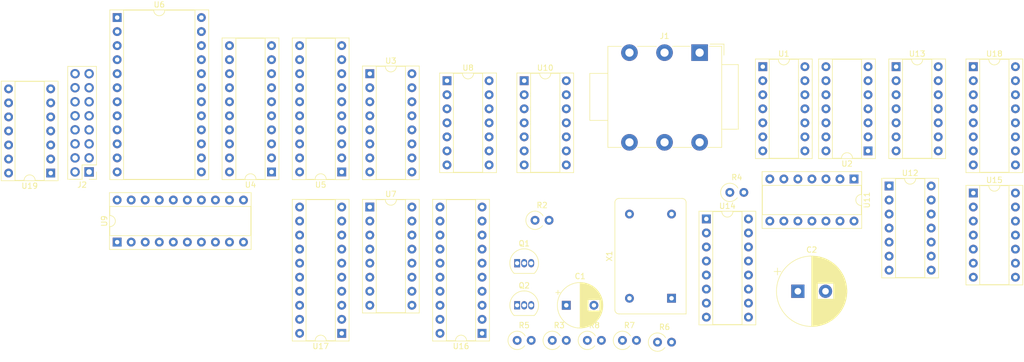
<source format=kicad_pcb>
(kicad_pcb (version 20171130) (host pcbnew "(5.1.2-1)-1")

  (general
    (thickness 1.6)
    (drawings 0)
    (tracks 0)
    (zones 0)
    (modules 33)
    (nets 117)
  )

  (page A4)
  (layers
    (0 F.Cu signal)
    (31 B.Cu signal)
    (32 B.Adhes user)
    (33 F.Adhes user)
    (34 B.Paste user)
    (35 F.Paste user)
    (36 B.SilkS user)
    (37 F.SilkS user)
    (38 B.Mask user)
    (39 F.Mask user)
    (40 Dwgs.User user)
    (41 Cmts.User user)
    (42 Eco1.User user)
    (43 Eco2.User user)
    (44 Edge.Cuts user)
    (45 Margin user)
    (46 B.CrtYd user)
    (47 F.CrtYd user)
    (48 B.Fab user)
    (49 F.Fab user)
  )

  (setup
    (last_trace_width 0.25)
    (trace_clearance 0.2)
    (zone_clearance 0.508)
    (zone_45_only no)
    (trace_min 0.2)
    (via_size 0.8)
    (via_drill 0.4)
    (via_min_size 0.4)
    (via_min_drill 0.3)
    (uvia_size 0.3)
    (uvia_drill 0.1)
    (uvias_allowed no)
    (uvia_min_size 0.2)
    (uvia_min_drill 0.1)
    (edge_width 0.05)
    (segment_width 0.2)
    (pcb_text_width 0.3)
    (pcb_text_size 1.5 1.5)
    (mod_edge_width 0.12)
    (mod_text_size 1 1)
    (mod_text_width 0.15)
    (pad_size 1.524 1.524)
    (pad_drill 0.762)
    (pad_to_mask_clearance 0.051)
    (solder_mask_min_width 0.25)
    (aux_axis_origin 0 0)
    (visible_elements FFFFFF7F)
    (pcbplotparams
      (layerselection 0x010fc_ffffffff)
      (usegerberextensions false)
      (usegerberattributes false)
      (usegerberadvancedattributes false)
      (creategerberjobfile false)
      (excludeedgelayer true)
      (linewidth 0.100000)
      (plotframeref false)
      (viasonmask false)
      (mode 1)
      (useauxorigin false)
      (hpglpennumber 1)
      (hpglpenspeed 20)
      (hpglpendiameter 15.000000)
      (psnegative false)
      (psa4output false)
      (plotreference true)
      (plotvalue true)
      (plotinvisibletext false)
      (padsonsilk false)
      (subtractmaskfromsilk false)
      (outputformat 1)
      (mirror false)
      (drillshape 1)
      (scaleselection 1)
      (outputdirectory ""))
  )

  (net 0 "")
  (net 1 GND)
  (net 2 "Net-(C1-Pad1)")
  (net 3 "Net-(C2-Pad2)")
  (net 4 "Net-(C2-Pad1)")
  (net 5 "Net-(Q1-Pad1)")
  (net 6 "Net-(Q1-Pad3)")
  (net 7 +5V)
  (net 8 "Net-(R2-Pad2)")
  (net 9 "Net-(R3-Pad2)")
  (net 10 "Net-(U1-Pad14)")
  (net 11 "Net-(U1-Pad1)")
  (net 12 "Net-(U1-Pad11)")
  (net 13 "Net-(U1-Pad2)")
  (net 14 "Net-(U1-Pad9)")
  (net 15 "Net-(U1-Pad8)")
  (net 16 "Net-(U11-Pad10)")
  (net 17 "Net-(U11-Pad9)")
  (net 18 "Net-(U12-Pad5)")
  (net 19 "Net-(U10-Pad9)")
  (net 20 "Net-(U10-Pad10)")
  (net 21 "Net-(U10-Pad12)")
  (net 22 "Net-(U2-Pad9)")
  (net 23 "Net-(U10-Pad8)")
  (net 24 "Net-(U3-Pad15)")
  (net 25 "Net-(U3-Pad7)")
  (net 26 "Net-(U3-Pad14)")
  (net 27 "Net-(U11-Pad5)")
  (net 28 "Net-(U3-Pad13)")
  (net 29 "Net-(U10-Pad4)")
  (net 30 "Net-(U10-Pad5)")
  (net 31 "Net-(U3-Pad4)")
  (net 32 "Net-(U10-Pad1)")
  (net 33 "Net-(U10-Pad2)")
  (net 34 "Net-(U3-Pad9)")
  (net 35 "Net-(U3-Pad1)")
  (net 36 VA3)
  (net 37 VA2)
  (net 38 VA1)
  (net 39 VA0)
  (net 40 "Net-(U4-Pad5)")
  (net 41 "Net-(U4-Pad4)")
  (net 42 "Net-(U4-Pad3)")
  (net 43 "Net-(U4-Pad2)")
  (net 44 "Net-(U5-Pad9)")
  (net 45 VA10)
  (net 46 VA9)
  (net 47 VA8)
  (net 48 VA7)
  (net 49 VA6)
  (net 50 VA5)
  (net 51 VA4)
  (net 52 /VD2)
  (net 53 /VD1)
  (net 54 ~DBE)
  (net 55 /VD0)
  (net 56 /VD7)
  (net 57 /VD6)
  (net 58 /VD5)
  (net 59 /VD4)
  (net 60 /VD3)
  (net 61 "Net-(U15-Pad4)")
  (net 62 "Net-(U7-Pad9)")
  (net 63 "Net-(U14-Pad9)")
  (net 64 "Net-(U13-Pad5)")
  (net 65 "Net-(U13-Pad9)")
  (net 66 D0)
  (net 67 D1)
  (net 68 D2)
  (net 69 D3)
  (net 70 D4)
  (net 71 D5)
  (net 72 D6)
  (net 73 D7)
  (net 74 "Net-(U11-Pad13)")
  (net 75 "Net-(U11-Pad6)")
  (net 76 "Net-(U11-Pad8)")
  (net 77 "Net-(U11-Pad1)")
  (net 78 "Net-(U12-Pad9)")
  (net 79 "Net-(U12-Pad8)")
  (net 80 "Net-(U12-Pad1)")
  (net 81 "Net-(U13-Pad2)")
  (net 82 "Net-(U13-Pad12)")
  (net 83 "Net-(U13-Pad10)")
  (net 84 "Net-(U13-Pad3)")
  (net 85 "Net-(U14-Pad15)")
  (net 86 "Net-(U14-Pad7)")
  (net 87 "Net-(U14-Pad14)")
  (net 88 "Net-(U14-Pad6)")
  (net 89 "Net-(U14-Pad11)")
  (net 90 "Net-(U14-Pad10)")
  (net 91 "Net-(U14-Pad2)")
  (net 92 INV)
  (net 93 "Net-(U15-Pad10)")
  (net 94 ~ABE)
  (net 95 "Net-(U16-Pad11)")
  (net 96 "Net-(U17-Pad19)")
  (net 97 "Net-(U17-Pad9)")
  (net 98 "Net-(U17-Pad16)")
  (net 99 "Net-(U17-Pad15)")
  (net 100 "Net-(U17-Pad11)")
  (net 101 /Interface/A0)
  (net 102 "Net-(U18-Pad6)")
  (net 103 /Interface/A1)
  (net 104 "Net-(U18-Pad5)")
  (net 105 "Net-(U18-Pad4)")
  (net 106 "Net-(U18-Pad10)")
  (net 107 "Net-(X1-Pad1)")
  (net 108 /Interface/~WE)
  (net 109 /Interface/~SEL)
  (net 110 /Interface/A3)
  (net 111 /Interface/A2)
  (net 112 /ABE)
  (net 113 /Interface/~DSEL)
  (net 114 "Net-(U19-Pad10)")
  (net 115 "Net-(U19-Pad12)")
  (net 116 /Interface/~PSEL)

  (net_class Default "Esta es la clase de red por defecto."
    (clearance 0.2)
    (trace_width 0.25)
    (via_dia 0.8)
    (via_drill 0.4)
    (uvia_dia 0.3)
    (uvia_drill 0.1)
    (add_net +5V)
    (add_net /ABE)
    (add_net /Interface/A0)
    (add_net /Interface/A1)
    (add_net /Interface/A2)
    (add_net /Interface/A3)
    (add_net /Interface/~DSEL)
    (add_net /Interface/~PSEL)
    (add_net /Interface/~SEL)
    (add_net /Interface/~WE)
    (add_net /VD0)
    (add_net /VD1)
    (add_net /VD2)
    (add_net /VD3)
    (add_net /VD4)
    (add_net /VD5)
    (add_net /VD6)
    (add_net /VD7)
    (add_net D0)
    (add_net D1)
    (add_net D2)
    (add_net D3)
    (add_net D4)
    (add_net D5)
    (add_net D6)
    (add_net D7)
    (add_net GND)
    (add_net INV)
    (add_net "Net-(C1-Pad1)")
    (add_net "Net-(C2-Pad1)")
    (add_net "Net-(C2-Pad2)")
    (add_net "Net-(Q1-Pad1)")
    (add_net "Net-(Q1-Pad3)")
    (add_net "Net-(R2-Pad2)")
    (add_net "Net-(R3-Pad2)")
    (add_net "Net-(U1-Pad1)")
    (add_net "Net-(U1-Pad11)")
    (add_net "Net-(U1-Pad14)")
    (add_net "Net-(U1-Pad2)")
    (add_net "Net-(U1-Pad8)")
    (add_net "Net-(U1-Pad9)")
    (add_net "Net-(U10-Pad1)")
    (add_net "Net-(U10-Pad10)")
    (add_net "Net-(U10-Pad12)")
    (add_net "Net-(U10-Pad2)")
    (add_net "Net-(U10-Pad4)")
    (add_net "Net-(U10-Pad5)")
    (add_net "Net-(U10-Pad8)")
    (add_net "Net-(U10-Pad9)")
    (add_net "Net-(U11-Pad1)")
    (add_net "Net-(U11-Pad10)")
    (add_net "Net-(U11-Pad13)")
    (add_net "Net-(U11-Pad5)")
    (add_net "Net-(U11-Pad6)")
    (add_net "Net-(U11-Pad8)")
    (add_net "Net-(U11-Pad9)")
    (add_net "Net-(U12-Pad1)")
    (add_net "Net-(U12-Pad5)")
    (add_net "Net-(U12-Pad8)")
    (add_net "Net-(U12-Pad9)")
    (add_net "Net-(U13-Pad10)")
    (add_net "Net-(U13-Pad12)")
    (add_net "Net-(U13-Pad2)")
    (add_net "Net-(U13-Pad3)")
    (add_net "Net-(U13-Pad5)")
    (add_net "Net-(U13-Pad9)")
    (add_net "Net-(U14-Pad10)")
    (add_net "Net-(U14-Pad11)")
    (add_net "Net-(U14-Pad14)")
    (add_net "Net-(U14-Pad15)")
    (add_net "Net-(U14-Pad2)")
    (add_net "Net-(U14-Pad6)")
    (add_net "Net-(U14-Pad7)")
    (add_net "Net-(U14-Pad9)")
    (add_net "Net-(U15-Pad10)")
    (add_net "Net-(U15-Pad4)")
    (add_net "Net-(U16-Pad11)")
    (add_net "Net-(U17-Pad11)")
    (add_net "Net-(U17-Pad15)")
    (add_net "Net-(U17-Pad16)")
    (add_net "Net-(U17-Pad19)")
    (add_net "Net-(U17-Pad9)")
    (add_net "Net-(U18-Pad10)")
    (add_net "Net-(U18-Pad4)")
    (add_net "Net-(U18-Pad5)")
    (add_net "Net-(U18-Pad6)")
    (add_net "Net-(U19-Pad10)")
    (add_net "Net-(U19-Pad12)")
    (add_net "Net-(U2-Pad9)")
    (add_net "Net-(U3-Pad1)")
    (add_net "Net-(U3-Pad13)")
    (add_net "Net-(U3-Pad14)")
    (add_net "Net-(U3-Pad15)")
    (add_net "Net-(U3-Pad4)")
    (add_net "Net-(U3-Pad7)")
    (add_net "Net-(U3-Pad9)")
    (add_net "Net-(U4-Pad2)")
    (add_net "Net-(U4-Pad3)")
    (add_net "Net-(U4-Pad4)")
    (add_net "Net-(U4-Pad5)")
    (add_net "Net-(U5-Pad9)")
    (add_net "Net-(U7-Pad9)")
    (add_net "Net-(X1-Pad1)")
    (add_net VA0)
    (add_net VA1)
    (add_net VA10)
    (add_net VA2)
    (add_net VA3)
    (add_net VA4)
    (add_net VA5)
    (add_net VA6)
    (add_net VA7)
    (add_net VA8)
    (add_net VA9)
    (add_net ~ABE)
    (add_net ~DBE)
  )

  (module Package_DIP:DIP-14_W7.62mm_Socket (layer F.Cu) (tedit 5A02E8C5) (tstamp 607F0354)
    (at 4.48 45.92 180)
    (descr "14-lead though-hole mounted DIP package, row spacing 7.62 mm (300 mils), Socket")
    (tags "THT DIP DIL PDIP 2.54mm 7.62mm 300mil Socket")
    (path /60824456/6082678C)
    (fp_text reference U19 (at 3.81 -2.33) (layer F.SilkS)
      (effects (font (size 1 1) (thickness 0.15)))
    )
    (fp_text value 74HC32 (at 3.81 17.57) (layer F.Fab)
      (effects (font (size 1 1) (thickness 0.15)))
    )
    (fp_text user %R (at 3.81 7.62) (layer F.Fab)
      (effects (font (size 1 1) (thickness 0.15)))
    )
    (fp_line (start 9.15 -1.6) (end -1.55 -1.6) (layer F.CrtYd) (width 0.05))
    (fp_line (start 9.15 16.85) (end 9.15 -1.6) (layer F.CrtYd) (width 0.05))
    (fp_line (start -1.55 16.85) (end 9.15 16.85) (layer F.CrtYd) (width 0.05))
    (fp_line (start -1.55 -1.6) (end -1.55 16.85) (layer F.CrtYd) (width 0.05))
    (fp_line (start 8.95 -1.39) (end -1.33 -1.39) (layer F.SilkS) (width 0.12))
    (fp_line (start 8.95 16.63) (end 8.95 -1.39) (layer F.SilkS) (width 0.12))
    (fp_line (start -1.33 16.63) (end 8.95 16.63) (layer F.SilkS) (width 0.12))
    (fp_line (start -1.33 -1.39) (end -1.33 16.63) (layer F.SilkS) (width 0.12))
    (fp_line (start 6.46 -1.33) (end 4.81 -1.33) (layer F.SilkS) (width 0.12))
    (fp_line (start 6.46 16.57) (end 6.46 -1.33) (layer F.SilkS) (width 0.12))
    (fp_line (start 1.16 16.57) (end 6.46 16.57) (layer F.SilkS) (width 0.12))
    (fp_line (start 1.16 -1.33) (end 1.16 16.57) (layer F.SilkS) (width 0.12))
    (fp_line (start 2.81 -1.33) (end 1.16 -1.33) (layer F.SilkS) (width 0.12))
    (fp_line (start 8.89 -1.33) (end -1.27 -1.33) (layer F.Fab) (width 0.1))
    (fp_line (start 8.89 16.57) (end 8.89 -1.33) (layer F.Fab) (width 0.1))
    (fp_line (start -1.27 16.57) (end 8.89 16.57) (layer F.Fab) (width 0.1))
    (fp_line (start -1.27 -1.33) (end -1.27 16.57) (layer F.Fab) (width 0.1))
    (fp_line (start 0.635 -0.27) (end 1.635 -1.27) (layer F.Fab) (width 0.1))
    (fp_line (start 0.635 16.51) (end 0.635 -0.27) (layer F.Fab) (width 0.1))
    (fp_line (start 6.985 16.51) (end 0.635 16.51) (layer F.Fab) (width 0.1))
    (fp_line (start 6.985 -1.27) (end 6.985 16.51) (layer F.Fab) (width 0.1))
    (fp_line (start 1.635 -1.27) (end 6.985 -1.27) (layer F.Fab) (width 0.1))
    (fp_arc (start 3.81 -1.33) (end 2.81 -1.33) (angle -180) (layer F.SilkS) (width 0.12))
    (pad 14 thru_hole oval (at 7.62 0 180) (size 1.6 1.6) (drill 0.8) (layers *.Cu *.Mask)
      (net 7 +5V))
    (pad 7 thru_hole oval (at 0 15.24 180) (size 1.6 1.6) (drill 0.8) (layers *.Cu *.Mask)
      (net 1 GND))
    (pad 13 thru_hole oval (at 7.62 2.54 180) (size 1.6 1.6) (drill 0.8) (layers *.Cu *.Mask)
      (net 109 /Interface/~SEL))
    (pad 6 thru_hole oval (at 0 12.7 180) (size 1.6 1.6) (drill 0.8) (layers *.Cu *.Mask)
      (net 114 "Net-(U19-Pad10)"))
    (pad 12 thru_hole oval (at 7.62 5.08 180) (size 1.6 1.6) (drill 0.8) (layers *.Cu *.Mask)
      (net 115 "Net-(U19-Pad12)"))
    (pad 5 thru_hole oval (at 0 10.16 180) (size 1.6 1.6) (drill 0.8) (layers *.Cu *.Mask)
      (net 116 /Interface/~PSEL))
    (pad 11 thru_hole oval (at 7.62 7.62 180) (size 1.6 1.6) (drill 0.8) (layers *.Cu *.Mask)
      (net 113 /Interface/~DSEL))
    (pad 4 thru_hole oval (at 0 7.62 180) (size 1.6 1.6) (drill 0.8) (layers *.Cu *.Mask)
      (net 116 /Interface/~PSEL))
    (pad 10 thru_hole oval (at 7.62 10.16 180) (size 1.6 1.6) (drill 0.8) (layers *.Cu *.Mask)
      (net 114 "Net-(U19-Pad10)"))
    (pad 3 thru_hole oval (at 0 5.08 180) (size 1.6 1.6) (drill 0.8) (layers *.Cu *.Mask)
      (net 116 /Interface/~PSEL))
    (pad 9 thru_hole oval (at 7.62 12.7 180) (size 1.6 1.6) (drill 0.8) (layers *.Cu *.Mask)
      (net 114 "Net-(U19-Pad10)"))
    (pad 2 thru_hole oval (at 0 2.54 180) (size 1.6 1.6) (drill 0.8) (layers *.Cu *.Mask)
      (net 1 GND))
    (pad 8 thru_hole oval (at 7.62 15.24 180) (size 1.6 1.6) (drill 0.8) (layers *.Cu *.Mask)
      (net 115 "Net-(U19-Pad12)"))
    (pad 1 thru_hole rect (at 0 0 180) (size 1.6 1.6) (drill 0.8) (layers *.Cu *.Mask)
      (net 109 /Interface/~SEL))
    (model ${KISYS3DMOD}/Package_DIP.3dshapes/DIP-14_W7.62mm_Socket.wrl
      (at (xyz 0 0 0))
      (scale (xyz 1 1 1))
      (rotate (xyz 0 0 0))
    )
  )

  (module Connector_PinHeader_2.54mm:PinHeader_2x08_P2.54mm_Vertical (layer F.Cu) (tedit 59FED5CC) (tstamp 607EFC0C)
    (at 11.43 45.72 180)
    (descr "Through hole straight pin header, 2x08, 2.54mm pitch, double rows")
    (tags "Through hole pin header THT 2x08 2.54mm double row")
    (path /60824456/608E854C)
    (fp_text reference J2 (at 1.27 -2.33) (layer F.SilkS)
      (effects (font (size 1 1) (thickness 0.15)))
    )
    (fp_text value IOX (at 1.27 20.11) (layer F.Fab)
      (effects (font (size 1 1) (thickness 0.15)))
    )
    (fp_text user %R (at 1.27 8.89 90) (layer F.Fab)
      (effects (font (size 1 1) (thickness 0.15)))
    )
    (fp_line (start 4.35 -1.8) (end -1.8 -1.8) (layer F.CrtYd) (width 0.05))
    (fp_line (start 4.35 19.55) (end 4.35 -1.8) (layer F.CrtYd) (width 0.05))
    (fp_line (start -1.8 19.55) (end 4.35 19.55) (layer F.CrtYd) (width 0.05))
    (fp_line (start -1.8 -1.8) (end -1.8 19.55) (layer F.CrtYd) (width 0.05))
    (fp_line (start -1.33 -1.33) (end 0 -1.33) (layer F.SilkS) (width 0.12))
    (fp_line (start -1.33 0) (end -1.33 -1.33) (layer F.SilkS) (width 0.12))
    (fp_line (start 1.27 -1.33) (end 3.87 -1.33) (layer F.SilkS) (width 0.12))
    (fp_line (start 1.27 1.27) (end 1.27 -1.33) (layer F.SilkS) (width 0.12))
    (fp_line (start -1.33 1.27) (end 1.27 1.27) (layer F.SilkS) (width 0.12))
    (fp_line (start 3.87 -1.33) (end 3.87 19.11) (layer F.SilkS) (width 0.12))
    (fp_line (start -1.33 1.27) (end -1.33 19.11) (layer F.SilkS) (width 0.12))
    (fp_line (start -1.33 19.11) (end 3.87 19.11) (layer F.SilkS) (width 0.12))
    (fp_line (start -1.27 0) (end 0 -1.27) (layer F.Fab) (width 0.1))
    (fp_line (start -1.27 19.05) (end -1.27 0) (layer F.Fab) (width 0.1))
    (fp_line (start 3.81 19.05) (end -1.27 19.05) (layer F.Fab) (width 0.1))
    (fp_line (start 3.81 -1.27) (end 3.81 19.05) (layer F.Fab) (width 0.1))
    (fp_line (start 0 -1.27) (end 3.81 -1.27) (layer F.Fab) (width 0.1))
    (pad 16 thru_hole oval (at 2.54 17.78 180) (size 1.7 1.7) (drill 1) (layers *.Cu *.Mask)
      (net 73 D7))
    (pad 15 thru_hole oval (at 0 17.78 180) (size 1.7 1.7) (drill 1) (layers *.Cu *.Mask)
      (net 72 D6))
    (pad 14 thru_hole oval (at 2.54 15.24 180) (size 1.7 1.7) (drill 1) (layers *.Cu *.Mask)
      (net 71 D5))
    (pad 13 thru_hole oval (at 0 15.24 180) (size 1.7 1.7) (drill 1) (layers *.Cu *.Mask)
      (net 70 D4))
    (pad 12 thru_hole oval (at 2.54 12.7 180) (size 1.7 1.7) (drill 1) (layers *.Cu *.Mask)
      (net 69 D3))
    (pad 11 thru_hole oval (at 0 12.7 180) (size 1.7 1.7) (drill 1) (layers *.Cu *.Mask)
      (net 68 D2))
    (pad 10 thru_hole oval (at 2.54 10.16 180) (size 1.7 1.7) (drill 1) (layers *.Cu *.Mask)
      (net 67 D1))
    (pad 9 thru_hole oval (at 0 10.16 180) (size 1.7 1.7) (drill 1) (layers *.Cu *.Mask)
      (net 66 D0))
    (pad 8 thru_hole oval (at 2.54 7.62 180) (size 1.7 1.7) (drill 1) (layers *.Cu *.Mask)
      (net 1 GND))
    (pad 7 thru_hole oval (at 0 7.62 180) (size 1.7 1.7) (drill 1) (layers *.Cu *.Mask)
      (net 108 /Interface/~WE))
    (pad 6 thru_hole oval (at 2.54 5.08 180) (size 1.7 1.7) (drill 1) (layers *.Cu *.Mask)
      (net 109 /Interface/~SEL))
    (pad 5 thru_hole oval (at 0 5.08 180) (size 1.7 1.7) (drill 1) (layers *.Cu *.Mask)
      (net 110 /Interface/A3))
    (pad 4 thru_hole oval (at 2.54 2.54 180) (size 1.7 1.7) (drill 1) (layers *.Cu *.Mask)
      (net 111 /Interface/A2))
    (pad 3 thru_hole oval (at 0 2.54 180) (size 1.7 1.7) (drill 1) (layers *.Cu *.Mask)
      (net 103 /Interface/A1))
    (pad 2 thru_hole oval (at 2.54 0 180) (size 1.7 1.7) (drill 1) (layers *.Cu *.Mask)
      (net 101 /Interface/A0))
    (pad 1 thru_hole rect (at 0 0 180) (size 1.7 1.7) (drill 1) (layers *.Cu *.Mask)
      (net 7 +5V))
    (model ${KISYS3DMOD}/Connector_PinHeader_2.54mm.3dshapes/PinHeader_2x08_P2.54mm_Vertical.wrl
      (at (xyz 0 0 0))
      (scale (xyz 1 1 1))
      (rotate (xyz 0 0 0))
    )
  )

  (module Oscillator:Oscillator_DIP-14 (layer F.Cu) (tedit 58CD3344) (tstamp 607E4C89)
    (at 116.84 68.58 90)
    (descr "Oscillator, DIP14, http://cdn-reichelt.de/documents/datenblatt/B400/OSZI.pdf")
    (tags oscillator)
    (path /606A166F)
    (fp_text reference X1 (at 7.62 -11.26 90) (layer F.SilkS)
      (effects (font (size 1 1) (thickness 0.15)))
    )
    (fp_text value ACO-24.576MHz (at 7.62 3.74 90) (layer F.Fab)
      (effects (font (size 1 1) (thickness 0.15)))
    )
    (fp_arc (start -2.08 -9.51) (end -2.73 -9.51) (angle 90) (layer F.Fab) (width 0.1))
    (fp_arc (start 17.32 -9.51) (end 17.32 -10.16) (angle 90) (layer F.Fab) (width 0.1))
    (fp_arc (start 17.32 1.89) (end 17.97 1.89) (angle 90) (layer F.Fab) (width 0.1))
    (fp_arc (start -2.08 -9.51) (end -2.83 -9.51) (angle 90) (layer F.SilkS) (width 0.12))
    (fp_arc (start 17.32 -9.51) (end 17.32 -10.26) (angle 90) (layer F.SilkS) (width 0.12))
    (fp_arc (start 17.32 1.89) (end 18.07 1.89) (angle 90) (layer F.SilkS) (width 0.12))
    (fp_arc (start -1.38 -8.81) (end -1.73 -8.81) (angle 90) (layer F.Fab) (width 0.1))
    (fp_arc (start 16.62 -8.81) (end 16.62 -9.16) (angle 90) (layer F.Fab) (width 0.1))
    (fp_arc (start 16.62 1.19) (end 16.97 1.19) (angle 90) (layer F.Fab) (width 0.1))
    (fp_line (start -2.73 2.54) (end -2.73 -9.51) (layer F.Fab) (width 0.1))
    (fp_line (start -2.08 -10.16) (end 17.32 -10.16) (layer F.Fab) (width 0.1))
    (fp_line (start 17.97 -9.51) (end 17.97 1.89) (layer F.Fab) (width 0.1))
    (fp_line (start -2.73 2.54) (end 17.32 2.54) (layer F.Fab) (width 0.1))
    (fp_line (start -2.83 2.64) (end 17.32 2.64) (layer F.SilkS) (width 0.12))
    (fp_line (start 18.07 1.89) (end 18.07 -9.51) (layer F.SilkS) (width 0.12))
    (fp_line (start 17.32 -10.26) (end -2.08 -10.26) (layer F.SilkS) (width 0.12))
    (fp_line (start -2.83 -9.51) (end -2.83 2.64) (layer F.SilkS) (width 0.12))
    (fp_line (start -1.73 1.54) (end 16.62 1.54) (layer F.Fab) (width 0.1))
    (fp_line (start -1.73 1.54) (end -1.73 -8.81) (layer F.Fab) (width 0.1))
    (fp_line (start -1.38 -9.16) (end 16.62 -9.16) (layer F.Fab) (width 0.1))
    (fp_line (start 16.97 1.19) (end 16.97 -8.81) (layer F.Fab) (width 0.1))
    (fp_line (start -2.98 2.79) (end 18.22 2.79) (layer F.CrtYd) (width 0.05))
    (fp_line (start -2.98 -10.41) (end -2.98 2.79) (layer F.CrtYd) (width 0.05))
    (fp_line (start 18.22 -10.41) (end -2.98 -10.41) (layer F.CrtYd) (width 0.05))
    (fp_line (start 18.22 2.79) (end 18.22 -10.41) (layer F.CrtYd) (width 0.05))
    (fp_text user %R (at 7.62 -3.81 90) (layer F.Fab)
      (effects (font (size 1 1) (thickness 0.15)))
    )
    (pad 7 thru_hole circle (at 15.24 0 90) (size 1.6 1.6) (drill 0.8) (layers *.Cu *.Mask)
      (net 1 GND))
    (pad 8 thru_hole circle (at 15.24 -7.62 90) (size 1.6 1.6) (drill 0.8) (layers *.Cu *.Mask)
      (net 10 "Net-(U1-Pad14)"))
    (pad 14 thru_hole circle (at 0 -7.62 90) (size 1.6 1.6) (drill 0.8) (layers *.Cu *.Mask)
      (net 7 +5V))
    (pad 1 thru_hole rect (at 0 0 90) (size 1.6 1.6) (drill 0.8) (layers *.Cu *.Mask)
      (net 107 "Net-(X1-Pad1)"))
    (model ${KISYS3DMOD}/Oscillator.3dshapes/Oscillator_DIP-14.wrl
      (at (xyz 0 0 0))
      (scale (xyz 1 1 1))
      (rotate (xyz 0 0 0))
    )
  )

  (module Package_DIP:DIP-16_W7.62mm_Socket (layer F.Cu) (tedit 5A02E8C5) (tstamp 607E6C08)
    (at 171.45 26.67)
    (descr "16-lead though-hole mounted DIP package, row spacing 7.62 mm (300 mils), Socket")
    (tags "THT DIP DIL PDIP 2.54mm 7.62mm 300mil Socket")
    (path /60824456/60A05165)
    (fp_text reference U18 (at 3.81 -2.33) (layer F.SilkS)
      (effects (font (size 1 1) (thickness 0.15)))
    )
    (fp_text value 74HC139 (at 3.81 20.11) (layer F.Fab)
      (effects (font (size 1 1) (thickness 0.15)))
    )
    (fp_text user %R (at 3.81 8.89) (layer F.Fab)
      (effects (font (size 1 1) (thickness 0.15)))
    )
    (fp_line (start 9.15 -1.6) (end -1.55 -1.6) (layer F.CrtYd) (width 0.05))
    (fp_line (start 9.15 19.4) (end 9.15 -1.6) (layer F.CrtYd) (width 0.05))
    (fp_line (start -1.55 19.4) (end 9.15 19.4) (layer F.CrtYd) (width 0.05))
    (fp_line (start -1.55 -1.6) (end -1.55 19.4) (layer F.CrtYd) (width 0.05))
    (fp_line (start 8.95 -1.39) (end -1.33 -1.39) (layer F.SilkS) (width 0.12))
    (fp_line (start 8.95 19.17) (end 8.95 -1.39) (layer F.SilkS) (width 0.12))
    (fp_line (start -1.33 19.17) (end 8.95 19.17) (layer F.SilkS) (width 0.12))
    (fp_line (start -1.33 -1.39) (end -1.33 19.17) (layer F.SilkS) (width 0.12))
    (fp_line (start 6.46 -1.33) (end 4.81 -1.33) (layer F.SilkS) (width 0.12))
    (fp_line (start 6.46 19.11) (end 6.46 -1.33) (layer F.SilkS) (width 0.12))
    (fp_line (start 1.16 19.11) (end 6.46 19.11) (layer F.SilkS) (width 0.12))
    (fp_line (start 1.16 -1.33) (end 1.16 19.11) (layer F.SilkS) (width 0.12))
    (fp_line (start 2.81 -1.33) (end 1.16 -1.33) (layer F.SilkS) (width 0.12))
    (fp_line (start 8.89 -1.33) (end -1.27 -1.33) (layer F.Fab) (width 0.1))
    (fp_line (start 8.89 19.11) (end 8.89 -1.33) (layer F.Fab) (width 0.1))
    (fp_line (start -1.27 19.11) (end 8.89 19.11) (layer F.Fab) (width 0.1))
    (fp_line (start -1.27 -1.33) (end -1.27 19.11) (layer F.Fab) (width 0.1))
    (fp_line (start 0.635 -0.27) (end 1.635 -1.27) (layer F.Fab) (width 0.1))
    (fp_line (start 0.635 19.05) (end 0.635 -0.27) (layer F.Fab) (width 0.1))
    (fp_line (start 6.985 19.05) (end 0.635 19.05) (layer F.Fab) (width 0.1))
    (fp_line (start 6.985 -1.27) (end 6.985 19.05) (layer F.Fab) (width 0.1))
    (fp_line (start 1.635 -1.27) (end 6.985 -1.27) (layer F.Fab) (width 0.1))
    (fp_arc (start 3.81 -1.33) (end 2.81 -1.33) (angle -180) (layer F.SilkS) (width 0.12))
    (pad 16 thru_hole oval (at 7.62 0) (size 1.6 1.6) (drill 0.8) (layers *.Cu *.Mask)
      (net 7 +5V))
    (pad 8 thru_hole oval (at 0 17.78) (size 1.6 1.6) (drill 0.8) (layers *.Cu *.Mask)
      (net 1 GND))
    (pad 15 thru_hole oval (at 7.62 2.54) (size 1.6 1.6) (drill 0.8) (layers *.Cu *.Mask)
      (net 113 /Interface/~DSEL))
    (pad 7 thru_hole oval (at 0 15.24) (size 1.6 1.6) (drill 0.8) (layers *.Cu *.Mask)
      (net 94 ~ABE))
    (pad 14 thru_hole oval (at 7.62 5.08) (size 1.6 1.6) (drill 0.8) (layers *.Cu *.Mask)
      (net 101 /Interface/A0))
    (pad 6 thru_hole oval (at 0 12.7) (size 1.6 1.6) (drill 0.8) (layers *.Cu *.Mask)
      (net 102 "Net-(U18-Pad6)"))
    (pad 13 thru_hole oval (at 7.62 7.62) (size 1.6 1.6) (drill 0.8) (layers *.Cu *.Mask)
      (net 103 /Interface/A1))
    (pad 5 thru_hole oval (at 0 10.16) (size 1.6 1.6) (drill 0.8) (layers *.Cu *.Mask)
      (net 104 "Net-(U18-Pad5)"))
    (pad 12 thru_hole oval (at 7.62 10.16) (size 1.6 1.6) (drill 0.8) (layers *.Cu *.Mask)
      (net 100 "Net-(U17-Pad11)"))
    (pad 4 thru_hole oval (at 0 7.62) (size 1.6 1.6) (drill 0.8) (layers *.Cu *.Mask)
      (net 105 "Net-(U18-Pad4)"))
    (pad 11 thru_hole oval (at 7.62 12.7) (size 1.6 1.6) (drill 0.8) (layers *.Cu *.Mask)
      (net 95 "Net-(U16-Pad11)"))
    (pad 3 thru_hole oval (at 0 5.08) (size 1.6 1.6) (drill 0.8) (layers *.Cu *.Mask)
      (net 103 /Interface/A1))
    (pad 10 thru_hole oval (at 7.62 15.24) (size 1.6 1.6) (drill 0.8) (layers *.Cu *.Mask)
      (net 106 "Net-(U18-Pad10)"))
    (pad 2 thru_hole oval (at 0 2.54) (size 1.6 1.6) (drill 0.8) (layers *.Cu *.Mask)
      (net 101 /Interface/A0))
    (pad 9 thru_hole oval (at 7.62 17.78) (size 1.6 1.6) (drill 0.8) (layers *.Cu *.Mask)
      (net 54 ~DBE))
    (pad 1 thru_hole rect (at 0 0) (size 1.6 1.6) (drill 0.8) (layers *.Cu *.Mask)
      (net 109 /Interface/~SEL))
    (model ${KISYS3DMOD}/Package_DIP.3dshapes/DIP-16_W7.62mm_Socket.wrl
      (at (xyz 0 0 0))
      (scale (xyz 1 1 1))
      (rotate (xyz 0 0 0))
    )
  )

  (module Package_DIP:DIP-20_W7.62mm_Socket (layer F.Cu) (tedit 5A02E8C5) (tstamp 607E4C3B)
    (at 57.15 74.93 180)
    (descr "20-lead though-hole mounted DIP package, row spacing 7.62 mm (300 mils), Socket")
    (tags "THT DIP DIL PDIP 2.54mm 7.62mm 300mil Socket")
    (path /60824456/609F0E08)
    (fp_text reference U17 (at 3.81 -2.33) (layer F.SilkS)
      (effects (font (size 1 1) (thickness 0.15)))
    )
    (fp_text value 74HC374 (at 3.81 25.19) (layer F.Fab)
      (effects (font (size 1 1) (thickness 0.15)))
    )
    (fp_text user %R (at 3.81 11.43) (layer F.Fab)
      (effects (font (size 1 1) (thickness 0.15)))
    )
    (fp_line (start 9.15 -1.6) (end -1.55 -1.6) (layer F.CrtYd) (width 0.05))
    (fp_line (start 9.15 24.45) (end 9.15 -1.6) (layer F.CrtYd) (width 0.05))
    (fp_line (start -1.55 24.45) (end 9.15 24.45) (layer F.CrtYd) (width 0.05))
    (fp_line (start -1.55 -1.6) (end -1.55 24.45) (layer F.CrtYd) (width 0.05))
    (fp_line (start 8.95 -1.39) (end -1.33 -1.39) (layer F.SilkS) (width 0.12))
    (fp_line (start 8.95 24.25) (end 8.95 -1.39) (layer F.SilkS) (width 0.12))
    (fp_line (start -1.33 24.25) (end 8.95 24.25) (layer F.SilkS) (width 0.12))
    (fp_line (start -1.33 -1.39) (end -1.33 24.25) (layer F.SilkS) (width 0.12))
    (fp_line (start 6.46 -1.33) (end 4.81 -1.33) (layer F.SilkS) (width 0.12))
    (fp_line (start 6.46 24.19) (end 6.46 -1.33) (layer F.SilkS) (width 0.12))
    (fp_line (start 1.16 24.19) (end 6.46 24.19) (layer F.SilkS) (width 0.12))
    (fp_line (start 1.16 -1.33) (end 1.16 24.19) (layer F.SilkS) (width 0.12))
    (fp_line (start 2.81 -1.33) (end 1.16 -1.33) (layer F.SilkS) (width 0.12))
    (fp_line (start 8.89 -1.33) (end -1.27 -1.33) (layer F.Fab) (width 0.1))
    (fp_line (start 8.89 24.19) (end 8.89 -1.33) (layer F.Fab) (width 0.1))
    (fp_line (start -1.27 24.19) (end 8.89 24.19) (layer F.Fab) (width 0.1))
    (fp_line (start -1.27 -1.33) (end -1.27 24.19) (layer F.Fab) (width 0.1))
    (fp_line (start 0.635 -0.27) (end 1.635 -1.27) (layer F.Fab) (width 0.1))
    (fp_line (start 0.635 24.13) (end 0.635 -0.27) (layer F.Fab) (width 0.1))
    (fp_line (start 6.985 24.13) (end 0.635 24.13) (layer F.Fab) (width 0.1))
    (fp_line (start 6.985 -1.27) (end 6.985 24.13) (layer F.Fab) (width 0.1))
    (fp_line (start 1.635 -1.27) (end 6.985 -1.27) (layer F.Fab) (width 0.1))
    (fp_arc (start 3.81 -1.33) (end 2.81 -1.33) (angle -180) (layer F.SilkS) (width 0.12))
    (pad 20 thru_hole oval (at 7.62 0 180) (size 1.6 1.6) (drill 0.8) (layers *.Cu *.Mask)
      (net 7 +5V))
    (pad 10 thru_hole oval (at 0 22.86 180) (size 1.6 1.6) (drill 0.8) (layers *.Cu *.Mask)
      (net 1 GND))
    (pad 19 thru_hole oval (at 7.62 2.54 180) (size 1.6 1.6) (drill 0.8) (layers *.Cu *.Mask)
      (net 96 "Net-(U17-Pad19)"))
    (pad 9 thru_hole oval (at 0 20.32 180) (size 1.6 1.6) (drill 0.8) (layers *.Cu *.Mask)
      (net 97 "Net-(U17-Pad9)"))
    (pad 18 thru_hole oval (at 7.62 5.08 180) (size 1.6 1.6) (drill 0.8) (layers *.Cu *.Mask)
      (net 73 D7))
    (pad 8 thru_hole oval (at 0 17.78 180) (size 1.6 1.6) (drill 0.8) (layers *.Cu *.Mask)
      (net 69 D3))
    (pad 17 thru_hole oval (at 7.62 7.62 180) (size 1.6 1.6) (drill 0.8) (layers *.Cu *.Mask)
      (net 72 D6))
    (pad 7 thru_hole oval (at 0 15.24 180) (size 1.6 1.6) (drill 0.8) (layers *.Cu *.Mask)
      (net 68 D2))
    (pad 16 thru_hole oval (at 7.62 10.16 180) (size 1.6 1.6) (drill 0.8) (layers *.Cu *.Mask)
      (net 98 "Net-(U17-Pad16)"))
    (pad 6 thru_hole oval (at 0 12.7 180) (size 1.6 1.6) (drill 0.8) (layers *.Cu *.Mask)
      (net 45 VA10))
    (pad 15 thru_hole oval (at 7.62 12.7 180) (size 1.6 1.6) (drill 0.8) (layers *.Cu *.Mask)
      (net 99 "Net-(U17-Pad15)"))
    (pad 5 thru_hole oval (at 0 10.16 180) (size 1.6 1.6) (drill 0.8) (layers *.Cu *.Mask)
      (net 46 VA9))
    (pad 14 thru_hole oval (at 7.62 15.24 180) (size 1.6 1.6) (drill 0.8) (layers *.Cu *.Mask)
      (net 71 D5))
    (pad 4 thru_hole oval (at 0 7.62 180) (size 1.6 1.6) (drill 0.8) (layers *.Cu *.Mask)
      (net 67 D1))
    (pad 13 thru_hole oval (at 7.62 17.78 180) (size 1.6 1.6) (drill 0.8) (layers *.Cu *.Mask)
      (net 70 D4))
    (pad 3 thru_hole oval (at 0 5.08 180) (size 1.6 1.6) (drill 0.8) (layers *.Cu *.Mask)
      (net 66 D0))
    (pad 12 thru_hole oval (at 7.62 20.32 180) (size 1.6 1.6) (drill 0.8) (layers *.Cu *.Mask)
      (net 92 INV))
    (pad 2 thru_hole oval (at 0 2.54 180) (size 1.6 1.6) (drill 0.8) (layers *.Cu *.Mask)
      (net 47 VA8))
    (pad 11 thru_hole oval (at 7.62 22.86 180) (size 1.6 1.6) (drill 0.8) (layers *.Cu *.Mask)
      (net 100 "Net-(U17-Pad11)"))
    (pad 1 thru_hole rect (at 0 0 180) (size 1.6 1.6) (drill 0.8) (layers *.Cu *.Mask)
      (net 94 ~ABE))
    (model ${KISYS3DMOD}/Package_DIP.3dshapes/DIP-20_W7.62mm_Socket.wrl
      (at (xyz 0 0 0))
      (scale (xyz 1 1 1))
      (rotate (xyz 0 0 0))
    )
  )

  (module Package_DIP:DIP-20_W7.62mm_Socket (layer F.Cu) (tedit 5A02E8C5) (tstamp 607E4C0B)
    (at 82.55 74.93 180)
    (descr "20-lead though-hole mounted DIP package, row spacing 7.62 mm (300 mils), Socket")
    (tags "THT DIP DIL PDIP 2.54mm 7.62mm 300mil Socket")
    (path /60824456/609F0140)
    (fp_text reference U16 (at 3.81 -2.33) (layer F.SilkS)
      (effects (font (size 1 1) (thickness 0.15)))
    )
    (fp_text value 74HC374 (at 3.81 25.19) (layer F.Fab)
      (effects (font (size 1 1) (thickness 0.15)))
    )
    (fp_text user %R (at 3.81 11.43) (layer F.Fab)
      (effects (font (size 1 1) (thickness 0.15)))
    )
    (fp_line (start 9.15 -1.6) (end -1.55 -1.6) (layer F.CrtYd) (width 0.05))
    (fp_line (start 9.15 24.45) (end 9.15 -1.6) (layer F.CrtYd) (width 0.05))
    (fp_line (start -1.55 24.45) (end 9.15 24.45) (layer F.CrtYd) (width 0.05))
    (fp_line (start -1.55 -1.6) (end -1.55 24.45) (layer F.CrtYd) (width 0.05))
    (fp_line (start 8.95 -1.39) (end -1.33 -1.39) (layer F.SilkS) (width 0.12))
    (fp_line (start 8.95 24.25) (end 8.95 -1.39) (layer F.SilkS) (width 0.12))
    (fp_line (start -1.33 24.25) (end 8.95 24.25) (layer F.SilkS) (width 0.12))
    (fp_line (start -1.33 -1.39) (end -1.33 24.25) (layer F.SilkS) (width 0.12))
    (fp_line (start 6.46 -1.33) (end 4.81 -1.33) (layer F.SilkS) (width 0.12))
    (fp_line (start 6.46 24.19) (end 6.46 -1.33) (layer F.SilkS) (width 0.12))
    (fp_line (start 1.16 24.19) (end 6.46 24.19) (layer F.SilkS) (width 0.12))
    (fp_line (start 1.16 -1.33) (end 1.16 24.19) (layer F.SilkS) (width 0.12))
    (fp_line (start 2.81 -1.33) (end 1.16 -1.33) (layer F.SilkS) (width 0.12))
    (fp_line (start 8.89 -1.33) (end -1.27 -1.33) (layer F.Fab) (width 0.1))
    (fp_line (start 8.89 24.19) (end 8.89 -1.33) (layer F.Fab) (width 0.1))
    (fp_line (start -1.27 24.19) (end 8.89 24.19) (layer F.Fab) (width 0.1))
    (fp_line (start -1.27 -1.33) (end -1.27 24.19) (layer F.Fab) (width 0.1))
    (fp_line (start 0.635 -0.27) (end 1.635 -1.27) (layer F.Fab) (width 0.1))
    (fp_line (start 0.635 24.13) (end 0.635 -0.27) (layer F.Fab) (width 0.1))
    (fp_line (start 6.985 24.13) (end 0.635 24.13) (layer F.Fab) (width 0.1))
    (fp_line (start 6.985 -1.27) (end 6.985 24.13) (layer F.Fab) (width 0.1))
    (fp_line (start 1.635 -1.27) (end 6.985 -1.27) (layer F.Fab) (width 0.1))
    (fp_arc (start 3.81 -1.33) (end 2.81 -1.33) (angle -180) (layer F.SilkS) (width 0.12))
    (pad 20 thru_hole oval (at 7.62 0 180) (size 1.6 1.6) (drill 0.8) (layers *.Cu *.Mask)
      (net 7 +5V))
    (pad 10 thru_hole oval (at 0 22.86 180) (size 1.6 1.6) (drill 0.8) (layers *.Cu *.Mask)
      (net 1 GND))
    (pad 19 thru_hole oval (at 7.62 2.54 180) (size 1.6 1.6) (drill 0.8) (layers *.Cu *.Mask)
      (net 48 VA7))
    (pad 9 thru_hole oval (at 0 20.32 180) (size 1.6 1.6) (drill 0.8) (layers *.Cu *.Mask)
      (net 36 VA3))
    (pad 18 thru_hole oval (at 7.62 5.08 180) (size 1.6 1.6) (drill 0.8) (layers *.Cu *.Mask)
      (net 73 D7))
    (pad 8 thru_hole oval (at 0 17.78 180) (size 1.6 1.6) (drill 0.8) (layers *.Cu *.Mask)
      (net 69 D3))
    (pad 17 thru_hole oval (at 7.62 7.62 180) (size 1.6 1.6) (drill 0.8) (layers *.Cu *.Mask)
      (net 72 D6))
    (pad 7 thru_hole oval (at 0 15.24 180) (size 1.6 1.6) (drill 0.8) (layers *.Cu *.Mask)
      (net 68 D2))
    (pad 16 thru_hole oval (at 7.62 10.16 180) (size 1.6 1.6) (drill 0.8) (layers *.Cu *.Mask)
      (net 49 VA6))
    (pad 6 thru_hole oval (at 0 12.7 180) (size 1.6 1.6) (drill 0.8) (layers *.Cu *.Mask)
      (net 37 VA2))
    (pad 15 thru_hole oval (at 7.62 12.7 180) (size 1.6 1.6) (drill 0.8) (layers *.Cu *.Mask)
      (net 50 VA5))
    (pad 5 thru_hole oval (at 0 10.16 180) (size 1.6 1.6) (drill 0.8) (layers *.Cu *.Mask)
      (net 38 VA1))
    (pad 14 thru_hole oval (at 7.62 15.24 180) (size 1.6 1.6) (drill 0.8) (layers *.Cu *.Mask)
      (net 71 D5))
    (pad 4 thru_hole oval (at 0 7.62 180) (size 1.6 1.6) (drill 0.8) (layers *.Cu *.Mask)
      (net 67 D1))
    (pad 13 thru_hole oval (at 7.62 17.78 180) (size 1.6 1.6) (drill 0.8) (layers *.Cu *.Mask)
      (net 70 D4))
    (pad 3 thru_hole oval (at 0 5.08 180) (size 1.6 1.6) (drill 0.8) (layers *.Cu *.Mask)
      (net 66 D0))
    (pad 12 thru_hole oval (at 7.62 20.32 180) (size 1.6 1.6) (drill 0.8) (layers *.Cu *.Mask)
      (net 51 VA4))
    (pad 2 thru_hole oval (at 0 2.54 180) (size 1.6 1.6) (drill 0.8) (layers *.Cu *.Mask)
      (net 39 VA0))
    (pad 11 thru_hole oval (at 7.62 22.86 180) (size 1.6 1.6) (drill 0.8) (layers *.Cu *.Mask)
      (net 95 "Net-(U16-Pad11)"))
    (pad 1 thru_hole rect (at 0 0 180) (size 1.6 1.6) (drill 0.8) (layers *.Cu *.Mask)
      (net 94 ~ABE))
    (model ${KISYS3DMOD}/Package_DIP.3dshapes/DIP-20_W7.62mm_Socket.wrl
      (at (xyz 0 0 0))
      (scale (xyz 1 1 1))
      (rotate (xyz 0 0 0))
    )
  )

  (module Package_DIP:DIP-14_W7.62mm_Socket (layer F.Cu) (tedit 5A02E8C5) (tstamp 607E4BDB)
    (at 171.45 49.53)
    (descr "14-lead though-hole mounted DIP package, row spacing 7.62 mm (300 mils), Socket")
    (tags "THT DIP DIL PDIP 2.54mm 7.62mm 300mil Socket")
    (path /60F7CF26)
    (fp_text reference U15 (at 3.81 -2.33) (layer F.SilkS)
      (effects (font (size 1 1) (thickness 0.15)))
    )
    (fp_text value 74HC86 (at 3.81 17.57) (layer F.Fab)
      (effects (font (size 1 1) (thickness 0.15)))
    )
    (fp_text user %R (at 3.81 7.62) (layer F.Fab)
      (effects (font (size 1 1) (thickness 0.15)))
    )
    (fp_line (start 9.15 -1.6) (end -1.55 -1.6) (layer F.CrtYd) (width 0.05))
    (fp_line (start 9.15 16.85) (end 9.15 -1.6) (layer F.CrtYd) (width 0.05))
    (fp_line (start -1.55 16.85) (end 9.15 16.85) (layer F.CrtYd) (width 0.05))
    (fp_line (start -1.55 -1.6) (end -1.55 16.85) (layer F.CrtYd) (width 0.05))
    (fp_line (start 8.95 -1.39) (end -1.33 -1.39) (layer F.SilkS) (width 0.12))
    (fp_line (start 8.95 16.63) (end 8.95 -1.39) (layer F.SilkS) (width 0.12))
    (fp_line (start -1.33 16.63) (end 8.95 16.63) (layer F.SilkS) (width 0.12))
    (fp_line (start -1.33 -1.39) (end -1.33 16.63) (layer F.SilkS) (width 0.12))
    (fp_line (start 6.46 -1.33) (end 4.81 -1.33) (layer F.SilkS) (width 0.12))
    (fp_line (start 6.46 16.57) (end 6.46 -1.33) (layer F.SilkS) (width 0.12))
    (fp_line (start 1.16 16.57) (end 6.46 16.57) (layer F.SilkS) (width 0.12))
    (fp_line (start 1.16 -1.33) (end 1.16 16.57) (layer F.SilkS) (width 0.12))
    (fp_line (start 2.81 -1.33) (end 1.16 -1.33) (layer F.SilkS) (width 0.12))
    (fp_line (start 8.89 -1.33) (end -1.27 -1.33) (layer F.Fab) (width 0.1))
    (fp_line (start 8.89 16.57) (end 8.89 -1.33) (layer F.Fab) (width 0.1))
    (fp_line (start -1.27 16.57) (end 8.89 16.57) (layer F.Fab) (width 0.1))
    (fp_line (start -1.27 -1.33) (end -1.27 16.57) (layer F.Fab) (width 0.1))
    (fp_line (start 0.635 -0.27) (end 1.635 -1.27) (layer F.Fab) (width 0.1))
    (fp_line (start 0.635 16.51) (end 0.635 -0.27) (layer F.Fab) (width 0.1))
    (fp_line (start 6.985 16.51) (end 0.635 16.51) (layer F.Fab) (width 0.1))
    (fp_line (start 6.985 -1.27) (end 6.985 16.51) (layer F.Fab) (width 0.1))
    (fp_line (start 1.635 -1.27) (end 6.985 -1.27) (layer F.Fab) (width 0.1))
    (fp_arc (start 3.81 -1.33) (end 2.81 -1.33) (angle -180) (layer F.SilkS) (width 0.12))
    (pad 14 thru_hole oval (at 7.62 0) (size 1.6 1.6) (drill 0.8) (layers *.Cu *.Mask)
      (net 7 +5V))
    (pad 7 thru_hole oval (at 0 15.24) (size 1.6 1.6) (drill 0.8) (layers *.Cu *.Mask)
      (net 1 GND))
    (pad 13 thru_hole oval (at 7.62 2.54) (size 1.6 1.6) (drill 0.8) (layers *.Cu *.Mask)
      (net 90 "Net-(U14-Pad10)"))
    (pad 6 thru_hole oval (at 0 12.7) (size 1.6 1.6) (drill 0.8) (layers *.Cu *.Mask)
      (net 78 "Net-(U12-Pad9)"))
    (pad 12 thru_hole oval (at 7.62 5.08) (size 1.6 1.6) (drill 0.8) (layers *.Cu *.Mask)
      (net 85 "Net-(U14-Pad15)"))
    (pad 5 thru_hole oval (at 0 10.16) (size 1.6 1.6) (drill 0.8) (layers *.Cu *.Mask)
      (net 92 INV))
    (pad 11 thru_hole oval (at 7.62 7.62) (size 1.6 1.6) (drill 0.8) (layers *.Cu *.Mask)
      (net 93 "Net-(U15-Pad10)"))
    (pad 4 thru_hole oval (at 0 7.62) (size 1.6 1.6) (drill 0.8) (layers *.Cu *.Mask)
      (net 61 "Net-(U15-Pad4)"))
    (pad 10 thru_hole oval (at 7.62 10.16) (size 1.6 1.6) (drill 0.8) (layers *.Cu *.Mask)
      (net 93 "Net-(U15-Pad10)"))
    (pad 3 thru_hole oval (at 0 5.08) (size 1.6 1.6) (drill 0.8) (layers *.Cu *.Mask)
      (net 112 /ABE))
    (pad 9 thru_hole oval (at 7.62 12.7) (size 1.6 1.6) (drill 0.8) (layers *.Cu *.Mask)
      (net 7 +5V))
    (pad 2 thru_hole oval (at 0 2.54) (size 1.6 1.6) (drill 0.8) (layers *.Cu *.Mask)
      (net 94 ~ABE))
    (pad 8 thru_hole oval (at 7.62 15.24) (size 1.6 1.6) (drill 0.8) (layers *.Cu *.Mask)
      (net 9 "Net-(R3-Pad2)"))
    (pad 1 thru_hole rect (at 0 0) (size 1.6 1.6) (drill 0.8) (layers *.Cu *.Mask)
      (net 7 +5V))
    (model ${KISYS3DMOD}/Package_DIP.3dshapes/DIP-14_W7.62mm_Socket.wrl
      (at (xyz 0 0 0))
      (scale (xyz 1 1 1))
      (rotate (xyz 0 0 0))
    )
  )

  (module Package_DIP:DIP-16_W7.62mm_Socket (layer F.Cu) (tedit 5A02E8C5) (tstamp 607E4BB1)
    (at 123.135302 54.22)
    (descr "16-lead though-hole mounted DIP package, row spacing 7.62 mm (300 mils), Socket")
    (tags "THT DIP DIL PDIP 2.54mm 7.62mm 300mil Socket")
    (path /60E5D46E)
    (fp_text reference U14 (at 3.81 -2.33) (layer F.SilkS)
      (effects (font (size 1 1) (thickness 0.15)))
    )
    (fp_text value 74HC175 (at 3.81 20.11) (layer F.Fab)
      (effects (font (size 1 1) (thickness 0.15)))
    )
    (fp_text user %R (at 3.81 8.89) (layer F.Fab)
      (effects (font (size 1 1) (thickness 0.15)))
    )
    (fp_line (start 9.15 -1.6) (end -1.55 -1.6) (layer F.CrtYd) (width 0.05))
    (fp_line (start 9.15 19.4) (end 9.15 -1.6) (layer F.CrtYd) (width 0.05))
    (fp_line (start -1.55 19.4) (end 9.15 19.4) (layer F.CrtYd) (width 0.05))
    (fp_line (start -1.55 -1.6) (end -1.55 19.4) (layer F.CrtYd) (width 0.05))
    (fp_line (start 8.95 -1.39) (end -1.33 -1.39) (layer F.SilkS) (width 0.12))
    (fp_line (start 8.95 19.17) (end 8.95 -1.39) (layer F.SilkS) (width 0.12))
    (fp_line (start -1.33 19.17) (end 8.95 19.17) (layer F.SilkS) (width 0.12))
    (fp_line (start -1.33 -1.39) (end -1.33 19.17) (layer F.SilkS) (width 0.12))
    (fp_line (start 6.46 -1.33) (end 4.81 -1.33) (layer F.SilkS) (width 0.12))
    (fp_line (start 6.46 19.11) (end 6.46 -1.33) (layer F.SilkS) (width 0.12))
    (fp_line (start 1.16 19.11) (end 6.46 19.11) (layer F.SilkS) (width 0.12))
    (fp_line (start 1.16 -1.33) (end 1.16 19.11) (layer F.SilkS) (width 0.12))
    (fp_line (start 2.81 -1.33) (end 1.16 -1.33) (layer F.SilkS) (width 0.12))
    (fp_line (start 8.89 -1.33) (end -1.27 -1.33) (layer F.Fab) (width 0.1))
    (fp_line (start 8.89 19.11) (end 8.89 -1.33) (layer F.Fab) (width 0.1))
    (fp_line (start -1.27 19.11) (end 8.89 19.11) (layer F.Fab) (width 0.1))
    (fp_line (start -1.27 -1.33) (end -1.27 19.11) (layer F.Fab) (width 0.1))
    (fp_line (start 0.635 -0.27) (end 1.635 -1.27) (layer F.Fab) (width 0.1))
    (fp_line (start 0.635 19.05) (end 0.635 -0.27) (layer F.Fab) (width 0.1))
    (fp_line (start 6.985 19.05) (end 0.635 19.05) (layer F.Fab) (width 0.1))
    (fp_line (start 6.985 -1.27) (end 6.985 19.05) (layer F.Fab) (width 0.1))
    (fp_line (start 1.635 -1.27) (end 6.985 -1.27) (layer F.Fab) (width 0.1))
    (fp_arc (start 3.81 -1.33) (end 2.81 -1.33) (angle -180) (layer F.SilkS) (width 0.12))
    (pad 16 thru_hole oval (at 7.62 0) (size 1.6 1.6) (drill 0.8) (layers *.Cu *.Mask)
      (net 7 +5V))
    (pad 8 thru_hole oval (at 0 17.78) (size 1.6 1.6) (drill 0.8) (layers *.Cu *.Mask)
      (net 1 GND))
    (pad 15 thru_hole oval (at 7.62 2.54) (size 1.6 1.6) (drill 0.8) (layers *.Cu *.Mask)
      (net 85 "Net-(U14-Pad15)"))
    (pad 7 thru_hole oval (at 0 15.24) (size 1.6 1.6) (drill 0.8) (layers *.Cu *.Mask)
      (net 86 "Net-(U14-Pad7)"))
    (pad 14 thru_hole oval (at 7.62 5.08) (size 1.6 1.6) (drill 0.8) (layers *.Cu *.Mask)
      (net 87 "Net-(U14-Pad14)"))
    (pad 6 thru_hole oval (at 0 12.7) (size 1.6 1.6) (drill 0.8) (layers *.Cu *.Mask)
      (net 88 "Net-(U14-Pad6)"))
    (pad 13 thru_hole oval (at 7.62 7.62) (size 1.6 1.6) (drill 0.8) (layers *.Cu *.Mask)
      (net 81 "Net-(U13-Pad2)"))
    (pad 5 thru_hole oval (at 0 10.16) (size 1.6 1.6) (drill 0.8) (layers *.Cu *.Mask)
      (net 80 "Net-(U12-Pad1)"))
    (pad 12 thru_hole oval (at 7.62 10.16) (size 1.6 1.6) (drill 0.8) (layers *.Cu *.Mask)
      (net 82 "Net-(U13-Pad12)"))
    (pad 4 thru_hole oval (at 0 7.62) (size 1.6 1.6) (drill 0.8) (layers *.Cu *.Mask)
      (net 80 "Net-(U12-Pad1)"))
    (pad 11 thru_hole oval (at 7.62 12.7) (size 1.6 1.6) (drill 0.8) (layers *.Cu *.Mask)
      (net 89 "Net-(U14-Pad11)"))
    (pad 3 thru_hole oval (at 0 5.08) (size 1.6 1.6) (drill 0.8) (layers *.Cu *.Mask)
      (net 79 "Net-(U12-Pad8)"))
    (pad 10 thru_hole oval (at 7.62 15.24) (size 1.6 1.6) (drill 0.8) (layers *.Cu *.Mask)
      (net 90 "Net-(U14-Pad10)"))
    (pad 2 thru_hole oval (at 0 2.54) (size 1.6 1.6) (drill 0.8) (layers *.Cu *.Mask)
      (net 91 "Net-(U14-Pad2)"))
    (pad 9 thru_hole oval (at 7.62 17.78) (size 1.6 1.6) (drill 0.8) (layers *.Cu *.Mask)
      (net 63 "Net-(U14-Pad9)"))
    (pad 1 thru_hole rect (at 0 0) (size 1.6 1.6) (drill 0.8) (layers *.Cu *.Mask)
      (net 7 +5V))
    (model ${KISYS3DMOD}/Package_DIP.3dshapes/DIP-16_W7.62mm_Socket.wrl
      (at (xyz 0 0 0))
      (scale (xyz 1 1 1))
      (rotate (xyz 0 0 0))
    )
  )

  (module Package_DIP:DIP-14_W7.62mm_Socket (layer F.Cu) (tedit 5A02E8C5) (tstamp 607E4B85)
    (at 157.48 26.67)
    (descr "14-lead though-hole mounted DIP package, row spacing 7.62 mm (300 mils), Socket")
    (tags "THT DIP DIL PDIP 2.54mm 7.62mm 300mil Socket")
    (path /60AA7E0E)
    (fp_text reference U13 (at 3.81 -2.33) (layer F.SilkS)
      (effects (font (size 1 1) (thickness 0.15)))
    )
    (fp_text value 74HCT00 (at 3.81 17.57) (layer F.Fab)
      (effects (font (size 1 1) (thickness 0.15)))
    )
    (fp_text user %R (at 3.81 7.62) (layer F.Fab)
      (effects (font (size 1 1) (thickness 0.15)))
    )
    (fp_line (start 9.15 -1.6) (end -1.55 -1.6) (layer F.CrtYd) (width 0.05))
    (fp_line (start 9.15 16.85) (end 9.15 -1.6) (layer F.CrtYd) (width 0.05))
    (fp_line (start -1.55 16.85) (end 9.15 16.85) (layer F.CrtYd) (width 0.05))
    (fp_line (start -1.55 -1.6) (end -1.55 16.85) (layer F.CrtYd) (width 0.05))
    (fp_line (start 8.95 -1.39) (end -1.33 -1.39) (layer F.SilkS) (width 0.12))
    (fp_line (start 8.95 16.63) (end 8.95 -1.39) (layer F.SilkS) (width 0.12))
    (fp_line (start -1.33 16.63) (end 8.95 16.63) (layer F.SilkS) (width 0.12))
    (fp_line (start -1.33 -1.39) (end -1.33 16.63) (layer F.SilkS) (width 0.12))
    (fp_line (start 6.46 -1.33) (end 4.81 -1.33) (layer F.SilkS) (width 0.12))
    (fp_line (start 6.46 16.57) (end 6.46 -1.33) (layer F.SilkS) (width 0.12))
    (fp_line (start 1.16 16.57) (end 6.46 16.57) (layer F.SilkS) (width 0.12))
    (fp_line (start 1.16 -1.33) (end 1.16 16.57) (layer F.SilkS) (width 0.12))
    (fp_line (start 2.81 -1.33) (end 1.16 -1.33) (layer F.SilkS) (width 0.12))
    (fp_line (start 8.89 -1.33) (end -1.27 -1.33) (layer F.Fab) (width 0.1))
    (fp_line (start 8.89 16.57) (end 8.89 -1.33) (layer F.Fab) (width 0.1))
    (fp_line (start -1.27 16.57) (end 8.89 16.57) (layer F.Fab) (width 0.1))
    (fp_line (start -1.27 -1.33) (end -1.27 16.57) (layer F.Fab) (width 0.1))
    (fp_line (start 0.635 -0.27) (end 1.635 -1.27) (layer F.Fab) (width 0.1))
    (fp_line (start 0.635 16.51) (end 0.635 -0.27) (layer F.Fab) (width 0.1))
    (fp_line (start 6.985 16.51) (end 0.635 16.51) (layer F.Fab) (width 0.1))
    (fp_line (start 6.985 -1.27) (end 6.985 16.51) (layer F.Fab) (width 0.1))
    (fp_line (start 1.635 -1.27) (end 6.985 -1.27) (layer F.Fab) (width 0.1))
    (fp_arc (start 3.81 -1.33) (end 2.81 -1.33) (angle -180) (layer F.SilkS) (width 0.12))
    (pad 14 thru_hole oval (at 7.62 0) (size 1.6 1.6) (drill 0.8) (layers *.Cu *.Mask)
      (net 7 +5V))
    (pad 7 thru_hole oval (at 0 15.24) (size 1.6 1.6) (drill 0.8) (layers *.Cu *.Mask)
      (net 1 GND))
    (pad 13 thru_hole oval (at 7.62 2.54) (size 1.6 1.6) (drill 0.8) (layers *.Cu *.Mask)
      (net 76 "Net-(U11-Pad8)"))
    (pad 6 thru_hole oval (at 0 12.7) (size 1.6 1.6) (drill 0.8) (layers *.Cu *.Mask)
      (net 81 "Net-(U13-Pad2)"))
    (pad 12 thru_hole oval (at 7.62 5.08) (size 1.6 1.6) (drill 0.8) (layers *.Cu *.Mask)
      (net 82 "Net-(U13-Pad12)"))
    (pad 5 thru_hole oval (at 0 10.16) (size 1.6 1.6) (drill 0.8) (layers *.Cu *.Mask)
      (net 64 "Net-(U13-Pad5)"))
    (pad 11 thru_hole oval (at 7.62 7.62) (size 1.6 1.6) (drill 0.8) (layers *.Cu *.Mask)
      (net 83 "Net-(U13-Pad10)"))
    (pad 4 thru_hole oval (at 0 7.62) (size 1.6 1.6) (drill 0.8) (layers *.Cu *.Mask)
      (net 84 "Net-(U13-Pad3)"))
    (pad 10 thru_hole oval (at 7.62 10.16) (size 1.6 1.6) (drill 0.8) (layers *.Cu *.Mask)
      (net 83 "Net-(U13-Pad10)"))
    (pad 3 thru_hole oval (at 0 5.08) (size 1.6 1.6) (drill 0.8) (layers *.Cu *.Mask)
      (net 84 "Net-(U13-Pad3)"))
    (pad 9 thru_hole oval (at 7.62 12.7) (size 1.6 1.6) (drill 0.8) (layers *.Cu *.Mask)
      (net 65 "Net-(U13-Pad9)"))
    (pad 2 thru_hole oval (at 0 2.54) (size 1.6 1.6) (drill 0.8) (layers *.Cu *.Mask)
      (net 81 "Net-(U13-Pad2)"))
    (pad 8 thru_hole oval (at 7.62 15.24) (size 1.6 1.6) (drill 0.8) (layers *.Cu *.Mask)
      (net 82 "Net-(U13-Pad12)"))
    (pad 1 thru_hole rect (at 0 0) (size 1.6 1.6) (drill 0.8) (layers *.Cu *.Mask)
      (net 75 "Net-(U11-Pad6)"))
    (model ${KISYS3DMOD}/Package_DIP.3dshapes/DIP-14_W7.62mm_Socket.wrl
      (at (xyz 0 0 0))
      (scale (xyz 1 1 1))
      (rotate (xyz 0 0 0))
    )
  )

  (module Package_DIP:DIP-14_W7.62mm_Socket (layer F.Cu) (tedit 5A02E8C5) (tstamp 607E4B5B)
    (at 156.21 48.26)
    (descr "14-lead though-hole mounted DIP package, row spacing 7.62 mm (300 mils), Socket")
    (tags "THT DIP DIL PDIP 2.54mm 7.62mm 300mil Socket")
    (path /60843475)
    (fp_text reference U12 (at 3.81 -2.33) (layer F.SilkS)
      (effects (font (size 1 1) (thickness 0.15)))
    )
    (fp_text value 74HCT02 (at 3.81 17.57) (layer F.Fab)
      (effects (font (size 1 1) (thickness 0.15)))
    )
    (fp_text user %R (at 3.81 7.62) (layer F.Fab)
      (effects (font (size 1 1) (thickness 0.15)))
    )
    (fp_line (start 9.15 -1.6) (end -1.55 -1.6) (layer F.CrtYd) (width 0.05))
    (fp_line (start 9.15 16.85) (end 9.15 -1.6) (layer F.CrtYd) (width 0.05))
    (fp_line (start -1.55 16.85) (end 9.15 16.85) (layer F.CrtYd) (width 0.05))
    (fp_line (start -1.55 -1.6) (end -1.55 16.85) (layer F.CrtYd) (width 0.05))
    (fp_line (start 8.95 -1.39) (end -1.33 -1.39) (layer F.SilkS) (width 0.12))
    (fp_line (start 8.95 16.63) (end 8.95 -1.39) (layer F.SilkS) (width 0.12))
    (fp_line (start -1.33 16.63) (end 8.95 16.63) (layer F.SilkS) (width 0.12))
    (fp_line (start -1.33 -1.39) (end -1.33 16.63) (layer F.SilkS) (width 0.12))
    (fp_line (start 6.46 -1.33) (end 4.81 -1.33) (layer F.SilkS) (width 0.12))
    (fp_line (start 6.46 16.57) (end 6.46 -1.33) (layer F.SilkS) (width 0.12))
    (fp_line (start 1.16 16.57) (end 6.46 16.57) (layer F.SilkS) (width 0.12))
    (fp_line (start 1.16 -1.33) (end 1.16 16.57) (layer F.SilkS) (width 0.12))
    (fp_line (start 2.81 -1.33) (end 1.16 -1.33) (layer F.SilkS) (width 0.12))
    (fp_line (start 8.89 -1.33) (end -1.27 -1.33) (layer F.Fab) (width 0.1))
    (fp_line (start 8.89 16.57) (end 8.89 -1.33) (layer F.Fab) (width 0.1))
    (fp_line (start -1.27 16.57) (end 8.89 16.57) (layer F.Fab) (width 0.1))
    (fp_line (start -1.27 -1.33) (end -1.27 16.57) (layer F.Fab) (width 0.1))
    (fp_line (start 0.635 -0.27) (end 1.635 -1.27) (layer F.Fab) (width 0.1))
    (fp_line (start 0.635 16.51) (end 0.635 -0.27) (layer F.Fab) (width 0.1))
    (fp_line (start 6.985 16.51) (end 0.635 16.51) (layer F.Fab) (width 0.1))
    (fp_line (start 6.985 -1.27) (end 6.985 16.51) (layer F.Fab) (width 0.1))
    (fp_line (start 1.635 -1.27) (end 6.985 -1.27) (layer F.Fab) (width 0.1))
    (fp_arc (start 3.81 -1.33) (end 2.81 -1.33) (angle -180) (layer F.SilkS) (width 0.12))
    (pad 14 thru_hole oval (at 7.62 0) (size 1.6 1.6) (drill 0.8) (layers *.Cu *.Mask)
      (net 7 +5V))
    (pad 7 thru_hole oval (at 0 15.24) (size 1.6 1.6) (drill 0.8) (layers *.Cu *.Mask)
      (net 1 GND))
    (pad 13 thru_hole oval (at 7.62 2.54) (size 1.6 1.6) (drill 0.8) (layers *.Cu *.Mask)
      (net 77 "Net-(U11-Pad1)"))
    (pad 6 thru_hole oval (at 0 12.7) (size 1.6 1.6) (drill 0.8) (layers *.Cu *.Mask)
      (net 1 GND))
    (pad 12 thru_hole oval (at 7.62 5.08) (size 1.6 1.6) (drill 0.8) (layers *.Cu *.Mask)
      (net 29 "Net-(U10-Pad4)"))
    (pad 5 thru_hole oval (at 0 10.16) (size 1.6 1.6) (drill 0.8) (layers *.Cu *.Mask)
      (net 18 "Net-(U12-Pad5)"))
    (pad 11 thru_hole oval (at 7.62 7.62) (size 1.6 1.6) (drill 0.8) (layers *.Cu *.Mask)
      (net 33 "Net-(U10-Pad2)"))
    (pad 4 thru_hole oval (at 0 7.62) (size 1.6 1.6) (drill 0.8) (layers *.Cu *.Mask)
      (net 74 "Net-(U11-Pad13)"))
    (pad 10 thru_hole oval (at 7.62 10.16) (size 1.6 1.6) (drill 0.8) (layers *.Cu *.Mask)
      (net 8 "Net-(R2-Pad2)"))
    (pad 3 thru_hole oval (at 0 5.08) (size 1.6 1.6) (drill 0.8) (layers *.Cu *.Mask)
      (net 30 "Net-(U10-Pad5)"))
    (pad 9 thru_hole oval (at 7.62 12.7) (size 1.6 1.6) (drill 0.8) (layers *.Cu *.Mask)
      (net 78 "Net-(U12-Pad9)"))
    (pad 2 thru_hole oval (at 0 2.54) (size 1.6 1.6) (drill 0.8) (layers *.Cu *.Mask)
      (net 21 "Net-(U10-Pad12)"))
    (pad 8 thru_hole oval (at 7.62 15.24) (size 1.6 1.6) (drill 0.8) (layers *.Cu *.Mask)
      (net 79 "Net-(U12-Pad8)"))
    (pad 1 thru_hole rect (at 0 0) (size 1.6 1.6) (drill 0.8) (layers *.Cu *.Mask)
      (net 80 "Net-(U12-Pad1)"))
    (model ${KISYS3DMOD}/Package_DIP.3dshapes/DIP-14_W7.62mm_Socket.wrl
      (at (xyz 0 0 0))
      (scale (xyz 1 1 1))
      (rotate (xyz 0 0 0))
    )
  )

  (module Package_DIP:DIP-14_W7.62mm_Socket (layer F.Cu) (tedit 5A02E8C5) (tstamp 607E4B31)
    (at 149.86 46.99 270)
    (descr "14-lead though-hole mounted DIP package, row spacing 7.62 mm (300 mils), Socket")
    (tags "THT DIP DIL PDIP 2.54mm 7.62mm 300mil Socket")
    (path /60814898)
    (fp_text reference U11 (at 3.81 -2.33 90) (layer F.SilkS)
      (effects (font (size 1 1) (thickness 0.15)))
    )
    (fp_text value 74HC20 (at 3.81 17.57 90) (layer F.Fab)
      (effects (font (size 1 1) (thickness 0.15)))
    )
    (fp_text user %R (at 3.81 7.62 90) (layer F.Fab)
      (effects (font (size 1 1) (thickness 0.15)))
    )
    (fp_line (start 9.15 -1.6) (end -1.55 -1.6) (layer F.CrtYd) (width 0.05))
    (fp_line (start 9.15 16.85) (end 9.15 -1.6) (layer F.CrtYd) (width 0.05))
    (fp_line (start -1.55 16.85) (end 9.15 16.85) (layer F.CrtYd) (width 0.05))
    (fp_line (start -1.55 -1.6) (end -1.55 16.85) (layer F.CrtYd) (width 0.05))
    (fp_line (start 8.95 -1.39) (end -1.33 -1.39) (layer F.SilkS) (width 0.12))
    (fp_line (start 8.95 16.63) (end 8.95 -1.39) (layer F.SilkS) (width 0.12))
    (fp_line (start -1.33 16.63) (end 8.95 16.63) (layer F.SilkS) (width 0.12))
    (fp_line (start -1.33 -1.39) (end -1.33 16.63) (layer F.SilkS) (width 0.12))
    (fp_line (start 6.46 -1.33) (end 4.81 -1.33) (layer F.SilkS) (width 0.12))
    (fp_line (start 6.46 16.57) (end 6.46 -1.33) (layer F.SilkS) (width 0.12))
    (fp_line (start 1.16 16.57) (end 6.46 16.57) (layer F.SilkS) (width 0.12))
    (fp_line (start 1.16 -1.33) (end 1.16 16.57) (layer F.SilkS) (width 0.12))
    (fp_line (start 2.81 -1.33) (end 1.16 -1.33) (layer F.SilkS) (width 0.12))
    (fp_line (start 8.89 -1.33) (end -1.27 -1.33) (layer F.Fab) (width 0.1))
    (fp_line (start 8.89 16.57) (end 8.89 -1.33) (layer F.Fab) (width 0.1))
    (fp_line (start -1.27 16.57) (end 8.89 16.57) (layer F.Fab) (width 0.1))
    (fp_line (start -1.27 -1.33) (end -1.27 16.57) (layer F.Fab) (width 0.1))
    (fp_line (start 0.635 -0.27) (end 1.635 -1.27) (layer F.Fab) (width 0.1))
    (fp_line (start 0.635 16.51) (end 0.635 -0.27) (layer F.Fab) (width 0.1))
    (fp_line (start 6.985 16.51) (end 0.635 16.51) (layer F.Fab) (width 0.1))
    (fp_line (start 6.985 -1.27) (end 6.985 16.51) (layer F.Fab) (width 0.1))
    (fp_line (start 1.635 -1.27) (end 6.985 -1.27) (layer F.Fab) (width 0.1))
    (fp_arc (start 3.81 -1.33) (end 2.81 -1.33) (angle -180) (layer F.SilkS) (width 0.12))
    (pad 14 thru_hole oval (at 7.62 0 270) (size 1.6 1.6) (drill 0.8) (layers *.Cu *.Mask)
      (net 7 +5V))
    (pad 7 thru_hole oval (at 0 15.24 270) (size 1.6 1.6) (drill 0.8) (layers *.Cu *.Mask)
      (net 1 GND))
    (pad 13 thru_hole oval (at 7.62 2.54 270) (size 1.6 1.6) (drill 0.8) (layers *.Cu *.Mask)
      (net 74 "Net-(U11-Pad13)"))
    (pad 6 thru_hole oval (at 0 12.7 270) (size 1.6 1.6) (drill 0.8) (layers *.Cu *.Mask)
      (net 75 "Net-(U11-Pad6)"))
    (pad 12 thru_hole oval (at 7.62 5.08 270) (size 1.6 1.6) (drill 0.8) (layers *.Cu *.Mask)
      (net 21 "Net-(U10-Pad12)"))
    (pad 5 thru_hole oval (at 0 10.16 270) (size 1.6 1.6) (drill 0.8) (layers *.Cu *.Mask)
      (net 27 "Net-(U11-Pad5)"))
    (pad 11 thru_hole oval (at 7.62 7.62 270) (size 1.6 1.6) (drill 0.8) (layers *.Cu *.Mask))
    (pad 4 thru_hole oval (at 0 7.62 270) (size 1.6 1.6) (drill 0.8) (layers *.Cu *.Mask)
      (net 32 "Net-(U10-Pad1)"))
    (pad 10 thru_hole oval (at 7.62 10.16 270) (size 1.6 1.6) (drill 0.8) (layers *.Cu *.Mask)
      (net 16 "Net-(U11-Pad10)"))
    (pad 3 thru_hole oval (at 0 5.08 270) (size 1.6 1.6) (drill 0.8) (layers *.Cu *.Mask))
    (pad 9 thru_hole oval (at 7.62 12.7 270) (size 1.6 1.6) (drill 0.8) (layers *.Cu *.Mask)
      (net 17 "Net-(U11-Pad9)"))
    (pad 2 thru_hole oval (at 0 2.54 270) (size 1.6 1.6) (drill 0.8) (layers *.Cu *.Mask)
      (net 30 "Net-(U10-Pad5)"))
    (pad 8 thru_hole oval (at 7.62 15.24 270) (size 1.6 1.6) (drill 0.8) (layers *.Cu *.Mask)
      (net 76 "Net-(U11-Pad8)"))
    (pad 1 thru_hole rect (at 0 0 270) (size 1.6 1.6) (drill 0.8) (layers *.Cu *.Mask)
      (net 77 "Net-(U11-Pad1)"))
    (model ${KISYS3DMOD}/Package_DIP.3dshapes/DIP-14_W7.62mm_Socket.wrl
      (at (xyz 0 0 0))
      (scale (xyz 1 1 1))
      (rotate (xyz 0 0 0))
    )
  )

  (module Package_DIP:DIP-14_W7.62mm_Socket (layer F.Cu) (tedit 5A02E8C5) (tstamp 607E4B07)
    (at 90.17 29.21)
    (descr "14-lead though-hole mounted DIP package, row spacing 7.62 mm (300 mils), Socket")
    (tags "THT DIP DIL PDIP 2.54mm 7.62mm 300mil Socket")
    (path /60785E6F)
    (fp_text reference U10 (at 3.81 -2.33) (layer F.SilkS)
      (effects (font (size 1 1) (thickness 0.15)))
    )
    (fp_text value 74HC21 (at 3.81 17.57) (layer F.Fab)
      (effects (font (size 1 1) (thickness 0.15)))
    )
    (fp_text user %R (at 3.81 7.62) (layer F.Fab)
      (effects (font (size 1 1) (thickness 0.15)))
    )
    (fp_line (start 9.15 -1.6) (end -1.55 -1.6) (layer F.CrtYd) (width 0.05))
    (fp_line (start 9.15 16.85) (end 9.15 -1.6) (layer F.CrtYd) (width 0.05))
    (fp_line (start -1.55 16.85) (end 9.15 16.85) (layer F.CrtYd) (width 0.05))
    (fp_line (start -1.55 -1.6) (end -1.55 16.85) (layer F.CrtYd) (width 0.05))
    (fp_line (start 8.95 -1.39) (end -1.33 -1.39) (layer F.SilkS) (width 0.12))
    (fp_line (start 8.95 16.63) (end 8.95 -1.39) (layer F.SilkS) (width 0.12))
    (fp_line (start -1.33 16.63) (end 8.95 16.63) (layer F.SilkS) (width 0.12))
    (fp_line (start -1.33 -1.39) (end -1.33 16.63) (layer F.SilkS) (width 0.12))
    (fp_line (start 6.46 -1.33) (end 4.81 -1.33) (layer F.SilkS) (width 0.12))
    (fp_line (start 6.46 16.57) (end 6.46 -1.33) (layer F.SilkS) (width 0.12))
    (fp_line (start 1.16 16.57) (end 6.46 16.57) (layer F.SilkS) (width 0.12))
    (fp_line (start 1.16 -1.33) (end 1.16 16.57) (layer F.SilkS) (width 0.12))
    (fp_line (start 2.81 -1.33) (end 1.16 -1.33) (layer F.SilkS) (width 0.12))
    (fp_line (start 8.89 -1.33) (end -1.27 -1.33) (layer F.Fab) (width 0.1))
    (fp_line (start 8.89 16.57) (end 8.89 -1.33) (layer F.Fab) (width 0.1))
    (fp_line (start -1.27 16.57) (end 8.89 16.57) (layer F.Fab) (width 0.1))
    (fp_line (start -1.27 -1.33) (end -1.27 16.57) (layer F.Fab) (width 0.1))
    (fp_line (start 0.635 -0.27) (end 1.635 -1.27) (layer F.Fab) (width 0.1))
    (fp_line (start 0.635 16.51) (end 0.635 -0.27) (layer F.Fab) (width 0.1))
    (fp_line (start 6.985 16.51) (end 0.635 16.51) (layer F.Fab) (width 0.1))
    (fp_line (start 6.985 -1.27) (end 6.985 16.51) (layer F.Fab) (width 0.1))
    (fp_line (start 1.635 -1.27) (end 6.985 -1.27) (layer F.Fab) (width 0.1))
    (fp_arc (start 3.81 -1.33) (end 2.81 -1.33) (angle -180) (layer F.SilkS) (width 0.12))
    (pad 14 thru_hole oval (at 7.62 0) (size 1.6 1.6) (drill 0.8) (layers *.Cu *.Mask)
      (net 7 +5V))
    (pad 7 thru_hole oval (at 0 15.24) (size 1.6 1.6) (drill 0.8) (layers *.Cu *.Mask)
      (net 1 GND))
    (pad 13 thru_hole oval (at 7.62 2.54) (size 1.6 1.6) (drill 0.8) (layers *.Cu *.Mask)
      (net 7 +5V))
    (pad 6 thru_hole oval (at 0 12.7) (size 1.6 1.6) (drill 0.8) (layers *.Cu *.Mask)
      (net 13 "Net-(U1-Pad2)"))
    (pad 12 thru_hole oval (at 7.62 5.08) (size 1.6 1.6) (drill 0.8) (layers *.Cu *.Mask)
      (net 21 "Net-(U10-Pad12)"))
    (pad 5 thru_hole oval (at 0 10.16) (size 1.6 1.6) (drill 0.8) (layers *.Cu *.Mask)
      (net 30 "Net-(U10-Pad5)"))
    (pad 11 thru_hole oval (at 7.62 7.62) (size 1.6 1.6) (drill 0.8) (layers *.Cu *.Mask))
    (pad 4 thru_hole oval (at 0 7.62) (size 1.6 1.6) (drill 0.8) (layers *.Cu *.Mask)
      (net 29 "Net-(U10-Pad4)"))
    (pad 10 thru_hole oval (at 7.62 10.16) (size 1.6 1.6) (drill 0.8) (layers *.Cu *.Mask)
      (net 20 "Net-(U10-Pad10)"))
    (pad 3 thru_hole oval (at 0 5.08) (size 1.6 1.6) (drill 0.8) (layers *.Cu *.Mask))
    (pad 9 thru_hole oval (at 7.62 12.7) (size 1.6 1.6) (drill 0.8) (layers *.Cu *.Mask)
      (net 19 "Net-(U10-Pad9)"))
    (pad 2 thru_hole oval (at 0 2.54) (size 1.6 1.6) (drill 0.8) (layers *.Cu *.Mask)
      (net 33 "Net-(U10-Pad2)"))
    (pad 8 thru_hole oval (at 7.62 15.24) (size 1.6 1.6) (drill 0.8) (layers *.Cu *.Mask)
      (net 23 "Net-(U10-Pad8)"))
    (pad 1 thru_hole rect (at 0 0) (size 1.6 1.6) (drill 0.8) (layers *.Cu *.Mask)
      (net 32 "Net-(U10-Pad1)"))
    (model ${KISYS3DMOD}/Package_DIP.3dshapes/DIP-14_W7.62mm_Socket.wrl
      (at (xyz 0 0 0))
      (scale (xyz 1 1 1))
      (rotate (xyz 0 0 0))
    )
  )

  (module Package_DIP:DIP-20_W7.62mm_Socket (layer F.Cu) (tedit 5A02E8C5) (tstamp 607E4ADD)
    (at 16.51 58.42 90)
    (descr "20-lead though-hole mounted DIP package, row spacing 7.62 mm (300 mils), Socket")
    (tags "THT DIP DIL PDIP 2.54mm 7.62mm 300mil Socket")
    (path /60984ED6)
    (fp_text reference U9 (at 3.81 -2.33 90) (layer F.SilkS)
      (effects (font (size 1 1) (thickness 0.15)))
    )
    (fp_text value 74HC245 (at 3.81 25.19 90) (layer F.Fab)
      (effects (font (size 1 1) (thickness 0.15)))
    )
    (fp_text user %R (at 3.81 11.43 90) (layer F.Fab)
      (effects (font (size 1 1) (thickness 0.15)))
    )
    (fp_line (start 9.15 -1.6) (end -1.55 -1.6) (layer F.CrtYd) (width 0.05))
    (fp_line (start 9.15 24.45) (end 9.15 -1.6) (layer F.CrtYd) (width 0.05))
    (fp_line (start -1.55 24.45) (end 9.15 24.45) (layer F.CrtYd) (width 0.05))
    (fp_line (start -1.55 -1.6) (end -1.55 24.45) (layer F.CrtYd) (width 0.05))
    (fp_line (start 8.95 -1.39) (end -1.33 -1.39) (layer F.SilkS) (width 0.12))
    (fp_line (start 8.95 24.25) (end 8.95 -1.39) (layer F.SilkS) (width 0.12))
    (fp_line (start -1.33 24.25) (end 8.95 24.25) (layer F.SilkS) (width 0.12))
    (fp_line (start -1.33 -1.39) (end -1.33 24.25) (layer F.SilkS) (width 0.12))
    (fp_line (start 6.46 -1.33) (end 4.81 -1.33) (layer F.SilkS) (width 0.12))
    (fp_line (start 6.46 24.19) (end 6.46 -1.33) (layer F.SilkS) (width 0.12))
    (fp_line (start 1.16 24.19) (end 6.46 24.19) (layer F.SilkS) (width 0.12))
    (fp_line (start 1.16 -1.33) (end 1.16 24.19) (layer F.SilkS) (width 0.12))
    (fp_line (start 2.81 -1.33) (end 1.16 -1.33) (layer F.SilkS) (width 0.12))
    (fp_line (start 8.89 -1.33) (end -1.27 -1.33) (layer F.Fab) (width 0.1))
    (fp_line (start 8.89 24.19) (end 8.89 -1.33) (layer F.Fab) (width 0.1))
    (fp_line (start -1.27 24.19) (end 8.89 24.19) (layer F.Fab) (width 0.1))
    (fp_line (start -1.27 -1.33) (end -1.27 24.19) (layer F.Fab) (width 0.1))
    (fp_line (start 0.635 -0.27) (end 1.635 -1.27) (layer F.Fab) (width 0.1))
    (fp_line (start 0.635 24.13) (end 0.635 -0.27) (layer F.Fab) (width 0.1))
    (fp_line (start 6.985 24.13) (end 0.635 24.13) (layer F.Fab) (width 0.1))
    (fp_line (start 6.985 -1.27) (end 6.985 24.13) (layer F.Fab) (width 0.1))
    (fp_line (start 1.635 -1.27) (end 6.985 -1.27) (layer F.Fab) (width 0.1))
    (fp_arc (start 3.81 -1.33) (end 2.81 -1.33) (angle -180) (layer F.SilkS) (width 0.12))
    (pad 20 thru_hole oval (at 7.62 0 90) (size 1.6 1.6) (drill 0.8) (layers *.Cu *.Mask)
      (net 7 +5V))
    (pad 10 thru_hole oval (at 0 22.86 90) (size 1.6 1.6) (drill 0.8) (layers *.Cu *.Mask)
      (net 1 GND))
    (pad 19 thru_hole oval (at 7.62 2.54 90) (size 1.6 1.6) (drill 0.8) (layers *.Cu *.Mask)
      (net 54 ~DBE))
    (pad 9 thru_hole oval (at 0 20.32 90) (size 1.6 1.6) (drill 0.8) (layers *.Cu *.Mask)
      (net 56 /VD7))
    (pad 18 thru_hole oval (at 7.62 5.08 90) (size 1.6 1.6) (drill 0.8) (layers *.Cu *.Mask)
      (net 66 D0))
    (pad 8 thru_hole oval (at 0 17.78 90) (size 1.6 1.6) (drill 0.8) (layers *.Cu *.Mask)
      (net 57 /VD6))
    (pad 17 thru_hole oval (at 7.62 7.62 90) (size 1.6 1.6) (drill 0.8) (layers *.Cu *.Mask)
      (net 67 D1))
    (pad 7 thru_hole oval (at 0 15.24 90) (size 1.6 1.6) (drill 0.8) (layers *.Cu *.Mask)
      (net 58 /VD5))
    (pad 16 thru_hole oval (at 7.62 10.16 90) (size 1.6 1.6) (drill 0.8) (layers *.Cu *.Mask)
      (net 68 D2))
    (pad 6 thru_hole oval (at 0 12.7 90) (size 1.6 1.6) (drill 0.8) (layers *.Cu *.Mask)
      (net 59 /VD4))
    (pad 15 thru_hole oval (at 7.62 12.7 90) (size 1.6 1.6) (drill 0.8) (layers *.Cu *.Mask)
      (net 69 D3))
    (pad 5 thru_hole oval (at 0 10.16 90) (size 1.6 1.6) (drill 0.8) (layers *.Cu *.Mask)
      (net 60 /VD3))
    (pad 14 thru_hole oval (at 7.62 15.24 90) (size 1.6 1.6) (drill 0.8) (layers *.Cu *.Mask)
      (net 70 D4))
    (pad 4 thru_hole oval (at 0 7.62 90) (size 1.6 1.6) (drill 0.8) (layers *.Cu *.Mask)
      (net 52 /VD2))
    (pad 13 thru_hole oval (at 7.62 17.78 90) (size 1.6 1.6) (drill 0.8) (layers *.Cu *.Mask)
      (net 71 D5))
    (pad 3 thru_hole oval (at 0 5.08 90) (size 1.6 1.6) (drill 0.8) (layers *.Cu *.Mask)
      (net 53 /VD1))
    (pad 12 thru_hole oval (at 7.62 20.32 90) (size 1.6 1.6) (drill 0.8) (layers *.Cu *.Mask)
      (net 72 D6))
    (pad 2 thru_hole oval (at 0 2.54 90) (size 1.6 1.6) (drill 0.8) (layers *.Cu *.Mask)
      (net 55 /VD0))
    (pad 11 thru_hole oval (at 7.62 22.86 90) (size 1.6 1.6) (drill 0.8) (layers *.Cu *.Mask)
      (net 73 D7))
    (pad 1 thru_hole rect (at 0 0 90) (size 1.6 1.6) (drill 0.8) (layers *.Cu *.Mask)
      (net 1 GND))
    (model ${KISYS3DMOD}/Package_DIP.3dshapes/DIP-20_W7.62mm_Socket.wrl
      (at (xyz 0 0 0))
      (scale (xyz 1 1 1))
      (rotate (xyz 0 0 0))
    )
  )

  (module Package_DIP:DIP-14_W7.62mm_Socket (layer F.Cu) (tedit 5A02E8C5) (tstamp 607E4AAD)
    (at 76.2 29.21)
    (descr "14-lead though-hole mounted DIP package, row spacing 7.62 mm (300 mils), Socket")
    (tags "THT DIP DIL PDIP 2.54mm 7.62mm 300mil Socket")
    (path /608EA304)
    (fp_text reference U8 (at 3.81 -2.33) (layer F.SilkS)
      (effects (font (size 1 1) (thickness 0.15)))
    )
    (fp_text value 74HCT10 (at 3.81 17.57) (layer F.Fab)
      (effects (font (size 1 1) (thickness 0.15)))
    )
    (fp_text user %R (at 3.81 7.62) (layer F.Fab)
      (effects (font (size 1 1) (thickness 0.15)))
    )
    (fp_line (start 9.15 -1.6) (end -1.55 -1.6) (layer F.CrtYd) (width 0.05))
    (fp_line (start 9.15 16.85) (end 9.15 -1.6) (layer F.CrtYd) (width 0.05))
    (fp_line (start -1.55 16.85) (end 9.15 16.85) (layer F.CrtYd) (width 0.05))
    (fp_line (start -1.55 -1.6) (end -1.55 16.85) (layer F.CrtYd) (width 0.05))
    (fp_line (start 8.95 -1.39) (end -1.33 -1.39) (layer F.SilkS) (width 0.12))
    (fp_line (start 8.95 16.63) (end 8.95 -1.39) (layer F.SilkS) (width 0.12))
    (fp_line (start -1.33 16.63) (end 8.95 16.63) (layer F.SilkS) (width 0.12))
    (fp_line (start -1.33 -1.39) (end -1.33 16.63) (layer F.SilkS) (width 0.12))
    (fp_line (start 6.46 -1.33) (end 4.81 -1.33) (layer F.SilkS) (width 0.12))
    (fp_line (start 6.46 16.57) (end 6.46 -1.33) (layer F.SilkS) (width 0.12))
    (fp_line (start 1.16 16.57) (end 6.46 16.57) (layer F.SilkS) (width 0.12))
    (fp_line (start 1.16 -1.33) (end 1.16 16.57) (layer F.SilkS) (width 0.12))
    (fp_line (start 2.81 -1.33) (end 1.16 -1.33) (layer F.SilkS) (width 0.12))
    (fp_line (start 8.89 -1.33) (end -1.27 -1.33) (layer F.Fab) (width 0.1))
    (fp_line (start 8.89 16.57) (end 8.89 -1.33) (layer F.Fab) (width 0.1))
    (fp_line (start -1.27 16.57) (end 8.89 16.57) (layer F.Fab) (width 0.1))
    (fp_line (start -1.27 -1.33) (end -1.27 16.57) (layer F.Fab) (width 0.1))
    (fp_line (start 0.635 -0.27) (end 1.635 -1.27) (layer F.Fab) (width 0.1))
    (fp_line (start 0.635 16.51) (end 0.635 -0.27) (layer F.Fab) (width 0.1))
    (fp_line (start 6.985 16.51) (end 0.635 16.51) (layer F.Fab) (width 0.1))
    (fp_line (start 6.985 -1.27) (end 6.985 16.51) (layer F.Fab) (width 0.1))
    (fp_line (start 1.635 -1.27) (end 6.985 -1.27) (layer F.Fab) (width 0.1))
    (fp_arc (start 3.81 -1.33) (end 2.81 -1.33) (angle -180) (layer F.SilkS) (width 0.12))
    (pad 14 thru_hole oval (at 7.62 0) (size 1.6 1.6) (drill 0.8) (layers *.Cu *.Mask)
      (net 7 +5V))
    (pad 7 thru_hole oval (at 0 15.24) (size 1.6 1.6) (drill 0.8) (layers *.Cu *.Mask)
      (net 1 GND))
    (pad 13 thru_hole oval (at 7.62 2.54) (size 1.6 1.6) (drill 0.8) (layers *.Cu *.Mask)
      (net 17 "Net-(U11-Pad9)"))
    (pad 6 thru_hole oval (at 0 12.7) (size 1.6 1.6) (drill 0.8) (layers *.Cu *.Mask)
      (net 64 "Net-(U13-Pad5)"))
    (pad 12 thru_hole oval (at 7.62 5.08) (size 1.6 1.6) (drill 0.8) (layers *.Cu *.Mask)
      (net 63 "Net-(U14-Pad9)"))
    (pad 5 thru_hole oval (at 0 10.16) (size 1.6 1.6) (drill 0.8) (layers *.Cu *.Mask)
      (net 29 "Net-(U10-Pad4)"))
    (pad 11 thru_hole oval (at 7.62 7.62) (size 1.6 1.6) (drill 0.8) (layers *.Cu *.Mask)
      (net 17 "Net-(U11-Pad9)"))
    (pad 4 thru_hole oval (at 0 7.62) (size 1.6 1.6) (drill 0.8) (layers *.Cu *.Mask)
      (net 32 "Net-(U10-Pad1)"))
    (pad 10 thru_hole oval (at 7.62 10.16) (size 1.6 1.6) (drill 0.8) (layers *.Cu *.Mask)
      (net 18 "Net-(U12-Pad5)"))
    (pad 3 thru_hole oval (at 0 5.08) (size 1.6 1.6) (drill 0.8) (layers *.Cu *.Mask)
      (net 30 "Net-(U10-Pad5)"))
    (pad 9 thru_hole oval (at 7.62 12.7) (size 1.6 1.6) (drill 0.8) (layers *.Cu *.Mask)
      (net 21 "Net-(U10-Pad12)"))
    (pad 2 thru_hole oval (at 0 2.54) (size 1.6 1.6) (drill 0.8) (layers *.Cu *.Mask)
      (net 12 "Net-(U1-Pad11)"))
    (pad 8 thru_hole oval (at 7.62 15.24) (size 1.6 1.6) (drill 0.8) (layers *.Cu *.Mask)
      (net 65 "Net-(U13-Pad9)"))
    (pad 1 thru_hole rect (at 0 0) (size 1.6 1.6) (drill 0.8) (layers *.Cu *.Mask)
      (net 19 "Net-(U10-Pad9)"))
    (model ${KISYS3DMOD}/Package_DIP.3dshapes/DIP-14_W7.62mm_Socket.wrl
      (at (xyz 0 0 0))
      (scale (xyz 1 1 1))
      (rotate (xyz 0 0 0))
    )
  )

  (module Package_DIP:DIP-16_W7.62mm_Socket (layer F.Cu) (tedit 5A02E8C5) (tstamp 607E4A83)
    (at 62.23 52.07)
    (descr "16-lead though-hole mounted DIP package, row spacing 7.62 mm (300 mils), Socket")
    (tags "THT DIP DIL PDIP 2.54mm 7.62mm 300mil Socket")
    (path /607D2B41)
    (fp_text reference U7 (at 3.81 -2.33) (layer F.SilkS)
      (effects (font (size 1 1) (thickness 0.15)))
    )
    (fp_text value 74HC165 (at 3.81 20.11) (layer F.Fab)
      (effects (font (size 1 1) (thickness 0.15)))
    )
    (fp_text user %R (at 3.81 8.89) (layer F.Fab)
      (effects (font (size 1 1) (thickness 0.15)))
    )
    (fp_line (start 9.15 -1.6) (end -1.55 -1.6) (layer F.CrtYd) (width 0.05))
    (fp_line (start 9.15 19.4) (end 9.15 -1.6) (layer F.CrtYd) (width 0.05))
    (fp_line (start -1.55 19.4) (end 9.15 19.4) (layer F.CrtYd) (width 0.05))
    (fp_line (start -1.55 -1.6) (end -1.55 19.4) (layer F.CrtYd) (width 0.05))
    (fp_line (start 8.95 -1.39) (end -1.33 -1.39) (layer F.SilkS) (width 0.12))
    (fp_line (start 8.95 19.17) (end 8.95 -1.39) (layer F.SilkS) (width 0.12))
    (fp_line (start -1.33 19.17) (end 8.95 19.17) (layer F.SilkS) (width 0.12))
    (fp_line (start -1.33 -1.39) (end -1.33 19.17) (layer F.SilkS) (width 0.12))
    (fp_line (start 6.46 -1.33) (end 4.81 -1.33) (layer F.SilkS) (width 0.12))
    (fp_line (start 6.46 19.11) (end 6.46 -1.33) (layer F.SilkS) (width 0.12))
    (fp_line (start 1.16 19.11) (end 6.46 19.11) (layer F.SilkS) (width 0.12))
    (fp_line (start 1.16 -1.33) (end 1.16 19.11) (layer F.SilkS) (width 0.12))
    (fp_line (start 2.81 -1.33) (end 1.16 -1.33) (layer F.SilkS) (width 0.12))
    (fp_line (start 8.89 -1.33) (end -1.27 -1.33) (layer F.Fab) (width 0.1))
    (fp_line (start 8.89 19.11) (end 8.89 -1.33) (layer F.Fab) (width 0.1))
    (fp_line (start -1.27 19.11) (end 8.89 19.11) (layer F.Fab) (width 0.1))
    (fp_line (start -1.27 -1.33) (end -1.27 19.11) (layer F.Fab) (width 0.1))
    (fp_line (start 0.635 -0.27) (end 1.635 -1.27) (layer F.Fab) (width 0.1))
    (fp_line (start 0.635 19.05) (end 0.635 -0.27) (layer F.Fab) (width 0.1))
    (fp_line (start 6.985 19.05) (end 0.635 19.05) (layer F.Fab) (width 0.1))
    (fp_line (start 6.985 -1.27) (end 6.985 19.05) (layer F.Fab) (width 0.1))
    (fp_line (start 1.635 -1.27) (end 6.985 -1.27) (layer F.Fab) (width 0.1))
    (fp_arc (start 3.81 -1.33) (end 2.81 -1.33) (angle -180) (layer F.SilkS) (width 0.12))
    (pad 16 thru_hole oval (at 7.62 0) (size 1.6 1.6) (drill 0.8) (layers *.Cu *.Mask)
      (net 7 +5V))
    (pad 8 thru_hole oval (at 0 17.78) (size 1.6 1.6) (drill 0.8) (layers *.Cu *.Mask)
      (net 1 GND))
    (pad 15 thru_hole oval (at 7.62 2.54) (size 1.6 1.6) (drill 0.8) (layers *.Cu *.Mask)
      (net 1 GND))
    (pad 7 thru_hole oval (at 0 15.24) (size 1.6 1.6) (drill 0.8) (layers *.Cu *.Mask)
      (net 61 "Net-(U15-Pad4)"))
    (pad 14 thru_hole oval (at 7.62 5.08) (size 1.6 1.6) (drill 0.8) (layers *.Cu *.Mask)
      (net 60 /VD3))
    (pad 6 thru_hole oval (at 0 12.7) (size 1.6 1.6) (drill 0.8) (layers *.Cu *.Mask)
      (net 56 /VD7))
    (pad 13 thru_hole oval (at 7.62 7.62) (size 1.6 1.6) (drill 0.8) (layers *.Cu *.Mask)
      (net 52 /VD2))
    (pad 5 thru_hole oval (at 0 10.16) (size 1.6 1.6) (drill 0.8) (layers *.Cu *.Mask)
      (net 57 /VD6))
    (pad 12 thru_hole oval (at 7.62 10.16) (size 1.6 1.6) (drill 0.8) (layers *.Cu *.Mask)
      (net 53 /VD1))
    (pad 4 thru_hole oval (at 0 7.62) (size 1.6 1.6) (drill 0.8) (layers *.Cu *.Mask)
      (net 58 /VD5))
    (pad 11 thru_hole oval (at 7.62 12.7) (size 1.6 1.6) (drill 0.8) (layers *.Cu *.Mask)
      (net 55 /VD0))
    (pad 3 thru_hole oval (at 0 5.08) (size 1.6 1.6) (drill 0.8) (layers *.Cu *.Mask)
      (net 59 /VD4))
    (pad 10 thru_hole oval (at 7.62 15.24) (size 1.6 1.6) (drill 0.8) (layers *.Cu *.Mask)
      (net 1 GND))
    (pad 2 thru_hole oval (at 0 2.54) (size 1.6 1.6) (drill 0.8) (layers *.Cu *.Mask)
      (net 15 "Net-(U1-Pad8)"))
    (pad 9 thru_hole oval (at 7.62 17.78) (size 1.6 1.6) (drill 0.8) (layers *.Cu *.Mask)
      (net 62 "Net-(U7-Pad9)"))
    (pad 1 thru_hole rect (at 0 0) (size 1.6 1.6) (drill 0.8) (layers *.Cu *.Mask)
      (net 63 "Net-(U14-Pad9)"))
    (model ${KISYS3DMOD}/Package_DIP.3dshapes/DIP-16_W7.62mm_Socket.wrl
      (at (xyz 0 0 0))
      (scale (xyz 1 1 1))
      (rotate (xyz 0 0 0))
    )
  )

  (module Package_DIP:DIP-24_W15.24mm_Socket (layer F.Cu) (tedit 5A02E8C5) (tstamp 607E4A57)
    (at 16.51 17.78)
    (descr "24-lead though-hole mounted DIP package, row spacing 15.24 mm (600 mils), Socket")
    (tags "THT DIP DIL PDIP 2.54mm 15.24mm 600mil Socket")
    (path /607C2B43)
    (fp_text reference U6 (at 7.62 -2.33) (layer F.SilkS)
      (effects (font (size 1 1) (thickness 0.15)))
    )
    (fp_text value 6116 (at 7.62 30.27) (layer F.Fab)
      (effects (font (size 1 1) (thickness 0.15)))
    )
    (fp_text user %R (at 7.62 13.97) (layer F.Fab)
      (effects (font (size 1 1) (thickness 0.15)))
    )
    (fp_line (start 16.8 -1.6) (end -1.55 -1.6) (layer F.CrtYd) (width 0.05))
    (fp_line (start 16.8 29.55) (end 16.8 -1.6) (layer F.CrtYd) (width 0.05))
    (fp_line (start -1.55 29.55) (end 16.8 29.55) (layer F.CrtYd) (width 0.05))
    (fp_line (start -1.55 -1.6) (end -1.55 29.55) (layer F.CrtYd) (width 0.05))
    (fp_line (start 16.57 -1.39) (end -1.33 -1.39) (layer F.SilkS) (width 0.12))
    (fp_line (start 16.57 29.33) (end 16.57 -1.39) (layer F.SilkS) (width 0.12))
    (fp_line (start -1.33 29.33) (end 16.57 29.33) (layer F.SilkS) (width 0.12))
    (fp_line (start -1.33 -1.39) (end -1.33 29.33) (layer F.SilkS) (width 0.12))
    (fp_line (start 14.08 -1.33) (end 8.62 -1.33) (layer F.SilkS) (width 0.12))
    (fp_line (start 14.08 29.27) (end 14.08 -1.33) (layer F.SilkS) (width 0.12))
    (fp_line (start 1.16 29.27) (end 14.08 29.27) (layer F.SilkS) (width 0.12))
    (fp_line (start 1.16 -1.33) (end 1.16 29.27) (layer F.SilkS) (width 0.12))
    (fp_line (start 6.62 -1.33) (end 1.16 -1.33) (layer F.SilkS) (width 0.12))
    (fp_line (start 16.51 -1.33) (end -1.27 -1.33) (layer F.Fab) (width 0.1))
    (fp_line (start 16.51 29.27) (end 16.51 -1.33) (layer F.Fab) (width 0.1))
    (fp_line (start -1.27 29.27) (end 16.51 29.27) (layer F.Fab) (width 0.1))
    (fp_line (start -1.27 -1.33) (end -1.27 29.27) (layer F.Fab) (width 0.1))
    (fp_line (start 0.255 -0.27) (end 1.255 -1.27) (layer F.Fab) (width 0.1))
    (fp_line (start 0.255 29.21) (end 0.255 -0.27) (layer F.Fab) (width 0.1))
    (fp_line (start 14.985 29.21) (end 0.255 29.21) (layer F.Fab) (width 0.1))
    (fp_line (start 14.985 -1.27) (end 14.985 29.21) (layer F.Fab) (width 0.1))
    (fp_line (start 1.255 -1.27) (end 14.985 -1.27) (layer F.Fab) (width 0.1))
    (fp_arc (start 7.62 -1.33) (end 6.62 -1.33) (angle -180) (layer F.SilkS) (width 0.12))
    (pad 24 thru_hole oval (at 15.24 0) (size 1.6 1.6) (drill 0.8) (layers *.Cu *.Mask)
      (net 7 +5V))
    (pad 12 thru_hole oval (at 0 27.94) (size 1.6 1.6) (drill 0.8) (layers *.Cu *.Mask)
      (net 1 GND))
    (pad 23 thru_hole oval (at 15.24 2.54) (size 1.6 1.6) (drill 0.8) (layers *.Cu *.Mask)
      (net 47 VA8))
    (pad 11 thru_hole oval (at 0 25.4) (size 1.6 1.6) (drill 0.8) (layers *.Cu *.Mask)
      (net 52 /VD2))
    (pad 22 thru_hole oval (at 15.24 5.08) (size 1.6 1.6) (drill 0.8) (layers *.Cu *.Mask)
      (net 46 VA9))
    (pad 10 thru_hole oval (at 0 22.86) (size 1.6 1.6) (drill 0.8) (layers *.Cu *.Mask)
      (net 53 /VD1))
    (pad 21 thru_hole oval (at 15.24 7.62) (size 1.6 1.6) (drill 0.8) (layers *.Cu *.Mask)
      (net 54 ~DBE))
    (pad 9 thru_hole oval (at 0 20.32) (size 1.6 1.6) (drill 0.8) (layers *.Cu *.Mask)
      (net 55 /VD0))
    (pad 20 thru_hole oval (at 15.24 10.16) (size 1.6 1.6) (drill 0.8) (layers *.Cu *.Mask)
      (net 1 GND))
    (pad 8 thru_hole oval (at 0 17.78) (size 1.6 1.6) (drill 0.8) (layers *.Cu *.Mask)
      (net 39 VA0))
    (pad 19 thru_hole oval (at 15.24 12.7) (size 1.6 1.6) (drill 0.8) (layers *.Cu *.Mask)
      (net 45 VA10))
    (pad 7 thru_hole oval (at 0 15.24) (size 1.6 1.6) (drill 0.8) (layers *.Cu *.Mask)
      (net 38 VA1))
    (pad 18 thru_hole oval (at 15.24 15.24) (size 1.6 1.6) (drill 0.8) (layers *.Cu *.Mask)
      (net 1 GND))
    (pad 6 thru_hole oval (at 0 12.7) (size 1.6 1.6) (drill 0.8) (layers *.Cu *.Mask)
      (net 37 VA2))
    (pad 17 thru_hole oval (at 15.24 17.78) (size 1.6 1.6) (drill 0.8) (layers *.Cu *.Mask)
      (net 56 /VD7))
    (pad 5 thru_hole oval (at 0 10.16) (size 1.6 1.6) (drill 0.8) (layers *.Cu *.Mask)
      (net 36 VA3))
    (pad 16 thru_hole oval (at 15.24 20.32) (size 1.6 1.6) (drill 0.8) (layers *.Cu *.Mask)
      (net 57 /VD6))
    (pad 4 thru_hole oval (at 0 7.62) (size 1.6 1.6) (drill 0.8) (layers *.Cu *.Mask)
      (net 51 VA4))
    (pad 15 thru_hole oval (at 15.24 22.86) (size 1.6 1.6) (drill 0.8) (layers *.Cu *.Mask)
      (net 58 /VD5))
    (pad 3 thru_hole oval (at 0 5.08) (size 1.6 1.6) (drill 0.8) (layers *.Cu *.Mask)
      (net 50 VA5))
    (pad 14 thru_hole oval (at 15.24 25.4) (size 1.6 1.6) (drill 0.8) (layers *.Cu *.Mask)
      (net 59 /VD4))
    (pad 2 thru_hole oval (at 0 2.54) (size 1.6 1.6) (drill 0.8) (layers *.Cu *.Mask)
      (net 49 VA6))
    (pad 13 thru_hole oval (at 15.24 27.94) (size 1.6 1.6) (drill 0.8) (layers *.Cu *.Mask)
      (net 60 /VD3))
    (pad 1 thru_hole rect (at 0 0) (size 1.6 1.6) (drill 0.8) (layers *.Cu *.Mask)
      (net 48 VA7))
    (model ${KISYS3DMOD}/Package_DIP.3dshapes/DIP-24_W15.24mm_Socket.wrl
      (at (xyz 0 0 0))
      (scale (xyz 1 1 1))
      (rotate (xyz 0 0 0))
    )
  )

  (module Package_DIP:DIP-20_W7.62mm_Socket (layer F.Cu) (tedit 5A02E8C5) (tstamp 607E4A23)
    (at 57.15 45.72 180)
    (descr "20-lead though-hole mounted DIP package, row spacing 7.62 mm (300 mils), Socket")
    (tags "THT DIP DIL PDIP 2.54mm 7.62mm 300mil Socket")
    (path /606EF8C2)
    (fp_text reference U5 (at 3.81 -2.33) (layer F.SilkS)
      (effects (font (size 1 1) (thickness 0.15)))
    )
    (fp_text value 74HC245 (at 3.81 25.19) (layer F.Fab)
      (effects (font (size 1 1) (thickness 0.15)))
    )
    (fp_text user %R (at 3.81 11.43) (layer F.Fab)
      (effects (font (size 1 1) (thickness 0.15)))
    )
    (fp_line (start 9.15 -1.6) (end -1.55 -1.6) (layer F.CrtYd) (width 0.05))
    (fp_line (start 9.15 24.45) (end 9.15 -1.6) (layer F.CrtYd) (width 0.05))
    (fp_line (start -1.55 24.45) (end 9.15 24.45) (layer F.CrtYd) (width 0.05))
    (fp_line (start -1.55 -1.6) (end -1.55 24.45) (layer F.CrtYd) (width 0.05))
    (fp_line (start 8.95 -1.39) (end -1.33 -1.39) (layer F.SilkS) (width 0.12))
    (fp_line (start 8.95 24.25) (end 8.95 -1.39) (layer F.SilkS) (width 0.12))
    (fp_line (start -1.33 24.25) (end 8.95 24.25) (layer F.SilkS) (width 0.12))
    (fp_line (start -1.33 -1.39) (end -1.33 24.25) (layer F.SilkS) (width 0.12))
    (fp_line (start 6.46 -1.33) (end 4.81 -1.33) (layer F.SilkS) (width 0.12))
    (fp_line (start 6.46 24.19) (end 6.46 -1.33) (layer F.SilkS) (width 0.12))
    (fp_line (start 1.16 24.19) (end 6.46 24.19) (layer F.SilkS) (width 0.12))
    (fp_line (start 1.16 -1.33) (end 1.16 24.19) (layer F.SilkS) (width 0.12))
    (fp_line (start 2.81 -1.33) (end 1.16 -1.33) (layer F.SilkS) (width 0.12))
    (fp_line (start 8.89 -1.33) (end -1.27 -1.33) (layer F.Fab) (width 0.1))
    (fp_line (start 8.89 24.19) (end 8.89 -1.33) (layer F.Fab) (width 0.1))
    (fp_line (start -1.27 24.19) (end 8.89 24.19) (layer F.Fab) (width 0.1))
    (fp_line (start -1.27 -1.33) (end -1.27 24.19) (layer F.Fab) (width 0.1))
    (fp_line (start 0.635 -0.27) (end 1.635 -1.27) (layer F.Fab) (width 0.1))
    (fp_line (start 0.635 24.13) (end 0.635 -0.27) (layer F.Fab) (width 0.1))
    (fp_line (start 6.985 24.13) (end 0.635 24.13) (layer F.Fab) (width 0.1))
    (fp_line (start 6.985 -1.27) (end 6.985 24.13) (layer F.Fab) (width 0.1))
    (fp_line (start 1.635 -1.27) (end 6.985 -1.27) (layer F.Fab) (width 0.1))
    (fp_arc (start 3.81 -1.33) (end 2.81 -1.33) (angle -180) (layer F.SilkS) (width 0.12))
    (pad 20 thru_hole oval (at 7.62 0 180) (size 1.6 1.6) (drill 0.8) (layers *.Cu *.Mask)
      (net 7 +5V))
    (pad 10 thru_hole oval (at 0 22.86 180) (size 1.6 1.6) (drill 0.8) (layers *.Cu *.Mask)
      (net 1 GND))
    (pad 19 thru_hole oval (at 7.62 2.54 180) (size 1.6 1.6) (drill 0.8) (layers *.Cu *.Mask)
      (net 112 /ABE))
    (pad 9 thru_hole oval (at 0 20.32 180) (size 1.6 1.6) (drill 0.8) (layers *.Cu *.Mask)
      (net 44 "Net-(U5-Pad9)"))
    (pad 18 thru_hole oval (at 7.62 5.08 180) (size 1.6 1.6) (drill 0.8) (layers *.Cu *.Mask)
      (net 25 "Net-(U3-Pad7)"))
    (pad 8 thru_hole oval (at 0 17.78 180) (size 1.6 1.6) (drill 0.8) (layers *.Cu *.Mask)
      (net 45 VA10))
    (pad 17 thru_hole oval (at 7.62 7.62 180) (size 1.6 1.6) (drill 0.8) (layers *.Cu *.Mask)
      (net 27 "Net-(U11-Pad5)"))
    (pad 7 thru_hole oval (at 0 15.24 180) (size 1.6 1.6) (drill 0.8) (layers *.Cu *.Mask)
      (net 46 VA9))
    (pad 16 thru_hole oval (at 7.62 10.16 180) (size 1.6 1.6) (drill 0.8) (layers *.Cu *.Mask)
      (net 29 "Net-(U10-Pad4)"))
    (pad 6 thru_hole oval (at 0 12.7 180) (size 1.6 1.6) (drill 0.8) (layers *.Cu *.Mask)
      (net 47 VA8))
    (pad 15 thru_hole oval (at 7.62 12.7 180) (size 1.6 1.6) (drill 0.8) (layers *.Cu *.Mask)
      (net 32 "Net-(U10-Pad1)"))
    (pad 5 thru_hole oval (at 0 10.16 180) (size 1.6 1.6) (drill 0.8) (layers *.Cu *.Mask)
      (net 48 VA7))
    (pad 14 thru_hole oval (at 7.62 15.24 180) (size 1.6 1.6) (drill 0.8) (layers *.Cu *.Mask)
      (net 33 "Net-(U10-Pad2)"))
    (pad 4 thru_hole oval (at 0 7.62 180) (size 1.6 1.6) (drill 0.8) (layers *.Cu *.Mask)
      (net 49 VA6))
    (pad 13 thru_hole oval (at 7.62 17.78 180) (size 1.6 1.6) (drill 0.8) (layers *.Cu *.Mask)
      (net 31 "Net-(U3-Pad4)"))
    (pad 3 thru_hole oval (at 0 5.08 180) (size 1.6 1.6) (drill 0.8) (layers *.Cu *.Mask)
      (net 50 VA5))
    (pad 12 thru_hole oval (at 7.62 20.32 180) (size 1.6 1.6) (drill 0.8) (layers *.Cu *.Mask)
      (net 28 "Net-(U3-Pad13)"))
    (pad 2 thru_hole oval (at 0 2.54 180) (size 1.6 1.6) (drill 0.8) (layers *.Cu *.Mask)
      (net 51 VA4))
    (pad 11 thru_hole oval (at 7.62 22.86 180) (size 1.6 1.6) (drill 0.8) (layers *.Cu *.Mask)
      (net 7 +5V))
    (pad 1 thru_hole rect (at 0 0 180) (size 1.6 1.6) (drill 0.8) (layers *.Cu *.Mask)
      (net 1 GND))
    (model ${KISYS3DMOD}/Package_DIP.3dshapes/DIP-20_W7.62mm_Socket.wrl
      (at (xyz 0 0 0))
      (scale (xyz 1 1 1))
      (rotate (xyz 0 0 0))
    )
  )

  (module Package_DIP:DIP-20_W7.62mm_Socket (layer F.Cu) (tedit 5A02E8C5) (tstamp 607E49F3)
    (at 44.45 45.72 180)
    (descr "20-lead though-hole mounted DIP package, row spacing 7.62 mm (300 mils), Socket")
    (tags "THT DIP DIL PDIP 2.54mm 7.62mm 300mil Socket")
    (path /606E0359)
    (fp_text reference U4 (at 3.81 -2.33) (layer F.SilkS)
      (effects (font (size 1 1) (thickness 0.15)))
    )
    (fp_text value 74HC245 (at 3.81 25.19) (layer F.Fab)
      (effects (font (size 1 1) (thickness 0.15)))
    )
    (fp_text user %R (at 3.81 11.43) (layer F.Fab)
      (effects (font (size 1 1) (thickness 0.15)))
    )
    (fp_line (start 9.15 -1.6) (end -1.55 -1.6) (layer F.CrtYd) (width 0.05))
    (fp_line (start 9.15 24.45) (end 9.15 -1.6) (layer F.CrtYd) (width 0.05))
    (fp_line (start -1.55 24.45) (end 9.15 24.45) (layer F.CrtYd) (width 0.05))
    (fp_line (start -1.55 -1.6) (end -1.55 24.45) (layer F.CrtYd) (width 0.05))
    (fp_line (start 8.95 -1.39) (end -1.33 -1.39) (layer F.SilkS) (width 0.12))
    (fp_line (start 8.95 24.25) (end 8.95 -1.39) (layer F.SilkS) (width 0.12))
    (fp_line (start -1.33 24.25) (end 8.95 24.25) (layer F.SilkS) (width 0.12))
    (fp_line (start -1.33 -1.39) (end -1.33 24.25) (layer F.SilkS) (width 0.12))
    (fp_line (start 6.46 -1.33) (end 4.81 -1.33) (layer F.SilkS) (width 0.12))
    (fp_line (start 6.46 24.19) (end 6.46 -1.33) (layer F.SilkS) (width 0.12))
    (fp_line (start 1.16 24.19) (end 6.46 24.19) (layer F.SilkS) (width 0.12))
    (fp_line (start 1.16 -1.33) (end 1.16 24.19) (layer F.SilkS) (width 0.12))
    (fp_line (start 2.81 -1.33) (end 1.16 -1.33) (layer F.SilkS) (width 0.12))
    (fp_line (start 8.89 -1.33) (end -1.27 -1.33) (layer F.Fab) (width 0.1))
    (fp_line (start 8.89 24.19) (end 8.89 -1.33) (layer F.Fab) (width 0.1))
    (fp_line (start -1.27 24.19) (end 8.89 24.19) (layer F.Fab) (width 0.1))
    (fp_line (start -1.27 -1.33) (end -1.27 24.19) (layer F.Fab) (width 0.1))
    (fp_line (start 0.635 -0.27) (end 1.635 -1.27) (layer F.Fab) (width 0.1))
    (fp_line (start 0.635 24.13) (end 0.635 -0.27) (layer F.Fab) (width 0.1))
    (fp_line (start 6.985 24.13) (end 0.635 24.13) (layer F.Fab) (width 0.1))
    (fp_line (start 6.985 -1.27) (end 6.985 24.13) (layer F.Fab) (width 0.1))
    (fp_line (start 1.635 -1.27) (end 6.985 -1.27) (layer F.Fab) (width 0.1))
    (fp_arc (start 3.81 -1.33) (end 2.81 -1.33) (angle -180) (layer F.SilkS) (width 0.12))
    (pad 20 thru_hole oval (at 7.62 0 180) (size 1.6 1.6) (drill 0.8) (layers *.Cu *.Mask)
      (net 7 +5V))
    (pad 10 thru_hole oval (at 0 22.86 180) (size 1.6 1.6) (drill 0.8) (layers *.Cu *.Mask)
      (net 1 GND))
    (pad 19 thru_hole oval (at 7.62 2.54 180) (size 1.6 1.6) (drill 0.8) (layers *.Cu *.Mask)
      (net 112 /ABE))
    (pad 9 thru_hole oval (at 0 20.32 180) (size 1.6 1.6) (drill 0.8) (layers *.Cu *.Mask)
      (net 36 VA3))
    (pad 18 thru_hole oval (at 7.62 5.08 180) (size 1.6 1.6) (drill 0.8) (layers *.Cu *.Mask)
      (net 7 +5V))
    (pad 8 thru_hole oval (at 0 17.78 180) (size 1.6 1.6) (drill 0.8) (layers *.Cu *.Mask)
      (net 37 VA2))
    (pad 17 thru_hole oval (at 7.62 7.62 180) (size 1.6 1.6) (drill 0.8) (layers *.Cu *.Mask)
      (net 7 +5V))
    (pad 7 thru_hole oval (at 0 15.24 180) (size 1.6 1.6) (drill 0.8) (layers *.Cu *.Mask)
      (net 38 VA1))
    (pad 16 thru_hole oval (at 7.62 10.16 180) (size 1.6 1.6) (drill 0.8) (layers *.Cu *.Mask)
      (net 7 +5V))
    (pad 6 thru_hole oval (at 0 12.7 180) (size 1.6 1.6) (drill 0.8) (layers *.Cu *.Mask)
      (net 39 VA0))
    (pad 15 thru_hole oval (at 7.62 12.7 180) (size 1.6 1.6) (drill 0.8) (layers *.Cu *.Mask)
      (net 7 +5V))
    (pad 5 thru_hole oval (at 0 10.16 180) (size 1.6 1.6) (drill 0.8) (layers *.Cu *.Mask)
      (net 40 "Net-(U4-Pad5)"))
    (pad 14 thru_hole oval (at 7.62 15.24 180) (size 1.6 1.6) (drill 0.8) (layers *.Cu *.Mask)
      (net 22 "Net-(U2-Pad9)"))
    (pad 4 thru_hole oval (at 0 7.62 180) (size 1.6 1.6) (drill 0.8) (layers *.Cu *.Mask)
      (net 41 "Net-(U4-Pad4)"))
    (pad 13 thru_hole oval (at 7.62 17.78 180) (size 1.6 1.6) (drill 0.8) (layers *.Cu *.Mask)
      (net 16 "Net-(U11-Pad10)"))
    (pad 3 thru_hole oval (at 0 5.08 180) (size 1.6 1.6) (drill 0.8) (layers *.Cu *.Mask)
      (net 42 "Net-(U4-Pad3)"))
    (pad 12 thru_hole oval (at 7.62 20.32 180) (size 1.6 1.6) (drill 0.8) (layers *.Cu *.Mask)
      (net 18 "Net-(U12-Pad5)"))
    (pad 2 thru_hole oval (at 0 2.54 180) (size 1.6 1.6) (drill 0.8) (layers *.Cu *.Mask)
      (net 43 "Net-(U4-Pad2)"))
    (pad 11 thru_hole oval (at 7.62 22.86 180) (size 1.6 1.6) (drill 0.8) (layers *.Cu *.Mask)
      (net 20 "Net-(U10-Pad10)"))
    (pad 1 thru_hole rect (at 0 0 180) (size 1.6 1.6) (drill 0.8) (layers *.Cu *.Mask)
      (net 1 GND))
    (model ${KISYS3DMOD}/Package_DIP.3dshapes/DIP-20_W7.62mm_Socket.wrl
      (at (xyz 0 0 0))
      (scale (xyz 1 1 1))
      (rotate (xyz 0 0 0))
    )
  )

  (module Package_DIP:DIP-16_W7.62mm_Socket (layer F.Cu) (tedit 5A02E8C5) (tstamp 607E49C3)
    (at 62.23 27.94)
    (descr "16-lead though-hole mounted DIP package, row spacing 7.62 mm (300 mils), Socket")
    (tags "THT DIP DIL PDIP 2.54mm 7.62mm 300mil Socket")
    (path /606A9A83)
    (fp_text reference U3 (at 3.81 -2.33) (layer F.SilkS)
      (effects (font (size 1 1) (thickness 0.15)))
    )
    (fp_text value 74HCT4040 (at 3.81 20.11) (layer F.Fab)
      (effects (font (size 1 1) (thickness 0.15)))
    )
    (fp_text user %R (at 3.81 8.89) (layer F.Fab)
      (effects (font (size 1 1) (thickness 0.15)))
    )
    (fp_line (start 9.15 -1.6) (end -1.55 -1.6) (layer F.CrtYd) (width 0.05))
    (fp_line (start 9.15 19.4) (end 9.15 -1.6) (layer F.CrtYd) (width 0.05))
    (fp_line (start -1.55 19.4) (end 9.15 19.4) (layer F.CrtYd) (width 0.05))
    (fp_line (start -1.55 -1.6) (end -1.55 19.4) (layer F.CrtYd) (width 0.05))
    (fp_line (start 8.95 -1.39) (end -1.33 -1.39) (layer F.SilkS) (width 0.12))
    (fp_line (start 8.95 19.17) (end 8.95 -1.39) (layer F.SilkS) (width 0.12))
    (fp_line (start -1.33 19.17) (end 8.95 19.17) (layer F.SilkS) (width 0.12))
    (fp_line (start -1.33 -1.39) (end -1.33 19.17) (layer F.SilkS) (width 0.12))
    (fp_line (start 6.46 -1.33) (end 4.81 -1.33) (layer F.SilkS) (width 0.12))
    (fp_line (start 6.46 19.11) (end 6.46 -1.33) (layer F.SilkS) (width 0.12))
    (fp_line (start 1.16 19.11) (end 6.46 19.11) (layer F.SilkS) (width 0.12))
    (fp_line (start 1.16 -1.33) (end 1.16 19.11) (layer F.SilkS) (width 0.12))
    (fp_line (start 2.81 -1.33) (end 1.16 -1.33) (layer F.SilkS) (width 0.12))
    (fp_line (start 8.89 -1.33) (end -1.27 -1.33) (layer F.Fab) (width 0.1))
    (fp_line (start 8.89 19.11) (end 8.89 -1.33) (layer F.Fab) (width 0.1))
    (fp_line (start -1.27 19.11) (end 8.89 19.11) (layer F.Fab) (width 0.1))
    (fp_line (start -1.27 -1.33) (end -1.27 19.11) (layer F.Fab) (width 0.1))
    (fp_line (start 0.635 -0.27) (end 1.635 -1.27) (layer F.Fab) (width 0.1))
    (fp_line (start 0.635 19.05) (end 0.635 -0.27) (layer F.Fab) (width 0.1))
    (fp_line (start 6.985 19.05) (end 0.635 19.05) (layer F.Fab) (width 0.1))
    (fp_line (start 6.985 -1.27) (end 6.985 19.05) (layer F.Fab) (width 0.1))
    (fp_line (start 1.635 -1.27) (end 6.985 -1.27) (layer F.Fab) (width 0.1))
    (fp_arc (start 3.81 -1.33) (end 2.81 -1.33) (angle -180) (layer F.SilkS) (width 0.12))
    (pad 16 thru_hole oval (at 7.62 0) (size 1.6 1.6) (drill 0.8) (layers *.Cu *.Mask)
      (net 7 +5V))
    (pad 8 thru_hole oval (at 0 17.78) (size 1.6 1.6) (drill 0.8) (layers *.Cu *.Mask)
      (net 1 GND))
    (pad 15 thru_hole oval (at 7.62 2.54) (size 1.6 1.6) (drill 0.8) (layers *.Cu *.Mask)
      (net 24 "Net-(U3-Pad15)"))
    (pad 7 thru_hole oval (at 0 15.24) (size 1.6 1.6) (drill 0.8) (layers *.Cu *.Mask)
      (net 25 "Net-(U3-Pad7)"))
    (pad 14 thru_hole oval (at 7.62 5.08) (size 1.6 1.6) (drill 0.8) (layers *.Cu *.Mask)
      (net 26 "Net-(U3-Pad14)"))
    (pad 6 thru_hole oval (at 0 12.7) (size 1.6 1.6) (drill 0.8) (layers *.Cu *.Mask)
      (net 27 "Net-(U11-Pad5)"))
    (pad 13 thru_hole oval (at 7.62 7.62) (size 1.6 1.6) (drill 0.8) (layers *.Cu *.Mask)
      (net 28 "Net-(U3-Pad13)"))
    (pad 5 thru_hole oval (at 0 10.16) (size 1.6 1.6) (drill 0.8) (layers *.Cu *.Mask)
      (net 29 "Net-(U10-Pad4)"))
    (pad 12 thru_hole oval (at 7.62 10.16) (size 1.6 1.6) (drill 0.8) (layers *.Cu *.Mask)
      (net 30 "Net-(U10-Pad5)"))
    (pad 4 thru_hole oval (at 0 7.62) (size 1.6 1.6) (drill 0.8) (layers *.Cu *.Mask)
      (net 31 "Net-(U3-Pad4)"))
    (pad 11 thru_hole oval (at 7.62 12.7) (size 1.6 1.6) (drill 0.8) (layers *.Cu *.Mask)
      (net 13 "Net-(U1-Pad2)"))
    (pad 3 thru_hole oval (at 0 5.08) (size 1.6 1.6) (drill 0.8) (layers *.Cu *.Mask)
      (net 32 "Net-(U10-Pad1)"))
    (pad 10 thru_hole oval (at 7.62 15.24) (size 1.6 1.6) (drill 0.8) (layers *.Cu *.Mask)
      (net 23 "Net-(U10-Pad8)"))
    (pad 2 thru_hole oval (at 0 2.54) (size 1.6 1.6) (drill 0.8) (layers *.Cu *.Mask)
      (net 33 "Net-(U10-Pad2)"))
    (pad 9 thru_hole oval (at 7.62 17.78) (size 1.6 1.6) (drill 0.8) (layers *.Cu *.Mask)
      (net 34 "Net-(U3-Pad9)"))
    (pad 1 thru_hole rect (at 0 0) (size 1.6 1.6) (drill 0.8) (layers *.Cu *.Mask)
      (net 35 "Net-(U3-Pad1)"))
    (model ${KISYS3DMOD}/Package_DIP.3dshapes/DIP-16_W7.62mm_Socket.wrl
      (at (xyz 0 0 0))
      (scale (xyz 1 1 1))
      (rotate (xyz 0 0 0))
    )
  )

  (module Package_DIP:DIP-14_W7.62mm_Socket (layer F.Cu) (tedit 5A02E8C5) (tstamp 607E674E)
    (at 152.4 41.91 180)
    (descr "14-lead though-hole mounted DIP package, row spacing 7.62 mm (300 mils), Socket")
    (tags "THT DIP DIL PDIP 2.54mm 7.62mm 300mil Socket")
    (path /606A4438)
    (fp_text reference U2 (at 3.81 -2.33) (layer F.SilkS)
      (effects (font (size 1 1) (thickness 0.15)))
    )
    (fp_text value 74HCT4024 (at 3.81 17.57) (layer F.Fab)
      (effects (font (size 1 1) (thickness 0.15)))
    )
    (fp_text user %R (at 3.81 7.62) (layer F.Fab)
      (effects (font (size 1 1) (thickness 0.15)))
    )
    (fp_line (start 9.15 -1.6) (end -1.55 -1.6) (layer F.CrtYd) (width 0.05))
    (fp_line (start 9.15 16.85) (end 9.15 -1.6) (layer F.CrtYd) (width 0.05))
    (fp_line (start -1.55 16.85) (end 9.15 16.85) (layer F.CrtYd) (width 0.05))
    (fp_line (start -1.55 -1.6) (end -1.55 16.85) (layer F.CrtYd) (width 0.05))
    (fp_line (start 8.95 -1.39) (end -1.33 -1.39) (layer F.SilkS) (width 0.12))
    (fp_line (start 8.95 16.63) (end 8.95 -1.39) (layer F.SilkS) (width 0.12))
    (fp_line (start -1.33 16.63) (end 8.95 16.63) (layer F.SilkS) (width 0.12))
    (fp_line (start -1.33 -1.39) (end -1.33 16.63) (layer F.SilkS) (width 0.12))
    (fp_line (start 6.46 -1.33) (end 4.81 -1.33) (layer F.SilkS) (width 0.12))
    (fp_line (start 6.46 16.57) (end 6.46 -1.33) (layer F.SilkS) (width 0.12))
    (fp_line (start 1.16 16.57) (end 6.46 16.57) (layer F.SilkS) (width 0.12))
    (fp_line (start 1.16 -1.33) (end 1.16 16.57) (layer F.SilkS) (width 0.12))
    (fp_line (start 2.81 -1.33) (end 1.16 -1.33) (layer F.SilkS) (width 0.12))
    (fp_line (start 8.89 -1.33) (end -1.27 -1.33) (layer F.Fab) (width 0.1))
    (fp_line (start 8.89 16.57) (end 8.89 -1.33) (layer F.Fab) (width 0.1))
    (fp_line (start -1.27 16.57) (end 8.89 16.57) (layer F.Fab) (width 0.1))
    (fp_line (start -1.27 -1.33) (end -1.27 16.57) (layer F.Fab) (width 0.1))
    (fp_line (start 0.635 -0.27) (end 1.635 -1.27) (layer F.Fab) (width 0.1))
    (fp_line (start 0.635 16.51) (end 0.635 -0.27) (layer F.Fab) (width 0.1))
    (fp_line (start 6.985 16.51) (end 0.635 16.51) (layer F.Fab) (width 0.1))
    (fp_line (start 6.985 -1.27) (end 6.985 16.51) (layer F.Fab) (width 0.1))
    (fp_line (start 1.635 -1.27) (end 6.985 -1.27) (layer F.Fab) (width 0.1))
    (fp_arc (start 3.81 -1.33) (end 2.81 -1.33) (angle -180) (layer F.SilkS) (width 0.12))
    (pad 14 thru_hole oval (at 7.62 0 180) (size 1.6 1.6) (drill 0.8) (layers *.Cu *.Mask)
      (net 7 +5V))
    (pad 7 thru_hole oval (at 0 15.24 180) (size 1.6 1.6) (drill 0.8) (layers *.Cu *.Mask)
      (net 1 GND))
    (pad 13 thru_hole oval (at 7.62 2.54 180) (size 1.6 1.6) (drill 0.8) (layers *.Cu *.Mask))
    (pad 6 thru_hole oval (at 0 12.7 180) (size 1.6 1.6) (drill 0.8) (layers *.Cu *.Mask)
      (net 16 "Net-(U11-Pad10)"))
    (pad 12 thru_hole oval (at 7.62 5.08 180) (size 1.6 1.6) (drill 0.8) (layers *.Cu *.Mask)
      (net 17 "Net-(U11-Pad9)"))
    (pad 5 thru_hole oval (at 0 10.16 180) (size 1.6 1.6) (drill 0.8) (layers *.Cu *.Mask)
      (net 18 "Net-(U12-Pad5)"))
    (pad 11 thru_hole oval (at 7.62 7.62 180) (size 1.6 1.6) (drill 0.8) (layers *.Cu *.Mask)
      (net 19 "Net-(U10-Pad9)"))
    (pad 4 thru_hole oval (at 0 7.62 180) (size 1.6 1.6) (drill 0.8) (layers *.Cu *.Mask)
      (net 20 "Net-(U10-Pad10)"))
    (pad 10 thru_hole oval (at 7.62 10.16 180) (size 1.6 1.6) (drill 0.8) (layers *.Cu *.Mask))
    (pad 3 thru_hole oval (at 0 5.08 180) (size 1.6 1.6) (drill 0.8) (layers *.Cu *.Mask)
      (net 21 "Net-(U10-Pad12)"))
    (pad 9 thru_hole oval (at 7.62 12.7 180) (size 1.6 1.6) (drill 0.8) (layers *.Cu *.Mask)
      (net 22 "Net-(U2-Pad9)"))
    (pad 2 thru_hole oval (at 0 2.54 180) (size 1.6 1.6) (drill 0.8) (layers *.Cu *.Mask)
      (net 23 "Net-(U10-Pad8)"))
    (pad 8 thru_hole oval (at 7.62 15.24 180) (size 1.6 1.6) (drill 0.8) (layers *.Cu *.Mask))
    (pad 1 thru_hole rect (at 0 0 180) (size 1.6 1.6) (drill 0.8) (layers *.Cu *.Mask)
      (net 12 "Net-(U1-Pad11)"))
    (model ${KISYS3DMOD}/Package_DIP.3dshapes/DIP-14_W7.62mm_Socket.wrl
      (at (xyz 0 0 0))
      (scale (xyz 1 1 1))
      (rotate (xyz 0 0 0))
    )
  )

  (module Package_DIP:DIP-14_W7.62mm_Socket (layer F.Cu) (tedit 5A02E8C5) (tstamp 607E496D)
    (at 133.35 26.67)
    (descr "14-lead though-hole mounted DIP package, row spacing 7.62 mm (300 mils), Socket")
    (tags "THT DIP DIL PDIP 2.54mm 7.62mm 300mil Socket")
    (path /606A0B55)
    (fp_text reference U1 (at 3.81 -2.33) (layer F.SilkS)
      (effects (font (size 1 1) (thickness 0.15)))
    )
    (fp_text value 74HCT93 (at 3.81 17.57) (layer F.Fab)
      (effects (font (size 1 1) (thickness 0.15)))
    )
    (fp_text user %R (at 3.81 7.62) (layer F.Fab)
      (effects (font (size 1 1) (thickness 0.15)))
    )
    (fp_line (start 9.15 -1.6) (end -1.55 -1.6) (layer F.CrtYd) (width 0.05))
    (fp_line (start 9.15 16.85) (end 9.15 -1.6) (layer F.CrtYd) (width 0.05))
    (fp_line (start -1.55 16.85) (end 9.15 16.85) (layer F.CrtYd) (width 0.05))
    (fp_line (start -1.55 -1.6) (end -1.55 16.85) (layer F.CrtYd) (width 0.05))
    (fp_line (start 8.95 -1.39) (end -1.33 -1.39) (layer F.SilkS) (width 0.12))
    (fp_line (start 8.95 16.63) (end 8.95 -1.39) (layer F.SilkS) (width 0.12))
    (fp_line (start -1.33 16.63) (end 8.95 16.63) (layer F.SilkS) (width 0.12))
    (fp_line (start -1.33 -1.39) (end -1.33 16.63) (layer F.SilkS) (width 0.12))
    (fp_line (start 6.46 -1.33) (end 4.81 -1.33) (layer F.SilkS) (width 0.12))
    (fp_line (start 6.46 16.57) (end 6.46 -1.33) (layer F.SilkS) (width 0.12))
    (fp_line (start 1.16 16.57) (end 6.46 16.57) (layer F.SilkS) (width 0.12))
    (fp_line (start 1.16 -1.33) (end 1.16 16.57) (layer F.SilkS) (width 0.12))
    (fp_line (start 2.81 -1.33) (end 1.16 -1.33) (layer F.SilkS) (width 0.12))
    (fp_line (start 8.89 -1.33) (end -1.27 -1.33) (layer F.Fab) (width 0.1))
    (fp_line (start 8.89 16.57) (end 8.89 -1.33) (layer F.Fab) (width 0.1))
    (fp_line (start -1.27 16.57) (end 8.89 16.57) (layer F.Fab) (width 0.1))
    (fp_line (start -1.27 -1.33) (end -1.27 16.57) (layer F.Fab) (width 0.1))
    (fp_line (start 0.635 -0.27) (end 1.635 -1.27) (layer F.Fab) (width 0.1))
    (fp_line (start 0.635 16.51) (end 0.635 -0.27) (layer F.Fab) (width 0.1))
    (fp_line (start 6.985 16.51) (end 0.635 16.51) (layer F.Fab) (width 0.1))
    (fp_line (start 6.985 -1.27) (end 6.985 16.51) (layer F.Fab) (width 0.1))
    (fp_line (start 1.635 -1.27) (end 6.985 -1.27) (layer F.Fab) (width 0.1))
    (fp_arc (start 3.81 -1.33) (end 2.81 -1.33) (angle -180) (layer F.SilkS) (width 0.12))
    (pad 14 thru_hole oval (at 7.62 0) (size 1.6 1.6) (drill 0.8) (layers *.Cu *.Mask)
      (net 10 "Net-(U1-Pad14)"))
    (pad 7 thru_hole oval (at 0 15.24) (size 1.6 1.6) (drill 0.8) (layers *.Cu *.Mask))
    (pad 13 thru_hole oval (at 7.62 2.54) (size 1.6 1.6) (drill 0.8) (layers *.Cu *.Mask))
    (pad 6 thru_hole oval (at 0 12.7) (size 1.6 1.6) (drill 0.8) (layers *.Cu *.Mask))
    (pad 12 thru_hole oval (at 7.62 5.08) (size 1.6 1.6) (drill 0.8) (layers *.Cu *.Mask)
      (net 11 "Net-(U1-Pad1)"))
    (pad 5 thru_hole oval (at 0 10.16) (size 1.6 1.6) (drill 0.8) (layers *.Cu *.Mask)
      (net 7 +5V))
    (pad 11 thru_hole oval (at 7.62 7.62) (size 1.6 1.6) (drill 0.8) (layers *.Cu *.Mask)
      (net 12 "Net-(U1-Pad11)"))
    (pad 4 thru_hole oval (at 0 7.62) (size 1.6 1.6) (drill 0.8) (layers *.Cu *.Mask))
    (pad 10 thru_hole oval (at 7.62 10.16) (size 1.6 1.6) (drill 0.8) (layers *.Cu *.Mask)
      (net 1 GND))
    (pad 3 thru_hole oval (at 0 5.08) (size 1.6 1.6) (drill 0.8) (layers *.Cu *.Mask)
      (net 13 "Net-(U1-Pad2)"))
    (pad 9 thru_hole oval (at 7.62 12.7) (size 1.6 1.6) (drill 0.8) (layers *.Cu *.Mask)
      (net 14 "Net-(U1-Pad9)"))
    (pad 2 thru_hole oval (at 0 2.54) (size 1.6 1.6) (drill 0.8) (layers *.Cu *.Mask)
      (net 13 "Net-(U1-Pad2)"))
    (pad 8 thru_hole oval (at 7.62 15.24) (size 1.6 1.6) (drill 0.8) (layers *.Cu *.Mask)
      (net 15 "Net-(U1-Pad8)"))
    (pad 1 thru_hole rect (at 0 0) (size 1.6 1.6) (drill 0.8) (layers *.Cu *.Mask)
      (net 11 "Net-(U1-Pad1)"))
    (model ${KISYS3DMOD}/Package_DIP.3dshapes/DIP-14_W7.62mm_Socket.wrl
      (at (xyz 0 0 0))
      (scale (xyz 1 1 1))
      (rotate (xyz 0 0 0))
    )
  )

  (module Resistor_THT:R_Axial_DIN0309_L9.0mm_D3.2mm_P2.54mm_Vertical (layer F.Cu) (tedit 5AE5139B) (tstamp 607E4943)
    (at 101.6 76.2)
    (descr "Resistor, Axial_DIN0309 series, Axial, Vertical, pin pitch=2.54mm, 0.5W = 1/2W, length*diameter=9*3.2mm^2, http://cdn-reichelt.de/documents/datenblatt/B400/1_4W%23YAG.pdf")
    (tags "Resistor Axial_DIN0309 series Axial Vertical pin pitch 2.54mm 0.5W = 1/2W length 9mm diameter 3.2mm")
    (path /611FAE4B)
    (fp_text reference R8 (at 1.27 -2.72) (layer F.SilkS)
      (effects (font (size 1 1) (thickness 0.15)))
    )
    (fp_text value 220 (at 1.27 2.72) (layer F.Fab)
      (effects (font (size 1 1) (thickness 0.15)))
    )
    (fp_text user %R (at 1.27 -2.72) (layer F.Fab)
      (effects (font (size 1 1) (thickness 0.15)))
    )
    (fp_line (start 3.59 -1.85) (end -1.85 -1.85) (layer F.CrtYd) (width 0.05))
    (fp_line (start 3.59 1.85) (end 3.59 -1.85) (layer F.CrtYd) (width 0.05))
    (fp_line (start -1.85 1.85) (end 3.59 1.85) (layer F.CrtYd) (width 0.05))
    (fp_line (start -1.85 -1.85) (end -1.85 1.85) (layer F.CrtYd) (width 0.05))
    (fp_line (start 0 0) (end 2.54 0) (layer F.Fab) (width 0.1))
    (fp_circle (center 0 0) (end 1.6 0) (layer F.Fab) (width 0.1))
    (fp_arc (start 0 0) (end 1.453272 -0.8) (angle -295.326041) (layer F.SilkS) (width 0.12))
    (pad 2 thru_hole oval (at 2.54 0) (size 1.6 1.6) (drill 0.8) (layers *.Cu *.Mask)
      (net 1 GND))
    (pad 1 thru_hole circle (at 0 0) (size 1.6 1.6) (drill 0.8) (layers *.Cu *.Mask)
      (net 4 "Net-(C2-Pad1)"))
    (model ${KISYS3DMOD}/Resistor_THT.3dshapes/R_Axial_DIN0309_L9.0mm_D3.2mm_P2.54mm_Vertical.wrl
      (at (xyz 0 0 0))
      (scale (xyz 1 1 1))
      (rotate (xyz 0 0 0))
    )
  )

  (module Resistor_THT:R_Axial_DIN0309_L9.0mm_D3.2mm_P2.54mm_Vertical (layer F.Cu) (tedit 5AE5139B) (tstamp 607E6F9A)
    (at 107.95 76.2)
    (descr "Resistor, Axial_DIN0309 series, Axial, Vertical, pin pitch=2.54mm, 0.5W = 1/2W, length*diameter=9*3.2mm^2, http://cdn-reichelt.de/documents/datenblatt/B400/1_4W%23YAG.pdf")
    (tags "Resistor Axial_DIN0309 series Axial Vertical pin pitch 2.54mm 0.5W = 1/2W length 9mm diameter 3.2mm")
    (path /607D307B)
    (fp_text reference R7 (at 1.27 -2.72) (layer F.SilkS)
      (effects (font (size 1 1) (thickness 0.15)))
    )
    (fp_text value 6K8 (at 1.27 2.72) (layer F.Fab)
      (effects (font (size 1 1) (thickness 0.15)))
    )
    (fp_text user %R (at 1.27 -2.72) (layer F.Fab)
      (effects (font (size 1 1) (thickness 0.15)))
    )
    (fp_line (start 3.59 -1.85) (end -1.85 -1.85) (layer F.CrtYd) (width 0.05))
    (fp_line (start 3.59 1.85) (end 3.59 -1.85) (layer F.CrtYd) (width 0.05))
    (fp_line (start -1.85 1.85) (end 3.59 1.85) (layer F.CrtYd) (width 0.05))
    (fp_line (start -1.85 -1.85) (end -1.85 1.85) (layer F.CrtYd) (width 0.05))
    (fp_line (start 0 0) (end 2.54 0) (layer F.Fab) (width 0.1))
    (fp_circle (center 0 0) (end 1.6 0) (layer F.Fab) (width 0.1))
    (fp_arc (start 0 0) (end 1.453272 -0.8) (angle -295.326041) (layer F.SilkS) (width 0.12))
    (pad 2 thru_hole oval (at 2.54 0) (size 1.6 1.6) (drill 0.8) (layers *.Cu *.Mask)
      (net 1 GND))
    (pad 1 thru_hole circle (at 0 0) (size 1.6 1.6) (drill 0.8) (layers *.Cu *.Mask)
      (net 2 "Net-(C1-Pad1)"))
    (model ${KISYS3DMOD}/Resistor_THT.3dshapes/R_Axial_DIN0309_L9.0mm_D3.2mm_P2.54mm_Vertical.wrl
      (at (xyz 0 0 0))
      (scale (xyz 1 1 1))
      (rotate (xyz 0 0 0))
    )
  )

  (module Resistor_THT:R_Axial_DIN0309_L9.0mm_D3.2mm_P2.54mm_Vertical (layer F.Cu) (tedit 5AE5139B) (tstamp 607E72C5)
    (at 114.3 76.52)
    (descr "Resistor, Axial_DIN0309 series, Axial, Vertical, pin pitch=2.54mm, 0.5W = 1/2W, length*diameter=9*3.2mm^2, http://cdn-reichelt.de/documents/datenblatt/B400/1_4W%23YAG.pdf")
    (tags "Resistor Axial_DIN0309 series Axial Vertical pin pitch 2.54mm 0.5W = 1/2W length 9mm diameter 3.2mm")
    (path /6086FE26)
    (fp_text reference R6 (at 1.27 -2.72) (layer F.SilkS)
      (effects (font (size 1 1) (thickness 0.15)))
    )
    (fp_text value 6K8 (at 1.27 2.72) (layer F.Fab)
      (effects (font (size 1 1) (thickness 0.15)))
    )
    (fp_text user %R (at 1.27 -2.72) (layer F.Fab)
      (effects (font (size 1 1) (thickness 0.15)))
    )
    (fp_line (start 3.59 -1.85) (end -1.85 -1.85) (layer F.CrtYd) (width 0.05))
    (fp_line (start 3.59 1.85) (end 3.59 -1.85) (layer F.CrtYd) (width 0.05))
    (fp_line (start -1.85 1.85) (end 3.59 1.85) (layer F.CrtYd) (width 0.05))
    (fp_line (start -1.85 -1.85) (end -1.85 1.85) (layer F.CrtYd) (width 0.05))
    (fp_line (start 0 0) (end 2.54 0) (layer F.Fab) (width 0.1))
    (fp_circle (center 0 0) (end 1.6 0) (layer F.Fab) (width 0.1))
    (fp_arc (start 0 0) (end 1.453272 -0.8) (angle -295.326041) (layer F.SilkS) (width 0.12))
    (pad 2 thru_hole oval (at 2.54 0) (size 1.6 1.6) (drill 0.8) (layers *.Cu *.Mask)
      (net 2 "Net-(C1-Pad1)"))
    (pad 1 thru_hole circle (at 0 0) (size 1.6 1.6) (drill 0.8) (layers *.Cu *.Mask)
      (net 7 +5V))
    (model ${KISYS3DMOD}/Resistor_THT.3dshapes/R_Axial_DIN0309_L9.0mm_D3.2mm_P2.54mm_Vertical.wrl
      (at (xyz 0 0 0))
      (scale (xyz 1 1 1))
      (rotate (xyz 0 0 0))
    )
  )

  (module Resistor_THT:R_Axial_DIN0309_L9.0mm_D3.2mm_P2.54mm_Vertical (layer F.Cu) (tedit 5AE5139B) (tstamp 607E4919)
    (at 88.9 76.2)
    (descr "Resistor, Axial_DIN0309 series, Axial, Vertical, pin pitch=2.54mm, 0.5W = 1/2W, length*diameter=9*3.2mm^2, http://cdn-reichelt.de/documents/datenblatt/B400/1_4W%23YAG.pdf")
    (tags "Resistor Axial_DIN0309 series Axial Vertical pin pitch 2.54mm 0.5W = 1/2W length 9mm diameter 3.2mm")
    (path /6097641F)
    (fp_text reference R5 (at 1.27 -2.72) (layer F.SilkS)
      (effects (font (size 1 1) (thickness 0.15)))
    )
    (fp_text value 470 (at 1.27 2.72) (layer F.Fab)
      (effects (font (size 1 1) (thickness 0.15)))
    )
    (fp_text user %R (at 1.27 -2.72) (layer F.Fab)
      (effects (font (size 1 1) (thickness 0.15)))
    )
    (fp_line (start 3.59 -1.85) (end -1.85 -1.85) (layer F.CrtYd) (width 0.05))
    (fp_line (start 3.59 1.85) (end 3.59 -1.85) (layer F.CrtYd) (width 0.05))
    (fp_line (start -1.85 1.85) (end 3.59 1.85) (layer F.CrtYd) (width 0.05))
    (fp_line (start -1.85 -1.85) (end -1.85 1.85) (layer F.CrtYd) (width 0.05))
    (fp_line (start 0 0) (end 2.54 0) (layer F.Fab) (width 0.1))
    (fp_circle (center 0 0) (end 1.6 0) (layer F.Fab) (width 0.1))
    (fp_arc (start 0 0) (end 1.453272 -0.8) (angle -295.326041) (layer F.SilkS) (width 0.12))
    (pad 2 thru_hole oval (at 2.54 0) (size 1.6 1.6) (drill 0.8) (layers *.Cu *.Mask)
      (net 5 "Net-(Q1-Pad1)"))
    (pad 1 thru_hole circle (at 0 0) (size 1.6 1.6) (drill 0.8) (layers *.Cu *.Mask)
      (net 7 +5V))
    (model ${KISYS3DMOD}/Resistor_THT.3dshapes/R_Axial_DIN0309_L9.0mm_D3.2mm_P2.54mm_Vertical.wrl
      (at (xyz 0 0 0))
      (scale (xyz 1 1 1))
      (rotate (xyz 0 0 0))
    )
  )

  (module Resistor_THT:R_Axial_DIN0309_L9.0mm_D3.2mm_P2.54mm_Vertical (layer F.Cu) (tedit 5AE5139B) (tstamp 607E490B)
    (at 127.385302 49.42)
    (descr "Resistor, Axial_DIN0309 series, Axial, Vertical, pin pitch=2.54mm, 0.5W = 1/2W, length*diameter=9*3.2mm^2, http://cdn-reichelt.de/documents/datenblatt/B400/1_4W%23YAG.pdf")
    (tags "Resistor Axial_DIN0309 series Axial Vertical pin pitch 2.54mm 0.5W = 1/2W length 9mm diameter 3.2mm")
    (path /611D0596)
    (fp_text reference R4 (at 1.27 -2.72) (layer F.SilkS)
      (effects (font (size 1 1) (thickness 0.15)))
    )
    (fp_text value 1K3 (at 1.27 2.72) (layer F.Fab)
      (effects (font (size 1 1) (thickness 0.15)))
    )
    (fp_text user %R (at 1.27 -2.72) (layer F.Fab)
      (effects (font (size 1 1) (thickness 0.15)))
    )
    (fp_line (start 3.59 -1.85) (end -1.85 -1.85) (layer F.CrtYd) (width 0.05))
    (fp_line (start 3.59 1.85) (end 3.59 -1.85) (layer F.CrtYd) (width 0.05))
    (fp_line (start -1.85 1.85) (end 3.59 1.85) (layer F.CrtYd) (width 0.05))
    (fp_line (start -1.85 -1.85) (end -1.85 1.85) (layer F.CrtYd) (width 0.05))
    (fp_line (start 0 0) (end 2.54 0) (layer F.Fab) (width 0.1))
    (fp_circle (center 0 0) (end 1.6 0) (layer F.Fab) (width 0.1))
    (fp_arc (start 0 0) (end 1.453272 -0.8) (angle -295.326041) (layer F.SilkS) (width 0.12))
    (pad 2 thru_hole oval (at 2.54 0) (size 1.6 1.6) (drill 0.8) (layers *.Cu *.Mask)
      (net 1 GND))
    (pad 1 thru_hole circle (at 0 0) (size 1.6 1.6) (drill 0.8) (layers *.Cu *.Mask)
      (net 6 "Net-(Q1-Pad3)"))
    (model ${KISYS3DMOD}/Resistor_THT.3dshapes/R_Axial_DIN0309_L9.0mm_D3.2mm_P2.54mm_Vertical.wrl
      (at (xyz 0 0 0))
      (scale (xyz 1 1 1))
      (rotate (xyz 0 0 0))
    )
  )

  (module Resistor_THT:R_Axial_DIN0309_L9.0mm_D3.2mm_P2.54mm_Vertical (layer F.Cu) (tedit 5AE5139B) (tstamp 607E48FD)
    (at 95.25 76.2)
    (descr "Resistor, Axial_DIN0309 series, Axial, Vertical, pin pitch=2.54mm, 0.5W = 1/2W, length*diameter=9*3.2mm^2, http://cdn-reichelt.de/documents/datenblatt/B400/1_4W%23YAG.pdf")
    (tags "Resistor Axial_DIN0309 series Axial Vertical pin pitch 2.54mm 0.5W = 1/2W length 9mm diameter 3.2mm")
    (path /611CF376)
    (fp_text reference R3 (at 1.27 -2.72) (layer F.SilkS)
      (effects (font (size 1 1) (thickness 0.15)))
    )
    (fp_text value 6K8 (at 1.27 2.72) (layer F.Fab)
      (effects (font (size 1 1) (thickness 0.15)))
    )
    (fp_text user %R (at 1.27 -2.72) (layer F.Fab)
      (effects (font (size 1 1) (thickness 0.15)))
    )
    (fp_line (start 3.59 -1.85) (end -1.85 -1.85) (layer F.CrtYd) (width 0.05))
    (fp_line (start 3.59 1.85) (end 3.59 -1.85) (layer F.CrtYd) (width 0.05))
    (fp_line (start -1.85 1.85) (end 3.59 1.85) (layer F.CrtYd) (width 0.05))
    (fp_line (start -1.85 -1.85) (end -1.85 1.85) (layer F.CrtYd) (width 0.05))
    (fp_line (start 0 0) (end 2.54 0) (layer F.Fab) (width 0.1))
    (fp_circle (center 0 0) (end 1.6 0) (layer F.Fab) (width 0.1))
    (fp_arc (start 0 0) (end 1.453272 -0.8) (angle -295.326041) (layer F.SilkS) (width 0.12))
    (pad 2 thru_hole oval (at 2.54 0) (size 1.6 1.6) (drill 0.8) (layers *.Cu *.Mask)
      (net 9 "Net-(R3-Pad2)"))
    (pad 1 thru_hole circle (at 0 0) (size 1.6 1.6) (drill 0.8) (layers *.Cu *.Mask)
      (net 6 "Net-(Q1-Pad3)"))
    (model ${KISYS3DMOD}/Resistor_THT.3dshapes/R_Axial_DIN0309_L9.0mm_D3.2mm_P2.54mm_Vertical.wrl
      (at (xyz 0 0 0))
      (scale (xyz 1 1 1))
      (rotate (xyz 0 0 0))
    )
  )

  (module Resistor_THT:R_Axial_DIN0309_L9.0mm_D3.2mm_P2.54mm_Vertical (layer F.Cu) (tedit 5AE5139B) (tstamp 607E48EF)
    (at 92.135302 54.47)
    (descr "Resistor, Axial_DIN0309 series, Axial, Vertical, pin pitch=2.54mm, 0.5W = 1/2W, length*diameter=9*3.2mm^2, http://cdn-reichelt.de/documents/datenblatt/B400/1_4W%23YAG.pdf")
    (tags "Resistor Axial_DIN0309 series Axial Vertical pin pitch 2.54mm 0.5W = 1/2W length 9mm diameter 3.2mm")
    (path /611CEF06)
    (fp_text reference R2 (at 1.27 -2.72) (layer F.SilkS)
      (effects (font (size 1 1) (thickness 0.15)))
    )
    (fp_text value 3K3 (at 1.27 2.72) (layer F.Fab)
      (effects (font (size 1 1) (thickness 0.15)))
    )
    (fp_text user %R (at 1.27 -2.72) (layer F.Fab)
      (effects (font (size 1 1) (thickness 0.15)))
    )
    (fp_line (start 3.59 -1.85) (end -1.85 -1.85) (layer F.CrtYd) (width 0.05))
    (fp_line (start 3.59 1.85) (end 3.59 -1.85) (layer F.CrtYd) (width 0.05))
    (fp_line (start -1.85 1.85) (end 3.59 1.85) (layer F.CrtYd) (width 0.05))
    (fp_line (start -1.85 -1.85) (end -1.85 1.85) (layer F.CrtYd) (width 0.05))
    (fp_line (start 0 0) (end 2.54 0) (layer F.Fab) (width 0.1))
    (fp_circle (center 0 0) (end 1.6 0) (layer F.Fab) (width 0.1))
    (fp_arc (start 0 0) (end 1.453272 -0.8) (angle -295.326041) (layer F.SilkS) (width 0.12))
    (pad 2 thru_hole oval (at 2.54 0) (size 1.6 1.6) (drill 0.8) (layers *.Cu *.Mask)
      (net 8 "Net-(R2-Pad2)"))
    (pad 1 thru_hole circle (at 0 0) (size 1.6 1.6) (drill 0.8) (layers *.Cu *.Mask)
      (net 6 "Net-(Q1-Pad3)"))
    (model ${KISYS3DMOD}/Resistor_THT.3dshapes/R_Axial_DIN0309_L9.0mm_D3.2mm_P2.54mm_Vertical.wrl
      (at (xyz 0 0 0))
      (scale (xyz 1 1 1))
      (rotate (xyz 0 0 0))
    )
  )

  (module Package_TO_SOT_THT:TO-92_Inline (layer F.Cu) (tedit 5A1DD157) (tstamp 607E48E1)
    (at 88.9 69.85)
    (descr "TO-92 leads in-line, narrow, oval pads, drill 0.75mm (see NXP sot054_po.pdf)")
    (tags "to-92 sc-43 sc-43a sot54 PA33 transistor")
    (path /611D1202)
    (fp_text reference Q2 (at 1.27 -3.56) (layer F.SilkS)
      (effects (font (size 1 1) (thickness 0.15)))
    )
    (fp_text value BC547B (at 1.27 2.79) (layer F.Fab)
      (effects (font (size 1 1) (thickness 0.15)))
    )
    (fp_arc (start 1.27 0) (end 1.27 -2.6) (angle 135) (layer F.SilkS) (width 0.12))
    (fp_arc (start 1.27 0) (end 1.27 -2.48) (angle -135) (layer F.Fab) (width 0.1))
    (fp_arc (start 1.27 0) (end 1.27 -2.6) (angle -135) (layer F.SilkS) (width 0.12))
    (fp_arc (start 1.27 0) (end 1.27 -2.48) (angle 135) (layer F.Fab) (width 0.1))
    (fp_line (start 4 2.01) (end -1.46 2.01) (layer F.CrtYd) (width 0.05))
    (fp_line (start 4 2.01) (end 4 -2.73) (layer F.CrtYd) (width 0.05))
    (fp_line (start -1.46 -2.73) (end -1.46 2.01) (layer F.CrtYd) (width 0.05))
    (fp_line (start -1.46 -2.73) (end 4 -2.73) (layer F.CrtYd) (width 0.05))
    (fp_line (start -0.5 1.75) (end 3 1.75) (layer F.Fab) (width 0.1))
    (fp_line (start -0.53 1.85) (end 3.07 1.85) (layer F.SilkS) (width 0.12))
    (fp_text user %R (at 1.27 -3.56) (layer F.Fab)
      (effects (font (size 1 1) (thickness 0.15)))
    )
    (pad 1 thru_hole rect (at 0 0) (size 1.05 1.5) (drill 0.75) (layers *.Cu *.Mask)
      (net 7 +5V))
    (pad 3 thru_hole oval (at 2.54 0) (size 1.05 1.5) (drill 0.75) (layers *.Cu *.Mask)
      (net 4 "Net-(C2-Pad1)"))
    (pad 2 thru_hole oval (at 1.27 0) (size 1.05 1.5) (drill 0.75) (layers *.Cu *.Mask)
      (net 5 "Net-(Q1-Pad1)"))
    (model ${KISYS3DMOD}/Package_TO_SOT_THT.3dshapes/TO-92_Inline.wrl
      (at (xyz 0 0 0))
      (scale (xyz 1 1 1))
      (rotate (xyz 0 0 0))
    )
  )

  (module Package_TO_SOT_THT:TO-92_Inline (layer F.Cu) (tedit 5A1DD157) (tstamp 607E48CF)
    (at 88.9 62.23)
    (descr "TO-92 leads in-line, narrow, oval pads, drill 0.75mm (see NXP sot054_po.pdf)")
    (tags "to-92 sc-43 sc-43a sot54 PA33 transistor")
    (path /607A0165)
    (fp_text reference Q1 (at 1.27 -3.56) (layer F.SilkS)
      (effects (font (size 1 1) (thickness 0.15)))
    )
    (fp_text value BC547B (at 1.27 2.79) (layer F.Fab)
      (effects (font (size 1 1) (thickness 0.15)))
    )
    (fp_arc (start 1.27 0) (end 1.27 -2.6) (angle 135) (layer F.SilkS) (width 0.12))
    (fp_arc (start 1.27 0) (end 1.27 -2.48) (angle -135) (layer F.Fab) (width 0.1))
    (fp_arc (start 1.27 0) (end 1.27 -2.6) (angle -135) (layer F.SilkS) (width 0.12))
    (fp_arc (start 1.27 0) (end 1.27 -2.48) (angle 135) (layer F.Fab) (width 0.1))
    (fp_line (start 4 2.01) (end -1.46 2.01) (layer F.CrtYd) (width 0.05))
    (fp_line (start 4 2.01) (end 4 -2.73) (layer F.CrtYd) (width 0.05))
    (fp_line (start -1.46 -2.73) (end -1.46 2.01) (layer F.CrtYd) (width 0.05))
    (fp_line (start -1.46 -2.73) (end 4 -2.73) (layer F.CrtYd) (width 0.05))
    (fp_line (start -0.5 1.75) (end 3 1.75) (layer F.Fab) (width 0.1))
    (fp_line (start -0.53 1.85) (end 3.07 1.85) (layer F.SilkS) (width 0.12))
    (fp_text user %R (at 1.27 -3.56) (layer F.Fab)
      (effects (font (size 1 1) (thickness 0.15)))
    )
    (pad 1 thru_hole rect (at 0 0) (size 1.05 1.5) (drill 0.75) (layers *.Cu *.Mask)
      (net 5 "Net-(Q1-Pad1)"))
    (pad 3 thru_hole oval (at 2.54 0) (size 1.05 1.5) (drill 0.75) (layers *.Cu *.Mask)
      (net 6 "Net-(Q1-Pad3)"))
    (pad 2 thru_hole oval (at 1.27 0) (size 1.05 1.5) (drill 0.75) (layers *.Cu *.Mask)
      (net 2 "Net-(C1-Pad1)"))
    (model ${KISYS3DMOD}/Package_TO_SOT_THT.3dshapes/TO-92_Inline.wrl
      (at (xyz 0 0 0))
      (scale (xyz 1 1 1))
      (rotate (xyz 0 0 0))
    )
  )

  (module Connector_Audio:Jack_3.5mm_Neutrik_NMJ6HCD2_Horizontal (layer F.Cu) (tedit 5BF5E39A) (tstamp 607E48BD)
    (at 109.22 24.13)
    (descr "NMJ6HCD2, TRS 1/4in (http://www.neutrik.com/en/audio/plugs-and-jacks/m-series/nmj6hcd2)")
    (tags "NMJ6HCD2 TRS stereo jack connector")
    (path /61226EE6)
    (fp_text reference J1 (at 6.35 -3) (layer F.SilkS)
      (effects (font (size 1 1) (thickness 0.15)))
    )
    (fp_text value VIDEO (at 6.35 19) (layer F.Fab)
      (effects (font (size 1 1) (thickness 0.15)))
    )
    (fp_line (start 16.7 -1.15) (end 16.7 17.15) (layer F.SilkS) (width 0.12))
    (fp_line (start 16.7 17.15) (end 14.15 17.15) (layer F.SilkS) (width 0.12))
    (fp_line (start 11.24 17.15) (end 7.81 17.15) (layer F.SilkS) (width 0.12))
    (fp_line (start 4.89 17.15) (end 1.46 17.15) (layer F.SilkS) (width 0.12))
    (fp_line (start 1.46 -1.14) (end 4.89 -1.14) (layer F.SilkS) (width 0.12))
    (fp_line (start 7.8 -1.15) (end 10.95 -1.15) (layer F.SilkS) (width 0.12))
    (fp_line (start 14.45 -1.15) (end 16.7 -1.15) (layer F.SilkS) (width 0.12))
    (fp_line (start -3.91 -1.14) (end -1.46 -1.14) (layer F.SilkS) (width 0.12))
    (fp_line (start -3.91 17.15) (end -1.46 17.15) (layer F.SilkS) (width 0.12))
    (fp_line (start -3.91 -1.14) (end -3.91 17.15) (layer F.SilkS) (width 0.12))
    (fp_line (start 19.7 13.86) (end 16.7 13.86) (layer F.SilkS) (width 0.12))
    (fp_line (start 19.7 2.16) (end 19.7 13.86) (layer F.SilkS) (width 0.12))
    (fp_line (start 19.7 2.16) (end 16.7 2.16) (layer F.SilkS) (width 0.12))
    (fp_line (start -3.94 3.75) (end -7.16 3.75) (layer F.SilkS) (width 0.12))
    (fp_line (start -7.18 3.75) (end -7.18 12.23) (layer F.SilkS) (width 0.12))
    (fp_line (start -3.94 12.26) (end -7.16 12.26) (layer F.SilkS) (width 0.12))
    (fp_line (start 19.95 -1.75) (end 19.95 17.95) (layer F.CrtYd) (width 0.05))
    (fp_line (start -7.45 17.95) (end 19.95 17.95) (layer F.CrtYd) (width 0.05))
    (fp_line (start -7.45 -1.75) (end -7.45 17.95) (layer F.CrtYd) (width 0.05))
    (fp_line (start 19.95 -1.75) (end -7.45 -1.75) (layer F.CrtYd) (width 0.05))
    (fp_line (start 16.6 -1.05) (end 16.6 17.05) (layer F.Fab) (width 0.1))
    (fp_line (start 16.6 17.05) (end -3.8 17.05) (layer F.Fab) (width 0.1))
    (fp_line (start -3.8 17.05) (end -3.8 -1.05) (layer F.Fab) (width 0.1))
    (fp_line (start -3.8 -1.05) (end 16.6 -1.05) (layer F.Fab) (width 0.1))
    (fp_line (start 16.6 2.25) (end 19.6 2.25) (layer F.Fab) (width 0.1))
    (fp_line (start 19.6 2.25) (end 19.6 13.75) (layer F.Fab) (width 0.1))
    (fp_line (start 19.6 13.75) (end 16.6 13.75) (layer F.Fab) (width 0.1))
    (fp_line (start -3.8 3.85) (end -7.05 3.85) (layer F.Fab) (width 0.1))
    (fp_line (start -7.05 3.85) (end -7.05 12.15) (layer F.Fab) (width 0.1))
    (fp_line (start -7.05 12.15) (end -3.8 12.15) (layer F.Fab) (width 0.1))
    (fp_line (start 14 -1.05) (end 12.7 0.5) (layer F.Fab) (width 0.1))
    (fp_line (start 12.7 0.5) (end 11.65 -1.05) (layer F.Fab) (width 0.1))
    (fp_line (start 17.1 0.45) (end 17.1 -1.55) (layer F.SilkS) (width 0.12))
    (fp_line (start 17.1 -1.55) (end 14.6 -1.55) (layer F.SilkS) (width 0.12))
    (fp_text user %R (at 6.35 8.115) (layer F.Fab)
      (effects (font (size 1 1) (thickness 0.15)))
    )
    (pad S thru_hole rect (at 12.7 0) (size 3 3) (drill 1.5) (layers *.Cu *.Mask))
    (pad T thru_hole circle (at 0 0) (size 3 3) (drill 1.5) (layers *.Cu *.Mask))
    (pad R thru_hole circle (at 6.35 0) (size 3 3) (drill 1.5) (layers *.Cu *.Mask))
    (pad SN thru_hole circle (at 12.7 16.23) (size 3 3) (drill 1.5) (layers *.Cu *.Mask))
    (pad TN thru_hole circle (at 0 16.23) (size 3 3) (drill 1.5) (layers *.Cu *.Mask))
    (pad RN thru_hole circle (at 6.35 16.23) (size 3 3) (drill 1.5) (layers *.Cu *.Mask))
    (model ${KISYS3DMOD}/Connector_Audio.3dshapes/Jack_3.5mm_Neutrik_NMJ6HCD2_Horizontal.wrl
      (at (xyz 0 0 0))
      (scale (xyz 1 1 1))
      (rotate (xyz 0 0 0))
    )
  )

  (module Capacitor_THT:CP_Radial_D12.5mm_P5.00mm (layer F.Cu) (tedit 5AE50EF1) (tstamp 607E4890)
    (at 139.7 67.31)
    (descr "CP, Radial series, Radial, pin pitch=5.00mm, , diameter=12.5mm, Electrolytic Capacitor")
    (tags "CP Radial series Radial pin pitch 5.00mm  diameter 12.5mm Electrolytic Capacitor")
    (path /611FC1A3)
    (fp_text reference C2 (at 2.5 -7.5) (layer F.SilkS)
      (effects (font (size 1 1) (thickness 0.15)))
    )
    (fp_text value 470uF (at 2.5 7.5) (layer F.Fab)
      (effects (font (size 1 1) (thickness 0.15)))
    )
    (fp_text user %R (at 2.5 0) (layer F.Fab)
      (effects (font (size 1 1) (thickness 0.15)))
    )
    (fp_line (start -3.692082 -4.2) (end -3.692082 -2.95) (layer F.SilkS) (width 0.12))
    (fp_line (start -4.317082 -3.575) (end -3.067082 -3.575) (layer F.SilkS) (width 0.12))
    (fp_line (start 8.861 -0.317) (end 8.861 0.317) (layer F.SilkS) (width 0.12))
    (fp_line (start 8.821 -0.757) (end 8.821 0.757) (layer F.SilkS) (width 0.12))
    (fp_line (start 8.781 -1.028) (end 8.781 1.028) (layer F.SilkS) (width 0.12))
    (fp_line (start 8.741 -1.241) (end 8.741 1.241) (layer F.SilkS) (width 0.12))
    (fp_line (start 8.701 -1.422) (end 8.701 1.422) (layer F.SilkS) (width 0.12))
    (fp_line (start 8.661 -1.583) (end 8.661 1.583) (layer F.SilkS) (width 0.12))
    (fp_line (start 8.621 -1.728) (end 8.621 1.728) (layer F.SilkS) (width 0.12))
    (fp_line (start 8.581 -1.861) (end 8.581 1.861) (layer F.SilkS) (width 0.12))
    (fp_line (start 8.541 -1.984) (end 8.541 1.984) (layer F.SilkS) (width 0.12))
    (fp_line (start 8.501 -2.1) (end 8.501 2.1) (layer F.SilkS) (width 0.12))
    (fp_line (start 8.461 -2.209) (end 8.461 2.209) (layer F.SilkS) (width 0.12))
    (fp_line (start 8.421 -2.312) (end 8.421 2.312) (layer F.SilkS) (width 0.12))
    (fp_line (start 8.381 -2.41) (end 8.381 2.41) (layer F.SilkS) (width 0.12))
    (fp_line (start 8.341 -2.504) (end 8.341 2.504) (layer F.SilkS) (width 0.12))
    (fp_line (start 8.301 -2.594) (end 8.301 2.594) (layer F.SilkS) (width 0.12))
    (fp_line (start 8.261 -2.681) (end 8.261 2.681) (layer F.SilkS) (width 0.12))
    (fp_line (start 8.221 -2.764) (end 8.221 2.764) (layer F.SilkS) (width 0.12))
    (fp_line (start 8.181 -2.844) (end 8.181 2.844) (layer F.SilkS) (width 0.12))
    (fp_line (start 8.141 -2.921) (end 8.141 2.921) (layer F.SilkS) (width 0.12))
    (fp_line (start 8.101 -2.996) (end 8.101 2.996) (layer F.SilkS) (width 0.12))
    (fp_line (start 8.061 -3.069) (end 8.061 3.069) (layer F.SilkS) (width 0.12))
    (fp_line (start 8.021 -3.14) (end 8.021 3.14) (layer F.SilkS) (width 0.12))
    (fp_line (start 7.981 -3.208) (end 7.981 3.208) (layer F.SilkS) (width 0.12))
    (fp_line (start 7.941 -3.275) (end 7.941 3.275) (layer F.SilkS) (width 0.12))
    (fp_line (start 7.901 -3.339) (end 7.901 3.339) (layer F.SilkS) (width 0.12))
    (fp_line (start 7.861 -3.402) (end 7.861 3.402) (layer F.SilkS) (width 0.12))
    (fp_line (start 7.821 -3.464) (end 7.821 3.464) (layer F.SilkS) (width 0.12))
    (fp_line (start 7.781 -3.524) (end 7.781 3.524) (layer F.SilkS) (width 0.12))
    (fp_line (start 7.741 -3.583) (end 7.741 3.583) (layer F.SilkS) (width 0.12))
    (fp_line (start 7.701 -3.64) (end 7.701 3.64) (layer F.SilkS) (width 0.12))
    (fp_line (start 7.661 -3.696) (end 7.661 3.696) (layer F.SilkS) (width 0.12))
    (fp_line (start 7.621 -3.75) (end 7.621 3.75) (layer F.SilkS) (width 0.12))
    (fp_line (start 7.581 -3.804) (end 7.581 3.804) (layer F.SilkS) (width 0.12))
    (fp_line (start 7.541 -3.856) (end 7.541 3.856) (layer F.SilkS) (width 0.12))
    (fp_line (start 7.501 -3.907) (end 7.501 3.907) (layer F.SilkS) (width 0.12))
    (fp_line (start 7.461 -3.957) (end 7.461 3.957) (layer F.SilkS) (width 0.12))
    (fp_line (start 7.421 -4.007) (end 7.421 4.007) (layer F.SilkS) (width 0.12))
    (fp_line (start 7.381 -4.055) (end 7.381 4.055) (layer F.SilkS) (width 0.12))
    (fp_line (start 7.341 -4.102) (end 7.341 4.102) (layer F.SilkS) (width 0.12))
    (fp_line (start 7.301 -4.148) (end 7.301 4.148) (layer F.SilkS) (width 0.12))
    (fp_line (start 7.261 -4.194) (end 7.261 4.194) (layer F.SilkS) (width 0.12))
    (fp_line (start 7.221 -4.238) (end 7.221 4.238) (layer F.SilkS) (width 0.12))
    (fp_line (start 7.181 -4.282) (end 7.181 4.282) (layer F.SilkS) (width 0.12))
    (fp_line (start 7.141 -4.325) (end 7.141 4.325) (layer F.SilkS) (width 0.12))
    (fp_line (start 7.101 -4.367) (end 7.101 4.367) (layer F.SilkS) (width 0.12))
    (fp_line (start 7.061 -4.408) (end 7.061 4.408) (layer F.SilkS) (width 0.12))
    (fp_line (start 7.021 -4.449) (end 7.021 4.449) (layer F.SilkS) (width 0.12))
    (fp_line (start 6.981 -4.489) (end 6.981 4.489) (layer F.SilkS) (width 0.12))
    (fp_line (start 6.941 -4.528) (end 6.941 4.528) (layer F.SilkS) (width 0.12))
    (fp_line (start 6.901 -4.567) (end 6.901 4.567) (layer F.SilkS) (width 0.12))
    (fp_line (start 6.861 -4.605) (end 6.861 4.605) (layer F.SilkS) (width 0.12))
    (fp_line (start 6.821 -4.642) (end 6.821 4.642) (layer F.SilkS) (width 0.12))
    (fp_line (start 6.781 -4.678) (end 6.781 4.678) (layer F.SilkS) (width 0.12))
    (fp_line (start 6.741 -4.714) (end 6.741 4.714) (layer F.SilkS) (width 0.12))
    (fp_line (start 6.701 -4.75) (end 6.701 4.75) (layer F.SilkS) (width 0.12))
    (fp_line (start 6.661 -4.785) (end 6.661 4.785) (layer F.SilkS) (width 0.12))
    (fp_line (start 6.621 -4.819) (end 6.621 4.819) (layer F.SilkS) (width 0.12))
    (fp_line (start 6.581 -4.852) (end 6.581 4.852) (layer F.SilkS) (width 0.12))
    (fp_line (start 6.541 -4.885) (end 6.541 4.885) (layer F.SilkS) (width 0.12))
    (fp_line (start 6.501 -4.918) (end 6.501 4.918) (layer F.SilkS) (width 0.12))
    (fp_line (start 6.461 -4.95) (end 6.461 4.95) (layer F.SilkS) (width 0.12))
    (fp_line (start 6.421 1.44) (end 6.421 4.982) (layer F.SilkS) (width 0.12))
    (fp_line (start 6.421 -4.982) (end 6.421 -1.44) (layer F.SilkS) (width 0.12))
    (fp_line (start 6.381 1.44) (end 6.381 5.012) (layer F.SilkS) (width 0.12))
    (fp_line (start 6.381 -5.012) (end 6.381 -1.44) (layer F.SilkS) (width 0.12))
    (fp_line (start 6.341 1.44) (end 6.341 5.043) (layer F.SilkS) (width 0.12))
    (fp_line (start 6.341 -5.043) (end 6.341 -1.44) (layer F.SilkS) (width 0.12))
    (fp_line (start 6.301 1.44) (end 6.301 5.073) (layer F.SilkS) (width 0.12))
    (fp_line (start 6.301 -5.073) (end 6.301 -1.44) (layer F.SilkS) (width 0.12))
    (fp_line (start 6.261 1.44) (end 6.261 5.102) (layer F.SilkS) (width 0.12))
    (fp_line (start 6.261 -5.102) (end 6.261 -1.44) (layer F.SilkS) (width 0.12))
    (fp_line (start 6.221 1.44) (end 6.221 5.131) (layer F.SilkS) (width 0.12))
    (fp_line (start 6.221 -5.131) (end 6.221 -1.44) (layer F.SilkS) (width 0.12))
    (fp_line (start 6.181 1.44) (end 6.181 5.16) (layer F.SilkS) (width 0.12))
    (fp_line (start 6.181 -5.16) (end 6.181 -1.44) (layer F.SilkS) (width 0.12))
    (fp_line (start 6.141 1.44) (end 6.141 5.188) (layer F.SilkS) (width 0.12))
    (fp_line (start 6.141 -5.188) (end 6.141 -1.44) (layer F.SilkS) (width 0.12))
    (fp_line (start 6.101 1.44) (end 6.101 5.216) (layer F.SilkS) (width 0.12))
    (fp_line (start 6.101 -5.216) (end 6.101 -1.44) (layer F.SilkS) (width 0.12))
    (fp_line (start 6.061 1.44) (end 6.061 5.243) (layer F.SilkS) (width 0.12))
    (fp_line (start 6.061 -5.243) (end 6.061 -1.44) (layer F.SilkS) (width 0.12))
    (fp_line (start 6.021 1.44) (end 6.021 5.27) (layer F.SilkS) (width 0.12))
    (fp_line (start 6.021 -5.27) (end 6.021 -1.44) (layer F.SilkS) (width 0.12))
    (fp_line (start 5.981 1.44) (end 5.981 5.296) (layer F.SilkS) (width 0.12))
    (fp_line (start 5.981 -5.296) (end 5.981 -1.44) (layer F.SilkS) (width 0.12))
    (fp_line (start 5.941 1.44) (end 5.941 5.322) (layer F.SilkS) (width 0.12))
    (fp_line (start 5.941 -5.322) (end 5.941 -1.44) (layer F.SilkS) (width 0.12))
    (fp_line (start 5.901 1.44) (end 5.901 5.347) (layer F.SilkS) (width 0.12))
    (fp_line (start 5.901 -5.347) (end 5.901 -1.44) (layer F.SilkS) (width 0.12))
    (fp_line (start 5.861 1.44) (end 5.861 5.372) (layer F.SilkS) (width 0.12))
    (fp_line (start 5.861 -5.372) (end 5.861 -1.44) (layer F.SilkS) (width 0.12))
    (fp_line (start 5.821 1.44) (end 5.821 5.397) (layer F.SilkS) (width 0.12))
    (fp_line (start 5.821 -5.397) (end 5.821 -1.44) (layer F.SilkS) (width 0.12))
    (fp_line (start 5.781 1.44) (end 5.781 5.421) (layer F.SilkS) (width 0.12))
    (fp_line (start 5.781 -5.421) (end 5.781 -1.44) (layer F.SilkS) (width 0.12))
    (fp_line (start 5.741 1.44) (end 5.741 5.445) (layer F.SilkS) (width 0.12))
    (fp_line (start 5.741 -5.445) (end 5.741 -1.44) (layer F.SilkS) (width 0.12))
    (fp_line (start 5.701 1.44) (end 5.701 5.468) (layer F.SilkS) (width 0.12))
    (fp_line (start 5.701 -5.468) (end 5.701 -1.44) (layer F.SilkS) (width 0.12))
    (fp_line (start 5.661 1.44) (end 5.661 5.491) (layer F.SilkS) (width 0.12))
    (fp_line (start 5.661 -5.491) (end 5.661 -1.44) (layer F.SilkS) (width 0.12))
    (fp_line (start 5.621 1.44) (end 5.621 5.514) (layer F.SilkS) (width 0.12))
    (fp_line (start 5.621 -5.514) (end 5.621 -1.44) (layer F.SilkS) (width 0.12))
    (fp_line (start 5.581 1.44) (end 5.581 5.536) (layer F.SilkS) (width 0.12))
    (fp_line (start 5.581 -5.536) (end 5.581 -1.44) (layer F.SilkS) (width 0.12))
    (fp_line (start 5.541 1.44) (end 5.541 5.558) (layer F.SilkS) (width 0.12))
    (fp_line (start 5.541 -5.558) (end 5.541 -1.44) (layer F.SilkS) (width 0.12))
    (fp_line (start 5.501 1.44) (end 5.501 5.58) (layer F.SilkS) (width 0.12))
    (fp_line (start 5.501 -5.58) (end 5.501 -1.44) (layer F.SilkS) (width 0.12))
    (fp_line (start 5.461 1.44) (end 5.461 5.601) (layer F.SilkS) (width 0.12))
    (fp_line (start 5.461 -5.601) (end 5.461 -1.44) (layer F.SilkS) (width 0.12))
    (fp_line (start 5.421 1.44) (end 5.421 5.622) (layer F.SilkS) (width 0.12))
    (fp_line (start 5.421 -5.622) (end 5.421 -1.44) (layer F.SilkS) (width 0.12))
    (fp_line (start 5.381 1.44) (end 5.381 5.642) (layer F.SilkS) (width 0.12))
    (fp_line (start 5.381 -5.642) (end 5.381 -1.44) (layer F.SilkS) (width 0.12))
    (fp_line (start 5.341 1.44) (end 5.341 5.662) (layer F.SilkS) (width 0.12))
    (fp_line (start 5.341 -5.662) (end 5.341 -1.44) (layer F.SilkS) (width 0.12))
    (fp_line (start 5.301 1.44) (end 5.301 5.682) (layer F.SilkS) (width 0.12))
    (fp_line (start 5.301 -5.682) (end 5.301 -1.44) (layer F.SilkS) (width 0.12))
    (fp_line (start 5.261 1.44) (end 5.261 5.702) (layer F.SilkS) (width 0.12))
    (fp_line (start 5.261 -5.702) (end 5.261 -1.44) (layer F.SilkS) (width 0.12))
    (fp_line (start 5.221 1.44) (end 5.221 5.721) (layer F.SilkS) (width 0.12))
    (fp_line (start 5.221 -5.721) (end 5.221 -1.44) (layer F.SilkS) (width 0.12))
    (fp_line (start 5.181 1.44) (end 5.181 5.739) (layer F.SilkS) (width 0.12))
    (fp_line (start 5.181 -5.739) (end 5.181 -1.44) (layer F.SilkS) (width 0.12))
    (fp_line (start 5.141 1.44) (end 5.141 5.758) (layer F.SilkS) (width 0.12))
    (fp_line (start 5.141 -5.758) (end 5.141 -1.44) (layer F.SilkS) (width 0.12))
    (fp_line (start 5.101 1.44) (end 5.101 5.776) (layer F.SilkS) (width 0.12))
    (fp_line (start 5.101 -5.776) (end 5.101 -1.44) (layer F.SilkS) (width 0.12))
    (fp_line (start 5.061 1.44) (end 5.061 5.793) (layer F.SilkS) (width 0.12))
    (fp_line (start 5.061 -5.793) (end 5.061 -1.44) (layer F.SilkS) (width 0.12))
    (fp_line (start 5.021 1.44) (end 5.021 5.811) (layer F.SilkS) (width 0.12))
    (fp_line (start 5.021 -5.811) (end 5.021 -1.44) (layer F.SilkS) (width 0.12))
    (fp_line (start 4.981 1.44) (end 4.981 5.828) (layer F.SilkS) (width 0.12))
    (fp_line (start 4.981 -5.828) (end 4.981 -1.44) (layer F.SilkS) (width 0.12))
    (fp_line (start 4.941 1.44) (end 4.941 5.845) (layer F.SilkS) (width 0.12))
    (fp_line (start 4.941 -5.845) (end 4.941 -1.44) (layer F.SilkS) (width 0.12))
    (fp_line (start 4.901 1.44) (end 4.901 5.861) (layer F.SilkS) (width 0.12))
    (fp_line (start 4.901 -5.861) (end 4.901 -1.44) (layer F.SilkS) (width 0.12))
    (fp_line (start 4.861 1.44) (end 4.861 5.877) (layer F.SilkS) (width 0.12))
    (fp_line (start 4.861 -5.877) (end 4.861 -1.44) (layer F.SilkS) (width 0.12))
    (fp_line (start 4.821 1.44) (end 4.821 5.893) (layer F.SilkS) (width 0.12))
    (fp_line (start 4.821 -5.893) (end 4.821 -1.44) (layer F.SilkS) (width 0.12))
    (fp_line (start 4.781 1.44) (end 4.781 5.908) (layer F.SilkS) (width 0.12))
    (fp_line (start 4.781 -5.908) (end 4.781 -1.44) (layer F.SilkS) (width 0.12))
    (fp_line (start 4.741 1.44) (end 4.741 5.924) (layer F.SilkS) (width 0.12))
    (fp_line (start 4.741 -5.924) (end 4.741 -1.44) (layer F.SilkS) (width 0.12))
    (fp_line (start 4.701 1.44) (end 4.701 5.939) (layer F.SilkS) (width 0.12))
    (fp_line (start 4.701 -5.939) (end 4.701 -1.44) (layer F.SilkS) (width 0.12))
    (fp_line (start 4.661 1.44) (end 4.661 5.953) (layer F.SilkS) (width 0.12))
    (fp_line (start 4.661 -5.953) (end 4.661 -1.44) (layer F.SilkS) (width 0.12))
    (fp_line (start 4.621 1.44) (end 4.621 5.967) (layer F.SilkS) (width 0.12))
    (fp_line (start 4.621 -5.967) (end 4.621 -1.44) (layer F.SilkS) (width 0.12))
    (fp_line (start 4.581 1.44) (end 4.581 5.981) (layer F.SilkS) (width 0.12))
    (fp_line (start 4.581 -5.981) (end 4.581 -1.44) (layer F.SilkS) (width 0.12))
    (fp_line (start 4.541 1.44) (end 4.541 5.995) (layer F.SilkS) (width 0.12))
    (fp_line (start 4.541 -5.995) (end 4.541 -1.44) (layer F.SilkS) (width 0.12))
    (fp_line (start 4.501 1.44) (end 4.501 6.008) (layer F.SilkS) (width 0.12))
    (fp_line (start 4.501 -6.008) (end 4.501 -1.44) (layer F.SilkS) (width 0.12))
    (fp_line (start 4.461 1.44) (end 4.461 6.021) (layer F.SilkS) (width 0.12))
    (fp_line (start 4.461 -6.021) (end 4.461 -1.44) (layer F.SilkS) (width 0.12))
    (fp_line (start 4.421 1.44) (end 4.421 6.034) (layer F.SilkS) (width 0.12))
    (fp_line (start 4.421 -6.034) (end 4.421 -1.44) (layer F.SilkS) (width 0.12))
    (fp_line (start 4.381 1.44) (end 4.381 6.047) (layer F.SilkS) (width 0.12))
    (fp_line (start 4.381 -6.047) (end 4.381 -1.44) (layer F.SilkS) (width 0.12))
    (fp_line (start 4.341 1.44) (end 4.341 6.059) (layer F.SilkS) (width 0.12))
    (fp_line (start 4.341 -6.059) (end 4.341 -1.44) (layer F.SilkS) (width 0.12))
    (fp_line (start 4.301 1.44) (end 4.301 6.071) (layer F.SilkS) (width 0.12))
    (fp_line (start 4.301 -6.071) (end 4.301 -1.44) (layer F.SilkS) (width 0.12))
    (fp_line (start 4.261 1.44) (end 4.261 6.083) (layer F.SilkS) (width 0.12))
    (fp_line (start 4.261 -6.083) (end 4.261 -1.44) (layer F.SilkS) (width 0.12))
    (fp_line (start 4.221 1.44) (end 4.221 6.094) (layer F.SilkS) (width 0.12))
    (fp_line (start 4.221 -6.094) (end 4.221 -1.44) (layer F.SilkS) (width 0.12))
    (fp_line (start 4.181 1.44) (end 4.181 6.105) (layer F.SilkS) (width 0.12))
    (fp_line (start 4.181 -6.105) (end 4.181 -1.44) (layer F.SilkS) (width 0.12))
    (fp_line (start 4.141 1.44) (end 4.141 6.116) (layer F.SilkS) (width 0.12))
    (fp_line (start 4.141 -6.116) (end 4.141 -1.44) (layer F.SilkS) (width 0.12))
    (fp_line (start 4.101 1.44) (end 4.101 6.126) (layer F.SilkS) (width 0.12))
    (fp_line (start 4.101 -6.126) (end 4.101 -1.44) (layer F.SilkS) (width 0.12))
    (fp_line (start 4.061 1.44) (end 4.061 6.137) (layer F.SilkS) (width 0.12))
    (fp_line (start 4.061 -6.137) (end 4.061 -1.44) (layer F.SilkS) (width 0.12))
    (fp_line (start 4.021 1.44) (end 4.021 6.146) (layer F.SilkS) (width 0.12))
    (fp_line (start 4.021 -6.146) (end 4.021 -1.44) (layer F.SilkS) (width 0.12))
    (fp_line (start 3.981 1.44) (end 3.981 6.156) (layer F.SilkS) (width 0.12))
    (fp_line (start 3.981 -6.156) (end 3.981 -1.44) (layer F.SilkS) (width 0.12))
    (fp_line (start 3.941 1.44) (end 3.941 6.166) (layer F.SilkS) (width 0.12))
    (fp_line (start 3.941 -6.166) (end 3.941 -1.44) (layer F.SilkS) (width 0.12))
    (fp_line (start 3.901 1.44) (end 3.901 6.175) (layer F.SilkS) (width 0.12))
    (fp_line (start 3.901 -6.175) (end 3.901 -1.44) (layer F.SilkS) (width 0.12))
    (fp_line (start 3.861 1.44) (end 3.861 6.184) (layer F.SilkS) (width 0.12))
    (fp_line (start 3.861 -6.184) (end 3.861 -1.44) (layer F.SilkS) (width 0.12))
    (fp_line (start 3.821 1.44) (end 3.821 6.192) (layer F.SilkS) (width 0.12))
    (fp_line (start 3.821 -6.192) (end 3.821 -1.44) (layer F.SilkS) (width 0.12))
    (fp_line (start 3.781 1.44) (end 3.781 6.201) (layer F.SilkS) (width 0.12))
    (fp_line (start 3.781 -6.201) (end 3.781 -1.44) (layer F.SilkS) (width 0.12))
    (fp_line (start 3.741 1.44) (end 3.741 6.209) (layer F.SilkS) (width 0.12))
    (fp_line (start 3.741 -6.209) (end 3.741 -1.44) (layer F.SilkS) (width 0.12))
    (fp_line (start 3.701 1.44) (end 3.701 6.216) (layer F.SilkS) (width 0.12))
    (fp_line (start 3.701 -6.216) (end 3.701 -1.44) (layer F.SilkS) (width 0.12))
    (fp_line (start 3.661 1.44) (end 3.661 6.224) (layer F.SilkS) (width 0.12))
    (fp_line (start 3.661 -6.224) (end 3.661 -1.44) (layer F.SilkS) (width 0.12))
    (fp_line (start 3.621 1.44) (end 3.621 6.231) (layer F.SilkS) (width 0.12))
    (fp_line (start 3.621 -6.231) (end 3.621 -1.44) (layer F.SilkS) (width 0.12))
    (fp_line (start 3.581 1.44) (end 3.581 6.238) (layer F.SilkS) (width 0.12))
    (fp_line (start 3.581 -6.238) (end 3.581 -1.44) (layer F.SilkS) (width 0.12))
    (fp_line (start 3.541 -6.245) (end 3.541 6.245) (layer F.SilkS) (width 0.12))
    (fp_line (start 3.501 -6.252) (end 3.501 6.252) (layer F.SilkS) (width 0.12))
    (fp_line (start 3.461 -6.258) (end 3.461 6.258) (layer F.SilkS) (width 0.12))
    (fp_line (start 3.421 -6.264) (end 3.421 6.264) (layer F.SilkS) (width 0.12))
    (fp_line (start 3.381 -6.269) (end 3.381 6.269) (layer F.SilkS) (width 0.12))
    (fp_line (start 3.341 -6.275) (end 3.341 6.275) (layer F.SilkS) (width 0.12))
    (fp_line (start 3.301 -6.28) (end 3.301 6.28) (layer F.SilkS) (width 0.12))
    (fp_line (start 3.261 -6.285) (end 3.261 6.285) (layer F.SilkS) (width 0.12))
    (fp_line (start 3.221 -6.29) (end 3.221 6.29) (layer F.SilkS) (width 0.12))
    (fp_line (start 3.18 -6.294) (end 3.18 6.294) (layer F.SilkS) (width 0.12))
    (fp_line (start 3.14 -6.298) (end 3.14 6.298) (layer F.SilkS) (width 0.12))
    (fp_line (start 3.1 -6.302) (end 3.1 6.302) (layer F.SilkS) (width 0.12))
    (fp_line (start 3.06 -6.306) (end 3.06 6.306) (layer F.SilkS) (width 0.12))
    (fp_line (start 3.02 -6.309) (end 3.02 6.309) (layer F.SilkS) (width 0.12))
    (fp_line (start 2.98 -6.312) (end 2.98 6.312) (layer F.SilkS) (width 0.12))
    (fp_line (start 2.94 -6.315) (end 2.94 6.315) (layer F.SilkS) (width 0.12))
    (fp_line (start 2.9 -6.318) (end 2.9 6.318) (layer F.SilkS) (width 0.12))
    (fp_line (start 2.86 -6.32) (end 2.86 6.32) (layer F.SilkS) (width 0.12))
    (fp_line (start 2.82 -6.322) (end 2.82 6.322) (layer F.SilkS) (width 0.12))
    (fp_line (start 2.78 -6.324) (end 2.78 6.324) (layer F.SilkS) (width 0.12))
    (fp_line (start 2.74 -6.326) (end 2.74 6.326) (layer F.SilkS) (width 0.12))
    (fp_line (start 2.7 -6.327) (end 2.7 6.327) (layer F.SilkS) (width 0.12))
    (fp_line (start 2.66 -6.328) (end 2.66 6.328) (layer F.SilkS) (width 0.12))
    (fp_line (start 2.62 -6.329) (end 2.62 6.329) (layer F.SilkS) (width 0.12))
    (fp_line (start 2.58 -6.33) (end 2.58 6.33) (layer F.SilkS) (width 0.12))
    (fp_line (start 2.54 -6.33) (end 2.54 6.33) (layer F.SilkS) (width 0.12))
    (fp_line (start 2.5 -6.33) (end 2.5 6.33) (layer F.SilkS) (width 0.12))
    (fp_line (start -2.241489 -3.3625) (end -2.241489 -2.1125) (layer F.Fab) (width 0.1))
    (fp_line (start -2.866489 -2.7375) (end -1.616489 -2.7375) (layer F.Fab) (width 0.1))
    (fp_circle (center 2.5 0) (end 9 0) (layer F.CrtYd) (width 0.05))
    (fp_circle (center 2.5 0) (end 8.87 0) (layer F.SilkS) (width 0.12))
    (fp_circle (center 2.5 0) (end 8.75 0) (layer F.Fab) (width 0.1))
    (pad 2 thru_hole circle (at 5 0) (size 2.4 2.4) (drill 1.2) (layers *.Cu *.Mask)
      (net 3 "Net-(C2-Pad2)"))
    (pad 1 thru_hole rect (at 0 0) (size 2.4 2.4) (drill 1.2) (layers *.Cu *.Mask)
      (net 4 "Net-(C2-Pad1)"))
    (model ${KISYS3DMOD}/Capacitor_THT.3dshapes/CP_Radial_D12.5mm_P5.00mm.wrl
      (at (xyz 0 0 0))
      (scale (xyz 1 1 1))
      (rotate (xyz 0 0 0))
    )
  )

  (module Capacitor_THT:CP_Radial_D8.0mm_P5.00mm (layer F.Cu) (tedit 5AE50EF0) (tstamp 607E479A)
    (at 97.79 69.85)
    (descr "CP, Radial series, Radial, pin pitch=5.00mm, , diameter=8mm, Electrolytic Capacitor")
    (tags "CP Radial series Radial pin pitch 5.00mm  diameter 8mm Electrolytic Capacitor")
    (path /6088903A)
    (fp_text reference C1 (at 2.5 -5.25) (layer F.SilkS)
      (effects (font (size 1 1) (thickness 0.15)))
    )
    (fp_text value 47uF (at 2.5 5.25) (layer F.Fab)
      (effects (font (size 1 1) (thickness 0.15)))
    )
    (fp_text user %R (at 2.5 0) (layer F.Fab)
      (effects (font (size 1 1) (thickness 0.15)))
    )
    (fp_line (start -1.509698 -2.715) (end -1.509698 -1.915) (layer F.SilkS) (width 0.12))
    (fp_line (start -1.909698 -2.315) (end -1.109698 -2.315) (layer F.SilkS) (width 0.12))
    (fp_line (start 6.581 -0.533) (end 6.581 0.533) (layer F.SilkS) (width 0.12))
    (fp_line (start 6.541 -0.768) (end 6.541 0.768) (layer F.SilkS) (width 0.12))
    (fp_line (start 6.501 -0.948) (end 6.501 0.948) (layer F.SilkS) (width 0.12))
    (fp_line (start 6.461 -1.098) (end 6.461 1.098) (layer F.SilkS) (width 0.12))
    (fp_line (start 6.421 -1.229) (end 6.421 1.229) (layer F.SilkS) (width 0.12))
    (fp_line (start 6.381 -1.346) (end 6.381 1.346) (layer F.SilkS) (width 0.12))
    (fp_line (start 6.341 -1.453) (end 6.341 1.453) (layer F.SilkS) (width 0.12))
    (fp_line (start 6.301 -1.552) (end 6.301 1.552) (layer F.SilkS) (width 0.12))
    (fp_line (start 6.261 -1.645) (end 6.261 1.645) (layer F.SilkS) (width 0.12))
    (fp_line (start 6.221 -1.731) (end 6.221 1.731) (layer F.SilkS) (width 0.12))
    (fp_line (start 6.181 -1.813) (end 6.181 1.813) (layer F.SilkS) (width 0.12))
    (fp_line (start 6.141 -1.89) (end 6.141 1.89) (layer F.SilkS) (width 0.12))
    (fp_line (start 6.101 -1.964) (end 6.101 1.964) (layer F.SilkS) (width 0.12))
    (fp_line (start 6.061 -2.034) (end 6.061 2.034) (layer F.SilkS) (width 0.12))
    (fp_line (start 6.021 1.04) (end 6.021 2.102) (layer F.SilkS) (width 0.12))
    (fp_line (start 6.021 -2.102) (end 6.021 -1.04) (layer F.SilkS) (width 0.12))
    (fp_line (start 5.981 1.04) (end 5.981 2.166) (layer F.SilkS) (width 0.12))
    (fp_line (start 5.981 -2.166) (end 5.981 -1.04) (layer F.SilkS) (width 0.12))
    (fp_line (start 5.941 1.04) (end 5.941 2.228) (layer F.SilkS) (width 0.12))
    (fp_line (start 5.941 -2.228) (end 5.941 -1.04) (layer F.SilkS) (width 0.12))
    (fp_line (start 5.901 1.04) (end 5.901 2.287) (layer F.SilkS) (width 0.12))
    (fp_line (start 5.901 -2.287) (end 5.901 -1.04) (layer F.SilkS) (width 0.12))
    (fp_line (start 5.861 1.04) (end 5.861 2.345) (layer F.SilkS) (width 0.12))
    (fp_line (start 5.861 -2.345) (end 5.861 -1.04) (layer F.SilkS) (width 0.12))
    (fp_line (start 5.821 1.04) (end 5.821 2.4) (layer F.SilkS) (width 0.12))
    (fp_line (start 5.821 -2.4) (end 5.821 -1.04) (layer F.SilkS) (width 0.12))
    (fp_line (start 5.781 1.04) (end 5.781 2.454) (layer F.SilkS) (width 0.12))
    (fp_line (start 5.781 -2.454) (end 5.781 -1.04) (layer F.SilkS) (width 0.12))
    (fp_line (start 5.741 1.04) (end 5.741 2.505) (layer F.SilkS) (width 0.12))
    (fp_line (start 5.741 -2.505) (end 5.741 -1.04) (layer F.SilkS) (width 0.12))
    (fp_line (start 5.701 1.04) (end 5.701 2.556) (layer F.SilkS) (width 0.12))
    (fp_line (start 5.701 -2.556) (end 5.701 -1.04) (layer F.SilkS) (width 0.12))
    (fp_line (start 5.661 1.04) (end 5.661 2.604) (layer F.SilkS) (width 0.12))
    (fp_line (start 5.661 -2.604) (end 5.661 -1.04) (layer F.SilkS) (width 0.12))
    (fp_line (start 5.621 1.04) (end 5.621 2.651) (layer F.SilkS) (width 0.12))
    (fp_line (start 5.621 -2.651) (end 5.621 -1.04) (layer F.SilkS) (width 0.12))
    (fp_line (start 5.581 1.04) (end 5.581 2.697) (layer F.SilkS) (width 0.12))
    (fp_line (start 5.581 -2.697) (end 5.581 -1.04) (layer F.SilkS) (width 0.12))
    (fp_line (start 5.541 1.04) (end 5.541 2.741) (layer F.SilkS) (width 0.12))
    (fp_line (start 5.541 -2.741) (end 5.541 -1.04) (layer F.SilkS) (width 0.12))
    (fp_line (start 5.501 1.04) (end 5.501 2.784) (layer F.SilkS) (width 0.12))
    (fp_line (start 5.501 -2.784) (end 5.501 -1.04) (layer F.SilkS) (width 0.12))
    (fp_line (start 5.461 1.04) (end 5.461 2.826) (layer F.SilkS) (width 0.12))
    (fp_line (start 5.461 -2.826) (end 5.461 -1.04) (layer F.SilkS) (width 0.12))
    (fp_line (start 5.421 1.04) (end 5.421 2.867) (layer F.SilkS) (width 0.12))
    (fp_line (start 5.421 -2.867) (end 5.421 -1.04) (layer F.SilkS) (width 0.12))
    (fp_line (start 5.381 1.04) (end 5.381 2.907) (layer F.SilkS) (width 0.12))
    (fp_line (start 5.381 -2.907) (end 5.381 -1.04) (layer F.SilkS) (width 0.12))
    (fp_line (start 5.341 1.04) (end 5.341 2.945) (layer F.SilkS) (width 0.12))
    (fp_line (start 5.341 -2.945) (end 5.341 -1.04) (layer F.SilkS) (width 0.12))
    (fp_line (start 5.301 1.04) (end 5.301 2.983) (layer F.SilkS) (width 0.12))
    (fp_line (start 5.301 -2.983) (end 5.301 -1.04) (layer F.SilkS) (width 0.12))
    (fp_line (start 5.261 1.04) (end 5.261 3.019) (layer F.SilkS) (width 0.12))
    (fp_line (start 5.261 -3.019) (end 5.261 -1.04) (layer F.SilkS) (width 0.12))
    (fp_line (start 5.221 1.04) (end 5.221 3.055) (layer F.SilkS) (width 0.12))
    (fp_line (start 5.221 -3.055) (end 5.221 -1.04) (layer F.SilkS) (width 0.12))
    (fp_line (start 5.181 1.04) (end 5.181 3.09) (layer F.SilkS) (width 0.12))
    (fp_line (start 5.181 -3.09) (end 5.181 -1.04) (layer F.SilkS) (width 0.12))
    (fp_line (start 5.141 1.04) (end 5.141 3.124) (layer F.SilkS) (width 0.12))
    (fp_line (start 5.141 -3.124) (end 5.141 -1.04) (layer F.SilkS) (width 0.12))
    (fp_line (start 5.101 1.04) (end 5.101 3.156) (layer F.SilkS) (width 0.12))
    (fp_line (start 5.101 -3.156) (end 5.101 -1.04) (layer F.SilkS) (width 0.12))
    (fp_line (start 5.061 1.04) (end 5.061 3.189) (layer F.SilkS) (width 0.12))
    (fp_line (start 5.061 -3.189) (end 5.061 -1.04) (layer F.SilkS) (width 0.12))
    (fp_line (start 5.021 1.04) (end 5.021 3.22) (layer F.SilkS) (width 0.12))
    (fp_line (start 5.021 -3.22) (end 5.021 -1.04) (layer F.SilkS) (width 0.12))
    (fp_line (start 4.981 1.04) (end 4.981 3.25) (layer F.SilkS) (width 0.12))
    (fp_line (start 4.981 -3.25) (end 4.981 -1.04) (layer F.SilkS) (width 0.12))
    (fp_line (start 4.941 1.04) (end 4.941 3.28) (layer F.SilkS) (width 0.12))
    (fp_line (start 4.941 -3.28) (end 4.941 -1.04) (layer F.SilkS) (width 0.12))
    (fp_line (start 4.901 1.04) (end 4.901 3.309) (layer F.SilkS) (width 0.12))
    (fp_line (start 4.901 -3.309) (end 4.901 -1.04) (layer F.SilkS) (width 0.12))
    (fp_line (start 4.861 1.04) (end 4.861 3.338) (layer F.SilkS) (width 0.12))
    (fp_line (start 4.861 -3.338) (end 4.861 -1.04) (layer F.SilkS) (width 0.12))
    (fp_line (start 4.821 1.04) (end 4.821 3.365) (layer F.SilkS) (width 0.12))
    (fp_line (start 4.821 -3.365) (end 4.821 -1.04) (layer F.SilkS) (width 0.12))
    (fp_line (start 4.781 1.04) (end 4.781 3.392) (layer F.SilkS) (width 0.12))
    (fp_line (start 4.781 -3.392) (end 4.781 -1.04) (layer F.SilkS) (width 0.12))
    (fp_line (start 4.741 1.04) (end 4.741 3.418) (layer F.SilkS) (width 0.12))
    (fp_line (start 4.741 -3.418) (end 4.741 -1.04) (layer F.SilkS) (width 0.12))
    (fp_line (start 4.701 1.04) (end 4.701 3.444) (layer F.SilkS) (width 0.12))
    (fp_line (start 4.701 -3.444) (end 4.701 -1.04) (layer F.SilkS) (width 0.12))
    (fp_line (start 4.661 1.04) (end 4.661 3.469) (layer F.SilkS) (width 0.12))
    (fp_line (start 4.661 -3.469) (end 4.661 -1.04) (layer F.SilkS) (width 0.12))
    (fp_line (start 4.621 1.04) (end 4.621 3.493) (layer F.SilkS) (width 0.12))
    (fp_line (start 4.621 -3.493) (end 4.621 -1.04) (layer F.SilkS) (width 0.12))
    (fp_line (start 4.581 1.04) (end 4.581 3.517) (layer F.SilkS) (width 0.12))
    (fp_line (start 4.581 -3.517) (end 4.581 -1.04) (layer F.SilkS) (width 0.12))
    (fp_line (start 4.541 1.04) (end 4.541 3.54) (layer F.SilkS) (width 0.12))
    (fp_line (start 4.541 -3.54) (end 4.541 -1.04) (layer F.SilkS) (width 0.12))
    (fp_line (start 4.501 1.04) (end 4.501 3.562) (layer F.SilkS) (width 0.12))
    (fp_line (start 4.501 -3.562) (end 4.501 -1.04) (layer F.SilkS) (width 0.12))
    (fp_line (start 4.461 1.04) (end 4.461 3.584) (layer F.SilkS) (width 0.12))
    (fp_line (start 4.461 -3.584) (end 4.461 -1.04) (layer F.SilkS) (width 0.12))
    (fp_line (start 4.421 1.04) (end 4.421 3.606) (layer F.SilkS) (width 0.12))
    (fp_line (start 4.421 -3.606) (end 4.421 -1.04) (layer F.SilkS) (width 0.12))
    (fp_line (start 4.381 1.04) (end 4.381 3.627) (layer F.SilkS) (width 0.12))
    (fp_line (start 4.381 -3.627) (end 4.381 -1.04) (layer F.SilkS) (width 0.12))
    (fp_line (start 4.341 1.04) (end 4.341 3.647) (layer F.SilkS) (width 0.12))
    (fp_line (start 4.341 -3.647) (end 4.341 -1.04) (layer F.SilkS) (width 0.12))
    (fp_line (start 4.301 1.04) (end 4.301 3.666) (layer F.SilkS) (width 0.12))
    (fp_line (start 4.301 -3.666) (end 4.301 -1.04) (layer F.SilkS) (width 0.12))
    (fp_line (start 4.261 1.04) (end 4.261 3.686) (layer F.SilkS) (width 0.12))
    (fp_line (start 4.261 -3.686) (end 4.261 -1.04) (layer F.SilkS) (width 0.12))
    (fp_line (start 4.221 1.04) (end 4.221 3.704) (layer F.SilkS) (width 0.12))
    (fp_line (start 4.221 -3.704) (end 4.221 -1.04) (layer F.SilkS) (width 0.12))
    (fp_line (start 4.181 1.04) (end 4.181 3.722) (layer F.SilkS) (width 0.12))
    (fp_line (start 4.181 -3.722) (end 4.181 -1.04) (layer F.SilkS) (width 0.12))
    (fp_line (start 4.141 1.04) (end 4.141 3.74) (layer F.SilkS) (width 0.12))
    (fp_line (start 4.141 -3.74) (end 4.141 -1.04) (layer F.SilkS) (width 0.12))
    (fp_line (start 4.101 1.04) (end 4.101 3.757) (layer F.SilkS) (width 0.12))
    (fp_line (start 4.101 -3.757) (end 4.101 -1.04) (layer F.SilkS) (width 0.12))
    (fp_line (start 4.061 1.04) (end 4.061 3.774) (layer F.SilkS) (width 0.12))
    (fp_line (start 4.061 -3.774) (end 4.061 -1.04) (layer F.SilkS) (width 0.12))
    (fp_line (start 4.021 1.04) (end 4.021 3.79) (layer F.SilkS) (width 0.12))
    (fp_line (start 4.021 -3.79) (end 4.021 -1.04) (layer F.SilkS) (width 0.12))
    (fp_line (start 3.981 1.04) (end 3.981 3.805) (layer F.SilkS) (width 0.12))
    (fp_line (start 3.981 -3.805) (end 3.981 -1.04) (layer F.SilkS) (width 0.12))
    (fp_line (start 3.941 -3.821) (end 3.941 3.821) (layer F.SilkS) (width 0.12))
    (fp_line (start 3.901 -3.835) (end 3.901 3.835) (layer F.SilkS) (width 0.12))
    (fp_line (start 3.861 -3.85) (end 3.861 3.85) (layer F.SilkS) (width 0.12))
    (fp_line (start 3.821 -3.863) (end 3.821 3.863) (layer F.SilkS) (width 0.12))
    (fp_line (start 3.781 -3.877) (end 3.781 3.877) (layer F.SilkS) (width 0.12))
    (fp_line (start 3.741 -3.889) (end 3.741 3.889) (layer F.SilkS) (width 0.12))
    (fp_line (start 3.701 -3.902) (end 3.701 3.902) (layer F.SilkS) (width 0.12))
    (fp_line (start 3.661 -3.914) (end 3.661 3.914) (layer F.SilkS) (width 0.12))
    (fp_line (start 3.621 -3.925) (end 3.621 3.925) (layer F.SilkS) (width 0.12))
    (fp_line (start 3.581 -3.936) (end 3.581 3.936) (layer F.SilkS) (width 0.12))
    (fp_line (start 3.541 -3.947) (end 3.541 3.947) (layer F.SilkS) (width 0.12))
    (fp_line (start 3.501 -3.957) (end 3.501 3.957) (layer F.SilkS) (width 0.12))
    (fp_line (start 3.461 -3.967) (end 3.461 3.967) (layer F.SilkS) (width 0.12))
    (fp_line (start 3.421 -3.976) (end 3.421 3.976) (layer F.SilkS) (width 0.12))
    (fp_line (start 3.381 -3.985) (end 3.381 3.985) (layer F.SilkS) (width 0.12))
    (fp_line (start 3.341 -3.994) (end 3.341 3.994) (layer F.SilkS) (width 0.12))
    (fp_line (start 3.301 -4.002) (end 3.301 4.002) (layer F.SilkS) (width 0.12))
    (fp_line (start 3.261 -4.01) (end 3.261 4.01) (layer F.SilkS) (width 0.12))
    (fp_line (start 3.221 -4.017) (end 3.221 4.017) (layer F.SilkS) (width 0.12))
    (fp_line (start 3.18 -4.024) (end 3.18 4.024) (layer F.SilkS) (width 0.12))
    (fp_line (start 3.14 -4.03) (end 3.14 4.03) (layer F.SilkS) (width 0.12))
    (fp_line (start 3.1 -4.037) (end 3.1 4.037) (layer F.SilkS) (width 0.12))
    (fp_line (start 3.06 -4.042) (end 3.06 4.042) (layer F.SilkS) (width 0.12))
    (fp_line (start 3.02 -4.048) (end 3.02 4.048) (layer F.SilkS) (width 0.12))
    (fp_line (start 2.98 -4.052) (end 2.98 4.052) (layer F.SilkS) (width 0.12))
    (fp_line (start 2.94 -4.057) (end 2.94 4.057) (layer F.SilkS) (width 0.12))
    (fp_line (start 2.9 -4.061) (end 2.9 4.061) (layer F.SilkS) (width 0.12))
    (fp_line (start 2.86 -4.065) (end 2.86 4.065) (layer F.SilkS) (width 0.12))
    (fp_line (start 2.82 -4.068) (end 2.82 4.068) (layer F.SilkS) (width 0.12))
    (fp_line (start 2.78 -4.071) (end 2.78 4.071) (layer F.SilkS) (width 0.12))
    (fp_line (start 2.74 -4.074) (end 2.74 4.074) (layer F.SilkS) (width 0.12))
    (fp_line (start 2.7 -4.076) (end 2.7 4.076) (layer F.SilkS) (width 0.12))
    (fp_line (start 2.66 -4.077) (end 2.66 4.077) (layer F.SilkS) (width 0.12))
    (fp_line (start 2.62 -4.079) (end 2.62 4.079) (layer F.SilkS) (width 0.12))
    (fp_line (start 2.58 -4.08) (end 2.58 4.08) (layer F.SilkS) (width 0.12))
    (fp_line (start 2.54 -4.08) (end 2.54 4.08) (layer F.SilkS) (width 0.12))
    (fp_line (start 2.5 -4.08) (end 2.5 4.08) (layer F.SilkS) (width 0.12))
    (fp_line (start -0.526759 -2.1475) (end -0.526759 -1.3475) (layer F.Fab) (width 0.1))
    (fp_line (start -0.926759 -1.7475) (end -0.126759 -1.7475) (layer F.Fab) (width 0.1))
    (fp_circle (center 2.5 0) (end 6.75 0) (layer F.CrtYd) (width 0.05))
    (fp_circle (center 2.5 0) (end 6.62 0) (layer F.SilkS) (width 0.12))
    (fp_circle (center 2.5 0) (end 6.5 0) (layer F.Fab) (width 0.1))
    (pad 2 thru_hole circle (at 5 0) (size 1.6 1.6) (drill 0.8) (layers *.Cu *.Mask)
      (net 1 GND))
    (pad 1 thru_hole rect (at 0 0) (size 1.6 1.6) (drill 0.8) (layers *.Cu *.Mask)
      (net 2 "Net-(C1-Pad1)"))
    (model ${KISYS3DMOD}/Capacitor_THT.3dshapes/CP_Radial_D8.0mm_P5.00mm.wrl
      (at (xyz 0 0 0))
      (scale (xyz 1 1 1))
      (rotate (xyz 0 0 0))
    )
  )

)

</source>
